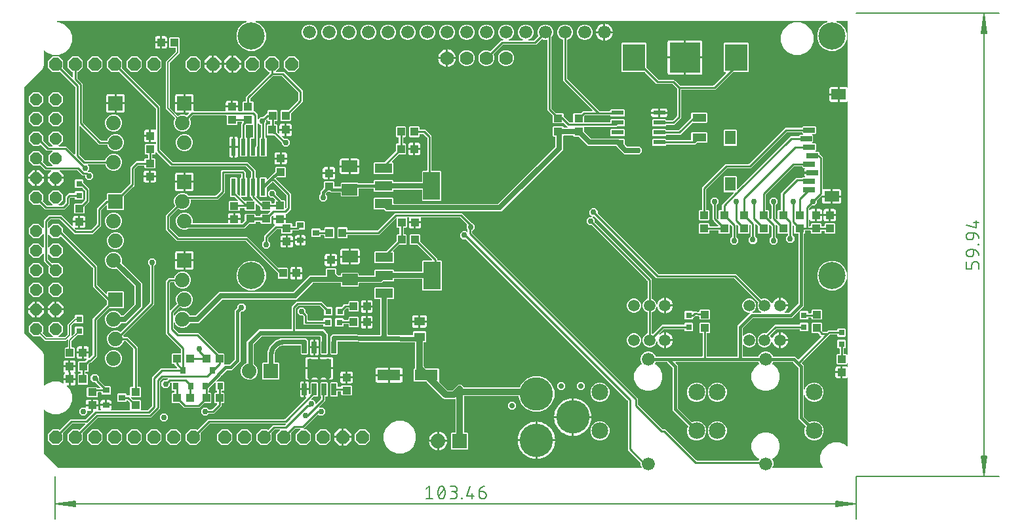
<source format=gtl>
G04 EAGLE Gerber RS-274X export*
G75*
%MOMM*%
%FSLAX34Y34*%
%LPD*%
%INTop Copper*%
%IPPOS*%
%AMOC8*
5,1,8,0,0,1.08239X$1,22.5*%
G01*
%ADD10C,0.130000*%
%ADD11C,0.152400*%
%ADD12P,1.814519X8X202.500000*%
%ADD13R,1.879600X1.879600*%
%ADD14C,1.879600*%
%ADD15P,1.649562X8X292.500000*%
%ADD16R,1.900000X1.400000*%
%ADD17R,1.400000X1.800000*%
%ADD18R,1.500000X0.700000*%
%ADD19R,1.100000X1.000000*%
%ADD20R,1.080000X1.050000*%
%ADD21R,0.600000X2.200000*%
%ADD22R,1.000000X1.100000*%
%ADD23R,1.050000X1.080000*%
%ADD24R,0.650000X1.525000*%
%ADD25R,3.100000X2.400000*%
%ADD26R,3.000000X1.400000*%
%ADD27R,1.400000X1.100000*%
%ADD28R,0.787400X0.889000*%
%ADD29R,0.889000X0.787400*%
%ADD30R,1.550000X0.600000*%
%ADD31R,2.000000X1.500000*%
%ADD32R,2.235200X1.219200*%
%ADD33R,2.200000X3.600000*%
%ADD34R,2.900000X3.500000*%
%ADD35R,3.960000X3.960000*%
%ADD36R,1.800000X1.000000*%
%ADD37R,0.800000X0.800000*%
%ADD38C,2.159000*%
%ADD39C,1.676400*%
%ADD40C,3.516000*%
%ADD41C,1.778000*%
%ADD42C,1.508000*%
%ADD43C,4.318000*%
%ADD44C,0.254000*%
%ADD45C,0.756400*%
%ADD46C,0.706400*%
%ADD47C,0.406400*%
%ADD48C,0.660400*%
%ADD49C,0.812800*%
%ADD50C,0.609600*%
%ADD51C,0.330200*%

G36*
X814689Y-4685D02*
X814689Y-4685D01*
X814767Y-4679D01*
X814799Y-4665D01*
X814834Y-4659D01*
X814901Y-4619D01*
X814971Y-4587D01*
X814997Y-4563D01*
X815027Y-4544D01*
X815076Y-4484D01*
X815131Y-4430D01*
X815146Y-4398D01*
X815169Y-4370D01*
X815194Y-4297D01*
X815226Y-4227D01*
X815229Y-4191D01*
X815241Y-4158D01*
X815238Y-4080D01*
X815245Y-4003D01*
X815235Y-3964D01*
X815234Y-3933D01*
X815217Y-3890D01*
X815199Y-3821D01*
X813982Y-883D01*
X813982Y1801D01*
X813975Y1842D01*
X813977Y1885D01*
X813955Y1952D01*
X813943Y2022D01*
X813921Y2058D01*
X813908Y2098D01*
X813854Y2171D01*
X813829Y2215D01*
X813812Y2228D01*
X813797Y2249D01*
X799128Y16918D01*
X797305Y18740D01*
X797305Y82400D01*
X797298Y82441D01*
X797300Y82484D01*
X797278Y82551D01*
X797266Y82621D01*
X797244Y82657D01*
X797231Y82697D01*
X797177Y82770D01*
X797151Y82814D01*
X797135Y82827D01*
X797119Y82848D01*
X588786Y291181D01*
X588752Y291205D01*
X588723Y291237D01*
X588660Y291269D01*
X588602Y291309D01*
X588561Y291320D01*
X588523Y291339D01*
X588434Y291353D01*
X588385Y291365D01*
X588364Y291363D01*
X588338Y291367D01*
X584036Y291367D01*
X580927Y294476D01*
X580927Y298872D01*
X584036Y301980D01*
X588432Y301980D01*
X589546Y300866D01*
X589619Y300815D01*
X589688Y300759D01*
X589711Y300752D01*
X589730Y300738D01*
X589817Y300716D01*
X589901Y300687D01*
X589925Y300688D01*
X589948Y300682D01*
X590036Y300691D01*
X590125Y300694D01*
X590147Y300703D01*
X590171Y300705D01*
X590251Y300745D01*
X590333Y300778D01*
X590351Y300794D01*
X590372Y300805D01*
X590433Y300870D01*
X590499Y300930D01*
X590510Y300951D01*
X590526Y300968D01*
X590561Y301050D01*
X590601Y301129D01*
X590605Y301155D01*
X590613Y301175D01*
X590616Y301225D01*
X590629Y301315D01*
X590629Y303303D01*
X590621Y303345D01*
X590623Y303388D01*
X590602Y303455D01*
X590589Y303524D01*
X590568Y303561D01*
X590555Y303601D01*
X590501Y303674D01*
X590475Y303717D01*
X590459Y303731D01*
X590443Y303752D01*
X589053Y305142D01*
X589053Y309538D01*
X589453Y309938D01*
X589491Y309992D01*
X589536Y310040D01*
X589554Y310083D01*
X589581Y310122D01*
X589597Y310186D01*
X589623Y310246D01*
X589625Y310294D01*
X589637Y310339D01*
X589630Y310405D01*
X589633Y310470D01*
X589619Y310515D01*
X589614Y310562D01*
X589585Y310621D01*
X589564Y310684D01*
X589532Y310728D01*
X589514Y310764D01*
X589486Y310791D01*
X589453Y310835D01*
X580688Y319599D01*
X580653Y319624D01*
X580625Y319655D01*
X580562Y319687D01*
X580504Y319728D01*
X580463Y319738D01*
X580425Y319758D01*
X580335Y319771D01*
X580287Y319784D01*
X580266Y319781D01*
X580240Y319785D01*
X530651Y319785D01*
X530586Y319774D01*
X530520Y319772D01*
X530476Y319754D01*
X530430Y319746D01*
X530373Y319712D01*
X530312Y319687D01*
X530277Y319656D01*
X530237Y319631D01*
X530195Y319580D01*
X530147Y319536D01*
X530125Y319494D01*
X530095Y319457D01*
X530074Y319395D01*
X530044Y319336D01*
X530036Y319282D01*
X530023Y319245D01*
X530024Y319205D01*
X530016Y319151D01*
X530016Y314567D01*
X523111Y314567D01*
X523046Y314556D01*
X522980Y314554D01*
X522936Y314536D01*
X522890Y314528D01*
X522833Y314494D01*
X522772Y314469D01*
X522737Y314438D01*
X522697Y314413D01*
X522655Y314362D01*
X522607Y314318D01*
X522585Y314276D01*
X522555Y314239D01*
X522534Y314177D01*
X522504Y314118D01*
X522496Y314064D01*
X522483Y314027D01*
X522485Y313987D01*
X522476Y313933D01*
X522476Y313297D01*
X522475Y313297D01*
X522475Y313933D01*
X522463Y313998D01*
X522461Y314064D01*
X522443Y314107D01*
X522435Y314154D01*
X522402Y314211D01*
X522377Y314271D01*
X522345Y314306D01*
X522321Y314347D01*
X522270Y314388D01*
X522225Y314437D01*
X522183Y314459D01*
X522147Y314488D01*
X522084Y314509D01*
X522026Y314540D01*
X521971Y314548D01*
X521934Y314560D01*
X521895Y314559D01*
X521840Y314567D01*
X514935Y314567D01*
X514935Y319151D01*
X514923Y319216D01*
X514921Y319282D01*
X514904Y319325D01*
X514895Y319372D01*
X514862Y319429D01*
X514837Y319489D01*
X514805Y319524D01*
X514781Y319565D01*
X514730Y319607D01*
X514686Y319655D01*
X514644Y319677D01*
X514607Y319706D01*
X514545Y319727D01*
X514486Y319758D01*
X514432Y319766D01*
X514394Y319778D01*
X514355Y319777D01*
X514301Y319785D01*
X512635Y319785D01*
X512570Y319774D01*
X512504Y319772D01*
X512460Y319754D01*
X512414Y319746D01*
X512357Y319712D01*
X512296Y319687D01*
X512261Y319656D01*
X512221Y319631D01*
X512179Y319580D01*
X512131Y319536D01*
X512109Y319494D01*
X512079Y319457D01*
X512058Y319395D01*
X512028Y319336D01*
X512020Y319282D01*
X512007Y319245D01*
X512008Y319205D01*
X512000Y319151D01*
X512000Y307166D01*
X511107Y306273D01*
X508808Y306273D01*
X508743Y306262D01*
X508678Y306260D01*
X508634Y306242D01*
X508587Y306234D01*
X508531Y306200D01*
X508470Y306175D01*
X508435Y306144D01*
X508394Y306120D01*
X508353Y306068D01*
X508304Y306024D01*
X508283Y305982D01*
X508253Y305945D01*
X508232Y305883D01*
X508202Y305824D01*
X508194Y305770D01*
X508181Y305733D01*
X508182Y305694D01*
X508174Y305639D01*
X508174Y298885D01*
X508186Y298820D01*
X508188Y298754D01*
X508205Y298710D01*
X508214Y298664D01*
X508247Y298607D01*
X508272Y298546D01*
X508304Y298511D01*
X508328Y298471D01*
X508379Y298429D01*
X508423Y298381D01*
X508465Y298359D01*
X508502Y298329D01*
X508564Y298308D01*
X508623Y298278D01*
X508677Y298270D01*
X508715Y298257D01*
X508754Y298259D01*
X508808Y298250D01*
X511011Y298250D01*
X511904Y297357D01*
X511904Y285094D01*
X511011Y284201D01*
X501695Y284201D01*
X501654Y284194D01*
X501611Y284195D01*
X501544Y284174D01*
X501475Y284161D01*
X501438Y284140D01*
X501398Y284127D01*
X501325Y284073D01*
X501281Y284047D01*
X501268Y284031D01*
X501247Y284015D01*
X493791Y276560D01*
X493741Y276487D01*
X493684Y276417D01*
X493677Y276395D01*
X493663Y276375D01*
X493641Y276289D01*
X493613Y276205D01*
X493613Y276181D01*
X493607Y276158D01*
X493617Y276070D01*
X493619Y275981D01*
X493628Y275959D01*
X493631Y275935D01*
X493670Y275855D01*
X493703Y275773D01*
X493719Y275755D01*
X493730Y275734D01*
X493795Y275673D01*
X493855Y275607D01*
X493876Y275596D01*
X493893Y275580D01*
X493975Y275545D01*
X494054Y275505D01*
X494081Y275501D01*
X494100Y275493D01*
X494150Y275490D01*
X494240Y275477D01*
X494295Y275477D01*
X495188Y274584D01*
X495188Y261129D01*
X494295Y260235D01*
X470680Y260235D01*
X469786Y261129D01*
X469786Y274584D01*
X470680Y275477D01*
X484541Y275477D01*
X484583Y275484D01*
X484625Y275483D01*
X484693Y275504D01*
X484762Y275517D01*
X484799Y275538D01*
X484839Y275551D01*
X484912Y275605D01*
X484955Y275631D01*
X484968Y275647D01*
X484990Y275663D01*
X498669Y289342D01*
X498693Y289377D01*
X498724Y289405D01*
X498757Y289468D01*
X498797Y289526D01*
X498807Y289567D01*
X498827Y289605D01*
X498840Y289695D01*
X498853Y289743D01*
X498851Y289764D01*
X498855Y289790D01*
X498855Y297357D01*
X499748Y298250D01*
X501950Y298250D01*
X502015Y298262D01*
X502081Y298264D01*
X502125Y298282D01*
X502171Y298290D01*
X502228Y298324D01*
X502289Y298348D01*
X502324Y298380D01*
X502364Y298404D01*
X502406Y298455D01*
X502454Y298500D01*
X502476Y298542D01*
X502506Y298578D01*
X502527Y298641D01*
X502557Y298699D01*
X502565Y298754D01*
X502578Y298791D01*
X502576Y298830D01*
X502585Y298885D01*
X502585Y305639D01*
X502573Y305704D01*
X502571Y305770D01*
X502553Y305813D01*
X502545Y305860D01*
X502511Y305917D01*
X502487Y305978D01*
X502455Y306012D01*
X502431Y306053D01*
X502380Y306095D01*
X502335Y306143D01*
X502293Y306165D01*
X502257Y306194D01*
X502194Y306216D01*
X502136Y306246D01*
X502081Y306254D01*
X502044Y306266D01*
X502005Y306265D01*
X501950Y306273D01*
X499844Y306273D01*
X498951Y307166D01*
X498951Y318207D01*
X498935Y318295D01*
X498926Y318383D01*
X498915Y318405D01*
X498911Y318428D01*
X498866Y318505D01*
X498826Y318585D01*
X498809Y318601D01*
X498797Y318621D01*
X498728Y318677D01*
X498663Y318739D01*
X498641Y318748D01*
X498623Y318763D01*
X498539Y318791D01*
X498457Y318826D01*
X498433Y318827D01*
X498410Y318835D01*
X498321Y318832D01*
X498232Y318836D01*
X498210Y318829D01*
X498186Y318828D01*
X498104Y318795D01*
X498019Y318767D01*
X497997Y318752D01*
X497978Y318744D01*
X497941Y318710D01*
X497868Y318656D01*
X476207Y296995D01*
X435975Y296995D01*
X435910Y296983D01*
X435844Y296981D01*
X435800Y296963D01*
X435754Y296955D01*
X435697Y296921D01*
X435636Y296897D01*
X435601Y296865D01*
X435561Y296841D01*
X435519Y296790D01*
X435471Y296745D01*
X435449Y296703D01*
X435419Y296667D01*
X435398Y296604D01*
X435368Y296546D01*
X435360Y296491D01*
X435347Y296454D01*
X435349Y296415D01*
X435340Y296360D01*
X435340Y293658D01*
X434447Y292765D01*
X423184Y292765D01*
X422291Y293658D01*
X422291Y305921D01*
X423184Y306814D01*
X434447Y306814D01*
X435340Y305921D01*
X435340Y303218D01*
X435352Y303153D01*
X435354Y303088D01*
X435372Y303044D01*
X435380Y302997D01*
X435414Y302941D01*
X435438Y302880D01*
X435470Y302845D01*
X435494Y302804D01*
X435545Y302763D01*
X435590Y302714D01*
X435632Y302693D01*
X435668Y302663D01*
X435731Y302642D01*
X435789Y302612D01*
X435844Y302604D01*
X435881Y302591D01*
X435920Y302592D01*
X435975Y302584D01*
X473629Y302584D01*
X473671Y302592D01*
X473713Y302590D01*
X473780Y302611D01*
X473850Y302624D01*
X473886Y302645D01*
X473927Y302658D01*
X474000Y302712D01*
X474043Y302738D01*
X474056Y302754D01*
X474077Y302770D01*
X496682Y325375D01*
X582818Y325375D01*
X595360Y312833D01*
X595395Y312808D01*
X595423Y312777D01*
X595486Y312745D01*
X595544Y312704D01*
X595585Y312694D01*
X595623Y312674D01*
X595713Y312661D01*
X595761Y312648D01*
X595782Y312651D01*
X595808Y312647D01*
X596558Y312647D01*
X599667Y309538D01*
X599667Y305142D01*
X596404Y301879D01*
X596380Y301845D01*
X596349Y301816D01*
X596316Y301753D01*
X596276Y301695D01*
X596266Y301654D01*
X596246Y301616D01*
X596233Y301527D01*
X596220Y301478D01*
X596222Y301457D01*
X596218Y301431D01*
X596218Y300204D01*
X596226Y300162D01*
X596224Y300120D01*
X596246Y300053D01*
X596258Y299983D01*
X596280Y299947D01*
X596293Y299906D01*
X596347Y299833D01*
X596372Y299790D01*
X596388Y299777D01*
X596404Y299756D01*
X810769Y85391D01*
X810769Y77366D01*
X810776Y77325D01*
X810774Y77282D01*
X810796Y77215D01*
X810808Y77145D01*
X810830Y77109D01*
X810843Y77069D01*
X810897Y76996D01*
X810923Y76952D01*
X810939Y76939D01*
X810955Y76918D01*
X841875Y45998D01*
X841910Y45973D01*
X841938Y45942D01*
X842001Y45910D01*
X842059Y45870D01*
X842100Y45859D01*
X842138Y45840D01*
X842227Y45826D01*
X842276Y45814D01*
X842297Y45816D01*
X842323Y45812D01*
X845795Y45812D01*
X886086Y5521D01*
X886121Y5496D01*
X886150Y5465D01*
X886213Y5433D01*
X886270Y5392D01*
X886312Y5382D01*
X886349Y5362D01*
X886439Y5349D01*
X886488Y5336D01*
X886509Y5339D01*
X886535Y5335D01*
X966072Y5335D01*
X966125Y5344D01*
X966180Y5344D01*
X966235Y5364D01*
X966293Y5374D01*
X966340Y5402D01*
X966391Y5420D01*
X966436Y5459D01*
X966486Y5489D01*
X966520Y5531D01*
X966562Y5566D01*
X966598Y5627D01*
X966628Y5663D01*
X966637Y5692D01*
X966658Y5726D01*
X967069Y6719D01*
X967083Y6783D01*
X967107Y6845D01*
X967107Y6892D01*
X967117Y6938D01*
X967108Y7003D01*
X967109Y7069D01*
X967092Y7114D01*
X967086Y7160D01*
X967054Y7218D01*
X967032Y7280D01*
X967001Y7316D01*
X966979Y7358D01*
X966929Y7401D01*
X966887Y7451D01*
X966840Y7479D01*
X966810Y7505D01*
X966773Y7519D01*
X966726Y7548D01*
X965172Y8191D01*
X960064Y13300D01*
X957299Y19975D01*
X957299Y27200D01*
X960064Y33874D01*
X965172Y38983D01*
X971847Y41748D01*
X979072Y41748D01*
X985747Y38983D01*
X990855Y33874D01*
X993620Y27200D01*
X993620Y19975D01*
X990855Y13300D01*
X985747Y8191D01*
X984193Y7548D01*
X984138Y7512D01*
X984078Y7485D01*
X984044Y7452D01*
X984004Y7426D01*
X983965Y7374D01*
X983918Y7328D01*
X983898Y7285D01*
X983869Y7247D01*
X983851Y7184D01*
X983823Y7124D01*
X983819Y7077D01*
X983805Y7032D01*
X983810Y6966D01*
X983804Y6901D01*
X983818Y6847D01*
X983820Y6808D01*
X983836Y6772D01*
X983850Y6719D01*
X985366Y3058D01*
X985366Y-883D01*
X984149Y-3821D01*
X984133Y-3897D01*
X984108Y-3970D01*
X984109Y-4006D01*
X984102Y-4040D01*
X984112Y-4117D01*
X984115Y-4195D01*
X984128Y-4227D01*
X984133Y-4263D01*
X984170Y-4331D01*
X984199Y-4402D01*
X984223Y-4429D01*
X984240Y-4460D01*
X984298Y-4511D01*
X984350Y-4568D01*
X984382Y-4584D01*
X984409Y-4608D01*
X984481Y-4635D01*
X984550Y-4671D01*
X984590Y-4677D01*
X984618Y-4687D01*
X984665Y-4688D01*
X984735Y-4698D01*
X1048248Y-4698D01*
X1048325Y-4685D01*
X1048402Y-4679D01*
X1048434Y-4665D01*
X1048469Y-4659D01*
X1048536Y-4619D01*
X1048606Y-4587D01*
X1048632Y-4563D01*
X1048662Y-4544D01*
X1048711Y-4484D01*
X1048766Y-4430D01*
X1048781Y-4398D01*
X1048804Y-4370D01*
X1048829Y-4297D01*
X1048861Y-4227D01*
X1048864Y-4191D01*
X1048876Y-4158D01*
X1048873Y-4080D01*
X1048880Y-4003D01*
X1048870Y-3964D01*
X1048869Y-3933D01*
X1048852Y-3890D01*
X1048834Y-3821D01*
X1045844Y3397D01*
X1045844Y11734D01*
X1049035Y19436D01*
X1054929Y25331D01*
X1062632Y28521D01*
X1070968Y28521D01*
X1078670Y25331D01*
X1080576Y23426D01*
X1080649Y23375D01*
X1080718Y23319D01*
X1080740Y23311D01*
X1080760Y23298D01*
X1080846Y23276D01*
X1080930Y23247D01*
X1080954Y23248D01*
X1080977Y23242D01*
X1081066Y23251D01*
X1081155Y23254D01*
X1081177Y23263D01*
X1081200Y23265D01*
X1081280Y23305D01*
X1081362Y23338D01*
X1081380Y23354D01*
X1081401Y23365D01*
X1081462Y23429D01*
X1081528Y23490D01*
X1081539Y23511D01*
X1081555Y23528D01*
X1081590Y23610D01*
X1081631Y23689D01*
X1081634Y23715D01*
X1081643Y23735D01*
X1081645Y23785D01*
X1081658Y23874D01*
X1081658Y111738D01*
X1081657Y111745D01*
X1081658Y111751D01*
X1081637Y111855D01*
X1081619Y111959D01*
X1081615Y111965D01*
X1081614Y111971D01*
X1081559Y112061D01*
X1081504Y112152D01*
X1081500Y112156D01*
X1081496Y112162D01*
X1081413Y112227D01*
X1081330Y112294D01*
X1081324Y112296D01*
X1081319Y112300D01*
X1081218Y112332D01*
X1081118Y112366D01*
X1081111Y112365D01*
X1081105Y112367D01*
X1080999Y112362D01*
X1080893Y112359D01*
X1080888Y112357D01*
X1080881Y112356D01*
X1080707Y112288D01*
X1080096Y111935D01*
X1079450Y111762D01*
X1074884Y111762D01*
X1074884Y118667D01*
X1074873Y118732D01*
X1074871Y118798D01*
X1074853Y118842D01*
X1074845Y118888D01*
X1074811Y118945D01*
X1074787Y119006D01*
X1074755Y119041D01*
X1074731Y119081D01*
X1074680Y119123D01*
X1074635Y119171D01*
X1074593Y119193D01*
X1074556Y119223D01*
X1074494Y119244D01*
X1074436Y119274D01*
X1074381Y119282D01*
X1074344Y119295D01*
X1074305Y119293D01*
X1074250Y119302D01*
X1073614Y119302D01*
X1073614Y119303D01*
X1074250Y119303D01*
X1074315Y119315D01*
X1074381Y119317D01*
X1074424Y119335D01*
X1074471Y119343D01*
X1074528Y119376D01*
X1074589Y119401D01*
X1074624Y119433D01*
X1074664Y119457D01*
X1074706Y119508D01*
X1074754Y119553D01*
X1074776Y119595D01*
X1074806Y119631D01*
X1074827Y119693D01*
X1074857Y119752D01*
X1074865Y119807D01*
X1074877Y119844D01*
X1074876Y119883D01*
X1074884Y119937D01*
X1074884Y126843D01*
X1079450Y126843D01*
X1080096Y126670D01*
X1080707Y126317D01*
X1080713Y126315D01*
X1080718Y126311D01*
X1080818Y126277D01*
X1080918Y126241D01*
X1080924Y126241D01*
X1080930Y126239D01*
X1081036Y126242D01*
X1081142Y126243D01*
X1081148Y126246D01*
X1081155Y126246D01*
X1081252Y126285D01*
X1081352Y126324D01*
X1081357Y126328D01*
X1081362Y126330D01*
X1081440Y126401D01*
X1081520Y126472D01*
X1081523Y126477D01*
X1081528Y126482D01*
X1081576Y126576D01*
X1081627Y126669D01*
X1081628Y126675D01*
X1081631Y126681D01*
X1081658Y126866D01*
X1081658Y130158D01*
X1081643Y130246D01*
X1081633Y130334D01*
X1081623Y130355D01*
X1081619Y130379D01*
X1081573Y130456D01*
X1081534Y130535D01*
X1081517Y130551D01*
X1081504Y130572D01*
X1081435Y130628D01*
X1081371Y130689D01*
X1081349Y130698D01*
X1081330Y130713D01*
X1081246Y130742D01*
X1081164Y130776D01*
X1081140Y130778D01*
X1081118Y130785D01*
X1081029Y130783D01*
X1080940Y130786D01*
X1080917Y130779D01*
X1080893Y130779D01*
X1080811Y130745D01*
X1080726Y130718D01*
X1080705Y130702D01*
X1080686Y130694D01*
X1080648Y130660D01*
X1080576Y130606D01*
X1079747Y129778D01*
X1067484Y129778D01*
X1066591Y130671D01*
X1066591Y141934D01*
X1067484Y142827D01*
X1070186Y142827D01*
X1070251Y142839D01*
X1070317Y142841D01*
X1070361Y142858D01*
X1070407Y142867D01*
X1070464Y142900D01*
X1070525Y142925D01*
X1070560Y142957D01*
X1070600Y142981D01*
X1070642Y143032D01*
X1070690Y143076D01*
X1070712Y143118D01*
X1070742Y143155D01*
X1070763Y143217D01*
X1070793Y143276D01*
X1070801Y143330D01*
X1070814Y143368D01*
X1070812Y143407D01*
X1070821Y143461D01*
X1070821Y149700D01*
X1070809Y149765D01*
X1070807Y149831D01*
X1070789Y149875D01*
X1070781Y149921D01*
X1070747Y149978D01*
X1070723Y150039D01*
X1070691Y150074D01*
X1070667Y150114D01*
X1070616Y150156D01*
X1070571Y150204D01*
X1070529Y150226D01*
X1070493Y150256D01*
X1070430Y150277D01*
X1070372Y150307D01*
X1070317Y150315D01*
X1070280Y150328D01*
X1070241Y150327D01*
X1070186Y150335D01*
X1068984Y150335D01*
X1068091Y151228D01*
X1068091Y160491D01*
X1068984Y161384D01*
X1078247Y161384D01*
X1079140Y160491D01*
X1079140Y151228D01*
X1078247Y150335D01*
X1077044Y150335D01*
X1076979Y150323D01*
X1076914Y150321D01*
X1076870Y150303D01*
X1076823Y150295D01*
X1076767Y150261D01*
X1076706Y150237D01*
X1076671Y150205D01*
X1076630Y150181D01*
X1076589Y150130D01*
X1076540Y150085D01*
X1076519Y150043D01*
X1076489Y150007D01*
X1076468Y149944D01*
X1076438Y149886D01*
X1076430Y149831D01*
X1076417Y149794D01*
X1076418Y149755D01*
X1076410Y149700D01*
X1076410Y143461D01*
X1076422Y143397D01*
X1076424Y143331D01*
X1076441Y143287D01*
X1076450Y143241D01*
X1076483Y143184D01*
X1076508Y143123D01*
X1076540Y143088D01*
X1076564Y143047D01*
X1076615Y143006D01*
X1076659Y142957D01*
X1076701Y142936D01*
X1076738Y142906D01*
X1076800Y142885D01*
X1076859Y142855D01*
X1076913Y142847D01*
X1076951Y142834D01*
X1076990Y142835D01*
X1077044Y142827D01*
X1079747Y142827D01*
X1080576Y141998D01*
X1080610Y141974D01*
X1080638Y141944D01*
X1080680Y141922D01*
X1080718Y141891D01*
X1080740Y141884D01*
X1080760Y141870D01*
X1080803Y141859D01*
X1080838Y141841D01*
X1080889Y141834D01*
X1080930Y141820D01*
X1080954Y141820D01*
X1080977Y141814D01*
X1081001Y141817D01*
X1081023Y141814D01*
X1081024Y141814D01*
X1081083Y141824D01*
X1081155Y141826D01*
X1081177Y141835D01*
X1081200Y141838D01*
X1081224Y141849D01*
X1081245Y141853D01*
X1081297Y141884D01*
X1081362Y141911D01*
X1081380Y141927D01*
X1081401Y141937D01*
X1081419Y141956D01*
X1081438Y141967D01*
X1081477Y142015D01*
X1081528Y142062D01*
X1081539Y142083D01*
X1081555Y142100D01*
X1081565Y142124D01*
X1081579Y142142D01*
X1081600Y142201D01*
X1081631Y142262D01*
X1081634Y142288D01*
X1081643Y142307D01*
X1081644Y142332D01*
X1081651Y142354D01*
X1081650Y142393D01*
X1081658Y142447D01*
X1081658Y469231D01*
X1081657Y469237D01*
X1081658Y469244D01*
X1081637Y469347D01*
X1081619Y469452D01*
X1081615Y469457D01*
X1081614Y469464D01*
X1081559Y469553D01*
X1081504Y469645D01*
X1081500Y469649D01*
X1081496Y469655D01*
X1081413Y469720D01*
X1081330Y469787D01*
X1081324Y469789D01*
X1081319Y469792D01*
X1081218Y469824D01*
X1081118Y469858D01*
X1081111Y469858D01*
X1081105Y469860D01*
X1080999Y469855D01*
X1080893Y469852D01*
X1080888Y469849D01*
X1080881Y469849D01*
X1080707Y469780D01*
X1080178Y469475D01*
X1079532Y469302D01*
X1070967Y469302D01*
X1070967Y478208D01*
X1070955Y478272D01*
X1070953Y478338D01*
X1070935Y478382D01*
X1070927Y478428D01*
X1070893Y478485D01*
X1070869Y478546D01*
X1070837Y478581D01*
X1070813Y478622D01*
X1070762Y478663D01*
X1070717Y478712D01*
X1070675Y478733D01*
X1070639Y478763D01*
X1070576Y478784D01*
X1070518Y478814D01*
X1070463Y478822D01*
X1070426Y478835D01*
X1070387Y478834D01*
X1070332Y478842D01*
X1069697Y478842D01*
X1069697Y478843D01*
X1070332Y478843D01*
X1070397Y478855D01*
X1070463Y478857D01*
X1070507Y478875D01*
X1070553Y478883D01*
X1070610Y478917D01*
X1070671Y478941D01*
X1070706Y478973D01*
X1070746Y478997D01*
X1070788Y479048D01*
X1070836Y479093D01*
X1070858Y479135D01*
X1070888Y479171D01*
X1070909Y479234D01*
X1070939Y479292D01*
X1070947Y479347D01*
X1070960Y479384D01*
X1070958Y479423D01*
X1070967Y479478D01*
X1070967Y488383D01*
X1079532Y488383D01*
X1080178Y488210D01*
X1080707Y487905D01*
X1080713Y487903D01*
X1080718Y487899D01*
X1080818Y487865D01*
X1080918Y487829D01*
X1080924Y487829D01*
X1080930Y487827D01*
X1081036Y487830D01*
X1081142Y487831D01*
X1081148Y487833D01*
X1081155Y487833D01*
X1081252Y487873D01*
X1081352Y487911D01*
X1081357Y487915D01*
X1081362Y487918D01*
X1081440Y487989D01*
X1081520Y488059D01*
X1081523Y488065D01*
X1081528Y488069D01*
X1081576Y488163D01*
X1081627Y488257D01*
X1081628Y488263D01*
X1081631Y488269D01*
X1081658Y488454D01*
X1081658Y573024D01*
X1081647Y573089D01*
X1081645Y573155D01*
X1081627Y573198D01*
X1081619Y573245D01*
X1081585Y573302D01*
X1081560Y573362D01*
X1081529Y573397D01*
X1081504Y573438D01*
X1081453Y573480D01*
X1081409Y573528D01*
X1081367Y573550D01*
X1081330Y573579D01*
X1081268Y573600D01*
X1081209Y573631D01*
X1081155Y573639D01*
X1081118Y573651D01*
X1081078Y573650D01*
X1081024Y573658D01*
X1067436Y573658D01*
X1067337Y573640D01*
X1067238Y573626D01*
X1067227Y573621D01*
X1067215Y573619D01*
X1067129Y573567D01*
X1067040Y573520D01*
X1067032Y573511D01*
X1067022Y573504D01*
X1066959Y573427D01*
X1066893Y573351D01*
X1066888Y573339D01*
X1066881Y573330D01*
X1066849Y573235D01*
X1066813Y573141D01*
X1066813Y573129D01*
X1066809Y573118D01*
X1066812Y573018D01*
X1066811Y572917D01*
X1066815Y572905D01*
X1066816Y572893D01*
X1066853Y572801D01*
X1066888Y572706D01*
X1066895Y572697D01*
X1066900Y572686D01*
X1066967Y572612D01*
X1067033Y572535D01*
X1067044Y572528D01*
X1067051Y572520D01*
X1067092Y572499D01*
X1067193Y572438D01*
X1071967Y570461D01*
X1077341Y565087D01*
X1080249Y558065D01*
X1080249Y550465D01*
X1077341Y543443D01*
X1071967Y538069D01*
X1064945Y535160D01*
X1057345Y535160D01*
X1050323Y538069D01*
X1044949Y543443D01*
X1042040Y550465D01*
X1042040Y558065D01*
X1044949Y565087D01*
X1050323Y570461D01*
X1055096Y572438D01*
X1055181Y572492D01*
X1055267Y572544D01*
X1055275Y572553D01*
X1055285Y572559D01*
X1055345Y572640D01*
X1055409Y572718D01*
X1055412Y572729D01*
X1055420Y572739D01*
X1055448Y572835D01*
X1055481Y572930D01*
X1055480Y572942D01*
X1055484Y572954D01*
X1055477Y573055D01*
X1055474Y573155D01*
X1055469Y573166D01*
X1055469Y573177D01*
X1055427Y573270D01*
X1055390Y573362D01*
X1055382Y573371D01*
X1055377Y573382D01*
X1055306Y573454D01*
X1055238Y573528D01*
X1055228Y573534D01*
X1055219Y573542D01*
X1055128Y573584D01*
X1055039Y573631D01*
X1055026Y573633D01*
X1055016Y573637D01*
X1054971Y573641D01*
X1054853Y573658D01*
X317436Y573658D01*
X317337Y573640D01*
X317238Y573626D01*
X317227Y573621D01*
X317215Y573619D01*
X317129Y573567D01*
X317040Y573520D01*
X317032Y573511D01*
X317022Y573504D01*
X316959Y573427D01*
X316893Y573351D01*
X316888Y573339D01*
X316881Y573330D01*
X316849Y573235D01*
X316813Y573141D01*
X316813Y573129D01*
X316809Y573118D01*
X316812Y573018D01*
X316811Y572917D01*
X316815Y572905D01*
X316816Y572893D01*
X316853Y572801D01*
X316888Y572706D01*
X316895Y572697D01*
X316900Y572686D01*
X316967Y572612D01*
X317033Y572535D01*
X317044Y572528D01*
X317051Y572520D01*
X317092Y572499D01*
X317193Y572438D01*
X321967Y570461D01*
X327341Y565087D01*
X330249Y558065D01*
X330249Y550465D01*
X327341Y543443D01*
X321967Y538069D01*
X314945Y535160D01*
X307345Y535160D01*
X300323Y538069D01*
X294949Y543443D01*
X292040Y550465D01*
X292040Y558065D01*
X294949Y565087D01*
X300323Y570461D01*
X305096Y572438D01*
X305181Y572492D01*
X305267Y572544D01*
X305275Y572553D01*
X305285Y572559D01*
X305345Y572640D01*
X305409Y572718D01*
X305412Y572729D01*
X305420Y572739D01*
X305448Y572835D01*
X305481Y572930D01*
X305480Y572942D01*
X305484Y572954D01*
X305477Y573055D01*
X305474Y573155D01*
X305469Y573166D01*
X305469Y573177D01*
X305427Y573270D01*
X305390Y573362D01*
X305382Y573371D01*
X305377Y573382D01*
X305306Y573454D01*
X305238Y573528D01*
X305228Y573534D01*
X305219Y573542D01*
X305128Y573584D01*
X305039Y573631D01*
X305026Y573633D01*
X305016Y573637D01*
X304971Y573641D01*
X304853Y573658D01*
X60821Y573658D01*
X60764Y573648D01*
X60707Y573648D01*
X60655Y573628D01*
X60600Y573619D01*
X60550Y573589D01*
X60497Y573569D01*
X60445Y573527D01*
X60407Y573504D01*
X60386Y573479D01*
X60352Y573451D01*
X60120Y573197D01*
X60081Y573134D01*
X60034Y573076D01*
X60022Y573040D01*
X60001Y573007D01*
X59986Y572934D01*
X59962Y572864D01*
X59963Y572825D01*
X59955Y572787D01*
X59967Y572714D01*
X59969Y572639D01*
X59983Y572604D01*
X59989Y572565D01*
X60025Y572500D01*
X60053Y572432D01*
X60079Y572403D01*
X60098Y572369D01*
X60154Y572321D01*
X60204Y572266D01*
X60239Y572248D01*
X60268Y572223D01*
X60338Y572197D01*
X60404Y572163D01*
X60448Y572157D01*
X60479Y572145D01*
X60523Y572146D01*
X60589Y572136D01*
X62588Y572136D01*
X70291Y568945D01*
X76185Y563051D01*
X79376Y555348D01*
X79376Y547012D01*
X76185Y539309D01*
X70291Y533415D01*
X62588Y530224D01*
X54252Y530224D01*
X46550Y533415D01*
X44390Y535574D01*
X44317Y535625D01*
X44248Y535681D01*
X44226Y535688D01*
X44206Y535702D01*
X44120Y535724D01*
X44036Y535752D01*
X44012Y535752D01*
X43989Y535758D01*
X43900Y535748D01*
X43811Y535746D01*
X43789Y535737D01*
X43766Y535734D01*
X43686Y535695D01*
X43604Y535662D01*
X43586Y535646D01*
X43565Y535635D01*
X43504Y535570D01*
X43438Y535510D01*
X43427Y535489D01*
X43411Y535472D01*
X43376Y535390D01*
X43335Y535311D01*
X43332Y535284D01*
X43323Y535265D01*
X43321Y535215D01*
X43308Y535125D01*
X43308Y518186D01*
X43308Y518184D01*
X43308Y518183D01*
X43318Y516087D01*
X42516Y514151D01*
X42515Y514149D01*
X42514Y514148D01*
X41721Y512207D01*
X40236Y510721D01*
X40235Y510720D01*
X40234Y510719D01*
X18276Y488554D01*
X18253Y488520D01*
X18223Y488492D01*
X18199Y488446D01*
X18178Y488420D01*
X18172Y488402D01*
X18149Y488369D01*
X18139Y488329D01*
X18120Y488293D01*
X18109Y488215D01*
X18106Y488208D01*
X18106Y488200D01*
X18094Y488151D01*
X18096Y488132D01*
X18092Y488107D01*
X18092Y169675D01*
X18100Y169633D01*
X18098Y169591D01*
X18120Y169524D01*
X18132Y169454D01*
X18154Y169418D01*
X18167Y169377D01*
X18221Y169304D01*
X18246Y169261D01*
X18262Y169248D01*
X18278Y169226D01*
X38833Y148672D01*
X41887Y145617D01*
X43492Y141743D01*
X43492Y102545D01*
X43508Y102457D01*
X43517Y102369D01*
X43528Y102348D01*
X43532Y102324D01*
X43577Y102248D01*
X43617Y102168D01*
X43634Y102152D01*
X43646Y102131D01*
X43715Y102075D01*
X43780Y102014D01*
X43802Y102005D01*
X43820Y101990D01*
X43905Y101961D01*
X43987Y101927D01*
X44010Y101925D01*
X44033Y101918D01*
X44122Y101920D01*
X44211Y101917D01*
X44233Y101924D01*
X44257Y101924D01*
X44340Y101958D01*
X44424Y101985D01*
X44446Y102001D01*
X44465Y102009D01*
X44502Y102043D01*
X44575Y102097D01*
X46550Y104071D01*
X54252Y107261D01*
X62588Y107261D01*
X68172Y104948D01*
X68248Y104932D01*
X68321Y104907D01*
X68357Y104908D01*
X68392Y104901D01*
X68468Y104911D01*
X68546Y104914D01*
X68578Y104927D01*
X68614Y104932D01*
X68682Y104969D01*
X68753Y104998D01*
X68780Y105022D01*
X68811Y105039D01*
X68862Y105097D01*
X68919Y105149D01*
X68935Y105181D01*
X68959Y105208D01*
X68986Y105280D01*
X69022Y105349D01*
X69028Y105389D01*
X69038Y105417D01*
X69039Y105464D01*
X69049Y105534D01*
X69049Y109166D01*
X75321Y109166D01*
X75321Y102395D01*
X73498Y102395D01*
X73410Y102379D01*
X73322Y102370D01*
X73300Y102359D01*
X73277Y102355D01*
X73200Y102310D01*
X73121Y102271D01*
X73104Y102253D01*
X73084Y102241D01*
X73028Y102172D01*
X72967Y102107D01*
X72957Y102085D01*
X72942Y102067D01*
X72914Y101983D01*
X72879Y101901D01*
X72878Y101877D01*
X72871Y101854D01*
X72873Y101765D01*
X72869Y101676D01*
X72876Y101654D01*
X72877Y101630D01*
X72911Y101548D01*
X72938Y101463D01*
X72954Y101442D01*
X72961Y101422D01*
X72995Y101385D01*
X73049Y101312D01*
X76185Y98176D01*
X79376Y90474D01*
X79376Y82137D01*
X76185Y74435D01*
X70291Y68540D01*
X62588Y65350D01*
X54252Y65350D01*
X46550Y68540D01*
X44575Y70515D01*
X44502Y70566D01*
X44433Y70622D01*
X44410Y70629D01*
X44391Y70643D01*
X44305Y70665D01*
X44220Y70693D01*
X44197Y70693D01*
X44174Y70699D01*
X44085Y70689D01*
X43996Y70687D01*
X43974Y70678D01*
X43950Y70675D01*
X43871Y70636D01*
X43788Y70603D01*
X43771Y70587D01*
X43749Y70576D01*
X43688Y70511D01*
X43623Y70451D01*
X43612Y70430D01*
X43595Y70413D01*
X43561Y70331D01*
X43520Y70252D01*
X43516Y70225D01*
X43508Y70206D01*
X43506Y70156D01*
X43492Y70066D01*
X43492Y13999D01*
X43500Y13956D01*
X43498Y13914D01*
X43520Y13847D01*
X43532Y13778D01*
X43554Y13741D01*
X43567Y13700D01*
X43621Y13628D01*
X43646Y13585D01*
X43663Y13571D01*
X43679Y13550D01*
X61781Y-4513D01*
X61816Y-4537D01*
X61844Y-4568D01*
X61908Y-4600D01*
X61966Y-4641D01*
X62007Y-4651D01*
X62044Y-4671D01*
X62134Y-4684D01*
X62183Y-4697D01*
X62204Y-4694D01*
X62229Y-4698D01*
X814613Y-4698D01*
X814689Y-4685D01*
G37*
%LPC*%
G36*
X1035509Y31267D02*
X1035509Y31267D01*
X1030981Y33143D01*
X1027515Y36608D01*
X1025640Y41137D01*
X1025640Y46038D01*
X1026895Y49068D01*
X1026907Y49121D01*
X1026928Y49171D01*
X1026930Y49230D01*
X1026943Y49287D01*
X1026935Y49341D01*
X1026938Y49395D01*
X1026920Y49451D01*
X1026911Y49509D01*
X1026886Y49557D01*
X1026869Y49608D01*
X1026827Y49666D01*
X1026805Y49707D01*
X1026781Y49727D01*
X1026758Y49759D01*
X1019792Y56724D01*
X1017523Y58993D01*
X1017523Y125264D01*
X1017516Y125306D01*
X1017518Y125348D01*
X1017496Y125415D01*
X1017484Y125485D01*
X1017462Y125521D01*
X1017449Y125562D01*
X1017395Y125635D01*
X1017369Y125678D01*
X1017353Y125691D01*
X1017337Y125712D01*
X1010705Y132345D01*
X1010671Y132369D01*
X1010642Y132400D01*
X1010579Y132432D01*
X1010521Y132473D01*
X1010480Y132483D01*
X1010442Y132503D01*
X1010353Y132516D01*
X1010304Y132529D01*
X1010283Y132526D01*
X1010257Y132530D01*
X999024Y132530D01*
X985133Y132530D01*
X985080Y132521D01*
X985026Y132521D01*
X984970Y132501D01*
X984912Y132491D01*
X984866Y132463D01*
X984815Y132445D01*
X984770Y132407D01*
X984719Y132377D01*
X984685Y132335D01*
X984644Y132300D01*
X984607Y132238D01*
X984578Y132202D01*
X984568Y132173D01*
X984547Y132139D01*
X983850Y130455D01*
X983836Y130391D01*
X983812Y130329D01*
X983812Y130282D01*
X983802Y130236D01*
X983811Y130171D01*
X983811Y130105D01*
X983827Y130061D01*
X983833Y130014D01*
X983865Y129956D01*
X983887Y129894D01*
X983918Y129858D01*
X983940Y129817D01*
X983990Y129773D01*
X984032Y129723D01*
X984079Y129695D01*
X984109Y129669D01*
X984146Y129655D01*
X984193Y129627D01*
X985747Y128983D01*
X990855Y123874D01*
X993620Y117200D01*
X993620Y109975D01*
X990855Y103300D01*
X985747Y98191D01*
X979072Y95426D01*
X971847Y95426D01*
X965172Y98191D01*
X960064Y103300D01*
X957299Y109975D01*
X957299Y117200D01*
X960064Y123874D01*
X965172Y128983D01*
X966726Y129627D01*
X966782Y129662D01*
X966842Y129689D01*
X966875Y129722D01*
X966915Y129748D01*
X966954Y129800D01*
X967001Y129847D01*
X967021Y129889D01*
X967050Y129927D01*
X967069Y129990D01*
X967096Y130050D01*
X967100Y130097D01*
X967114Y130142D01*
X967109Y130208D01*
X967115Y130273D01*
X967101Y130327D01*
X967099Y130366D01*
X967083Y130402D01*
X967069Y130455D01*
X966372Y132139D01*
X966343Y132184D01*
X966322Y132235D01*
X966283Y132278D01*
X966251Y132328D01*
X966208Y132360D01*
X966171Y132400D01*
X966119Y132427D01*
X966072Y132463D01*
X966020Y132478D01*
X965971Y132503D01*
X965901Y132513D01*
X965856Y132526D01*
X965826Y132524D01*
X965786Y132530D01*
X859551Y132530D01*
X859463Y132515D01*
X859375Y132505D01*
X859353Y132495D01*
X859330Y132491D01*
X859253Y132445D01*
X859174Y132406D01*
X859157Y132389D01*
X859137Y132377D01*
X859081Y132307D01*
X859020Y132243D01*
X859010Y132221D01*
X858995Y132202D01*
X858967Y132118D01*
X858932Y132036D01*
X858931Y132012D01*
X858924Y131990D01*
X858926Y131901D01*
X858922Y131812D01*
X858929Y131789D01*
X858930Y131766D01*
X858963Y131683D01*
X858991Y131598D01*
X859007Y131577D01*
X859014Y131558D01*
X859048Y131520D01*
X859102Y131448D01*
X859807Y130743D01*
X859808Y130742D01*
X862077Y128473D01*
X862077Y73192D01*
X862084Y73150D01*
X862082Y73108D01*
X862104Y73041D01*
X862116Y72971D01*
X862138Y72935D01*
X862151Y72894D01*
X862205Y72822D01*
X862231Y72778D01*
X862247Y72765D01*
X862263Y72744D01*
X880217Y54789D01*
X880261Y54758D01*
X880300Y54720D01*
X880353Y54695D01*
X880401Y54661D01*
X880454Y54648D01*
X880503Y54625D01*
X880561Y54620D01*
X880619Y54605D01*
X880672Y54611D01*
X880726Y54606D01*
X880795Y54624D01*
X880842Y54628D01*
X880869Y54642D01*
X880908Y54652D01*
X883939Y55907D01*
X888840Y55907D01*
X893368Y54031D01*
X896833Y50566D01*
X898709Y46038D01*
X898709Y41137D01*
X896833Y36608D01*
X893368Y33143D01*
X888840Y31267D01*
X883939Y31267D01*
X879410Y33143D01*
X875945Y36608D01*
X874069Y41137D01*
X874069Y46038D01*
X875325Y49068D01*
X875336Y49121D01*
X875357Y49171D01*
X875360Y49230D01*
X875372Y49287D01*
X875365Y49341D01*
X875367Y49395D01*
X875349Y49451D01*
X875341Y49509D01*
X875315Y49557D01*
X875299Y49608D01*
X875256Y49666D01*
X875234Y49707D01*
X875211Y49727D01*
X875187Y49759D01*
X854963Y69983D01*
X854963Y125264D01*
X854956Y125306D01*
X854958Y125348D01*
X854936Y125415D01*
X854924Y125485D01*
X854902Y125521D01*
X854889Y125562D01*
X854835Y125635D01*
X854809Y125678D01*
X854793Y125691D01*
X854777Y125713D01*
X848145Y132345D01*
X848111Y132369D01*
X848082Y132400D01*
X848019Y132432D01*
X847961Y132473D01*
X847920Y132483D01*
X847882Y132503D01*
X847793Y132516D01*
X847744Y132529D01*
X847723Y132526D01*
X847697Y132530D01*
X833563Y132530D01*
X833509Y132521D01*
X833455Y132521D01*
X833400Y132501D01*
X833342Y132491D01*
X833295Y132463D01*
X833244Y132445D01*
X833199Y132407D01*
X833149Y132377D01*
X833114Y132335D01*
X833073Y132300D01*
X833036Y132238D01*
X833007Y132202D01*
X832997Y132173D01*
X832977Y132139D01*
X832279Y130455D01*
X832265Y130391D01*
X832242Y130330D01*
X832241Y130282D01*
X832231Y130236D01*
X832241Y130171D01*
X832240Y130105D01*
X832256Y130061D01*
X832263Y130014D01*
X832294Y129956D01*
X832317Y129894D01*
X832347Y129858D01*
X832370Y129817D01*
X832419Y129773D01*
X832462Y129723D01*
X832509Y129695D01*
X832539Y129669D01*
X832575Y129655D01*
X832623Y129627D01*
X834176Y128983D01*
X839285Y123874D01*
X842050Y117200D01*
X842050Y109975D01*
X839285Y103300D01*
X834176Y98191D01*
X827502Y95426D01*
X820277Y95426D01*
X813602Y98191D01*
X808493Y103300D01*
X805728Y109975D01*
X805728Y117200D01*
X808493Y123874D01*
X813602Y128983D01*
X815156Y129627D01*
X815211Y129662D01*
X815271Y129689D01*
X815305Y129722D01*
X815344Y129748D01*
X815384Y129800D01*
X815431Y129847D01*
X815451Y129889D01*
X815479Y129927D01*
X815498Y129990D01*
X815526Y130050D01*
X815530Y130097D01*
X815543Y130142D01*
X815539Y130208D01*
X815544Y130273D01*
X815531Y130327D01*
X815528Y130366D01*
X815512Y130402D01*
X815499Y130455D01*
X813982Y134117D01*
X813982Y138058D01*
X815491Y141699D01*
X818277Y144486D01*
X821919Y145994D01*
X825860Y145994D01*
X829501Y144486D01*
X832288Y141699D01*
X832977Y140035D01*
X833006Y139990D01*
X833026Y139940D01*
X833066Y139896D01*
X833098Y139847D01*
X833141Y139814D01*
X833178Y139774D01*
X833230Y139747D01*
X833277Y139712D01*
X833329Y139696D01*
X833377Y139672D01*
X833448Y139661D01*
X833492Y139648D01*
X833523Y139650D01*
X833563Y139644D01*
X893191Y139644D01*
X893256Y139656D01*
X893322Y139657D01*
X893365Y139675D01*
X893412Y139684D01*
X893469Y139717D01*
X893529Y139742D01*
X893564Y139774D01*
X893605Y139798D01*
X893647Y139849D01*
X893695Y139893D01*
X893717Y139935D01*
X893746Y139972D01*
X893767Y140034D01*
X893798Y140093D01*
X893806Y140147D01*
X893818Y140184D01*
X893817Y140224D01*
X893825Y140278D01*
X893825Y169761D01*
X893814Y169826D01*
X893812Y169892D01*
X893794Y169935D01*
X893786Y169982D01*
X893752Y170039D01*
X893727Y170099D01*
X893696Y170134D01*
X893671Y170175D01*
X893620Y170217D01*
X893576Y170265D01*
X893534Y170287D01*
X893497Y170316D01*
X893435Y170337D01*
X893376Y170368D01*
X893322Y170376D01*
X893285Y170388D01*
X893245Y170387D01*
X893191Y170395D01*
X890488Y170395D01*
X889595Y171288D01*
X889595Y182552D01*
X890488Y183445D01*
X902752Y183445D01*
X903645Y182552D01*
X903645Y171288D01*
X902752Y170395D01*
X900049Y170395D01*
X899984Y170384D01*
X899918Y170382D01*
X899875Y170364D01*
X899828Y170356D01*
X899771Y170322D01*
X899711Y170297D01*
X899676Y170266D01*
X899635Y170241D01*
X899593Y170190D01*
X899545Y170146D01*
X899523Y170104D01*
X899494Y170067D01*
X899473Y170005D01*
X899442Y169946D01*
X899434Y169892D01*
X899422Y169855D01*
X899423Y169817D01*
X899422Y169814D01*
X899422Y169809D01*
X899415Y169761D01*
X899415Y140278D01*
X899426Y140213D01*
X899428Y140148D01*
X899446Y140104D01*
X899454Y140057D01*
X899488Y140001D01*
X899513Y139940D01*
X899544Y139905D01*
X899569Y139864D01*
X899620Y139823D01*
X899664Y139774D01*
X899706Y139752D01*
X899743Y139723D01*
X899805Y139702D01*
X899864Y139672D01*
X899918Y139663D01*
X899955Y139651D01*
X899995Y139652D01*
X900049Y139644D01*
X938149Y139644D01*
X938214Y139656D01*
X938280Y139657D01*
X938323Y139675D01*
X938370Y139684D01*
X938427Y139717D01*
X938487Y139742D01*
X938522Y139774D01*
X938563Y139798D01*
X938605Y139849D01*
X938653Y139893D01*
X938675Y139935D01*
X938704Y139972D01*
X938725Y140034D01*
X938756Y140093D01*
X938764Y140147D01*
X938776Y140184D01*
X938775Y140224D01*
X938783Y140278D01*
X938783Y179273D01*
X941052Y181543D01*
X955103Y195593D01*
X955153Y195666D01*
X955209Y195735D01*
X955217Y195757D01*
X955231Y195777D01*
X955253Y195863D01*
X955281Y195947D01*
X955281Y195971D01*
X955287Y195994D01*
X955277Y196083D01*
X955275Y196172D01*
X955266Y196194D01*
X955263Y196217D01*
X955224Y196297D01*
X955190Y196379D01*
X955174Y196397D01*
X955164Y196418D01*
X955099Y196479D01*
X955039Y196545D01*
X955018Y196556D01*
X955001Y196572D01*
X954919Y196607D01*
X954839Y196648D01*
X954813Y196651D01*
X954794Y196660D01*
X954744Y196662D01*
X954654Y196675D01*
X952287Y196675D01*
X948955Y198055D01*
X946405Y200605D01*
X945025Y203937D01*
X945025Y207543D01*
X946405Y210875D01*
X948955Y213425D01*
X952287Y214805D01*
X955893Y214805D01*
X959225Y213425D01*
X961775Y210875D01*
X963155Y207543D01*
X963155Y203937D01*
X961775Y200605D01*
X959225Y198055D01*
X958649Y197817D01*
X958565Y197763D01*
X958478Y197711D01*
X958470Y197702D01*
X958460Y197696D01*
X958400Y197615D01*
X958337Y197537D01*
X958333Y197526D01*
X958326Y197516D01*
X958297Y197420D01*
X958265Y197325D01*
X958265Y197313D01*
X958262Y197301D01*
X958268Y197200D01*
X958271Y197100D01*
X958276Y197089D01*
X958277Y197078D01*
X958318Y196986D01*
X958356Y196893D01*
X958364Y196884D01*
X958369Y196873D01*
X958439Y196801D01*
X958507Y196727D01*
X958518Y196721D01*
X958526Y196713D01*
X958617Y196671D01*
X958707Y196624D01*
X958720Y196622D01*
X958729Y196618D01*
X958775Y196614D01*
X958892Y196597D01*
X969288Y196597D01*
X969387Y196615D01*
X969487Y196629D01*
X969497Y196634D01*
X969509Y196636D01*
X969596Y196688D01*
X969684Y196736D01*
X969692Y196744D01*
X969702Y196751D01*
X969765Y196829D01*
X969832Y196904D01*
X969836Y196916D01*
X969843Y196925D01*
X969876Y197020D01*
X969911Y197114D01*
X969911Y197126D01*
X969915Y197137D01*
X969912Y197237D01*
X969913Y197338D01*
X969909Y197350D01*
X969909Y197362D01*
X969871Y197454D01*
X969837Y197549D01*
X969829Y197558D01*
X969824Y197569D01*
X969757Y197644D01*
X969691Y197720D01*
X969680Y197727D01*
X969673Y197735D01*
X969632Y197756D01*
X969531Y197817D01*
X968955Y198055D01*
X966405Y200605D01*
X965025Y203937D01*
X965025Y207543D01*
X965832Y209492D01*
X965844Y209544D01*
X965865Y209594D01*
X965868Y209653D01*
X965880Y209711D01*
X965873Y209764D01*
X965875Y209818D01*
X965857Y209875D01*
X965849Y209933D01*
X965823Y209981D01*
X965806Y210032D01*
X965764Y210089D01*
X965742Y210130D01*
X965719Y210150D01*
X965695Y210183D01*
X935018Y240859D01*
X934983Y240884D01*
X934955Y240915D01*
X934892Y240947D01*
X934834Y240988D01*
X934793Y240998D01*
X934755Y241018D01*
X934665Y241031D01*
X934617Y241044D01*
X934596Y241041D01*
X934570Y241045D01*
X834502Y241045D01*
X832679Y242868D01*
X754650Y320897D01*
X754615Y320922D01*
X754587Y320953D01*
X754524Y320985D01*
X754466Y321026D01*
X754425Y321036D01*
X754387Y321056D01*
X754297Y321069D01*
X754249Y321082D01*
X754228Y321079D01*
X754202Y321083D01*
X752213Y321083D01*
X752125Y321067D01*
X752037Y321058D01*
X752015Y321048D01*
X751992Y321044D01*
X751915Y320998D01*
X751836Y320959D01*
X751819Y320942D01*
X751799Y320929D01*
X751743Y320860D01*
X751682Y320796D01*
X751672Y320774D01*
X751657Y320755D01*
X751629Y320671D01*
X751594Y320589D01*
X751593Y320565D01*
X751586Y320543D01*
X751588Y320454D01*
X751584Y320365D01*
X751591Y320342D01*
X751592Y320318D01*
X751625Y320236D01*
X751653Y320151D01*
X751669Y320130D01*
X751676Y320111D01*
X751710Y320073D01*
X751764Y320001D01*
X754607Y317158D01*
X754607Y313868D01*
X754614Y313827D01*
X754612Y313784D01*
X754634Y313717D01*
X754646Y313647D01*
X754668Y313611D01*
X754681Y313571D01*
X754735Y313498D01*
X754761Y313454D01*
X754777Y313441D01*
X754793Y313420D01*
X828295Y239918D01*
X828295Y214818D01*
X828304Y214765D01*
X828304Y214710D01*
X828324Y214655D01*
X828334Y214597D01*
X828362Y214550D01*
X828380Y214499D01*
X828419Y214454D01*
X828449Y214404D01*
X828491Y214370D01*
X828526Y214328D01*
X828587Y214292D01*
X828623Y214262D01*
X828652Y214253D01*
X828686Y214232D01*
X830635Y213425D01*
X833185Y210875D01*
X834438Y207849D01*
X834466Y207806D01*
X834485Y207758D01*
X834526Y207712D01*
X834559Y207660D01*
X834600Y207629D01*
X834635Y207591D01*
X834689Y207562D01*
X834738Y207525D01*
X834788Y207511D01*
X834833Y207487D01*
X834894Y207479D01*
X834954Y207461D01*
X835005Y207465D01*
X835056Y207458D01*
X835116Y207472D01*
X835177Y207476D01*
X835224Y207497D01*
X835274Y207509D01*
X835326Y207543D01*
X835382Y207568D01*
X835419Y207604D01*
X835462Y207633D01*
X835498Y207682D01*
X835542Y207726D01*
X835564Y207772D01*
X835594Y207814D01*
X835617Y207886D01*
X835637Y207929D01*
X835639Y207957D01*
X835650Y207993D01*
X835667Y208100D01*
X836158Y209610D01*
X836878Y211023D01*
X837811Y212307D01*
X838933Y213429D01*
X840217Y214362D01*
X841630Y215082D01*
X843140Y215573D01*
X844231Y215745D01*
X844231Y206375D01*
X844242Y206310D01*
X844244Y206245D01*
X844262Y206201D01*
X844270Y206154D01*
X844304Y206098D01*
X844329Y206037D01*
X844360Y206002D01*
X844385Y205961D01*
X844436Y205920D01*
X844480Y205871D01*
X844522Y205849D01*
X844559Y205820D01*
X844621Y205799D01*
X844680Y205769D01*
X844734Y205760D01*
X844771Y205748D01*
X844811Y205749D01*
X844865Y205741D01*
X845501Y205741D01*
X845501Y205739D01*
X844865Y205739D01*
X844800Y205727D01*
X844734Y205726D01*
X844691Y205708D01*
X844644Y205699D01*
X844587Y205666D01*
X844527Y205641D01*
X844492Y205609D01*
X844451Y205585D01*
X844410Y205534D01*
X844361Y205490D01*
X844339Y205448D01*
X844310Y205411D01*
X844289Y205349D01*
X844258Y205290D01*
X844250Y205236D01*
X844238Y205199D01*
X844239Y205159D01*
X844231Y205105D01*
X844231Y195735D01*
X843140Y195907D01*
X841630Y196398D01*
X840217Y197118D01*
X838933Y198051D01*
X837811Y199173D01*
X836878Y200457D01*
X836158Y201870D01*
X835667Y203380D01*
X835650Y203487D01*
X835634Y203536D01*
X835626Y203587D01*
X835597Y203641D01*
X835577Y203699D01*
X835544Y203739D01*
X835519Y203784D01*
X835473Y203825D01*
X835434Y203872D01*
X835389Y203898D01*
X835351Y203932D01*
X835293Y203954D01*
X835240Y203985D01*
X835189Y203993D01*
X835141Y204012D01*
X835079Y204012D01*
X835018Y204022D01*
X834968Y204013D01*
X834917Y204013D01*
X834858Y203992D01*
X834798Y203981D01*
X834754Y203954D01*
X834706Y203937D01*
X834659Y203897D01*
X834606Y203865D01*
X834574Y203825D01*
X834535Y203792D01*
X834496Y203727D01*
X834466Y203690D01*
X834457Y203663D01*
X834438Y203631D01*
X833185Y200605D01*
X830635Y198055D01*
X828686Y197248D01*
X828641Y197219D01*
X828591Y197199D01*
X828547Y197159D01*
X828497Y197127D01*
X828465Y197084D01*
X828425Y197047D01*
X828398Y196995D01*
X828363Y196948D01*
X828347Y196896D01*
X828322Y196848D01*
X828312Y196777D01*
X828299Y196733D01*
X828301Y196702D01*
X828295Y196662D01*
X828295Y169818D01*
X828304Y169765D01*
X828304Y169710D01*
X828324Y169655D01*
X828334Y169597D01*
X828362Y169550D01*
X828380Y169499D01*
X828419Y169454D01*
X828449Y169404D01*
X828491Y169370D01*
X828526Y169328D01*
X828587Y169292D01*
X828623Y169262D01*
X828652Y169253D01*
X828686Y169232D01*
X829252Y168998D01*
X829304Y168986D01*
X829354Y168965D01*
X829413Y168962D01*
X829471Y168950D01*
X829524Y168957D01*
X829578Y168955D01*
X829635Y168973D01*
X829693Y168981D01*
X829741Y169007D01*
X829792Y169024D01*
X829849Y169066D01*
X829890Y169088D01*
X829910Y169111D01*
X829943Y169135D01*
X841522Y180715D01*
X870141Y180715D01*
X870206Y180726D01*
X870272Y180728D01*
X870315Y180746D01*
X870362Y180754D01*
X870419Y180788D01*
X870479Y180813D01*
X870514Y180844D01*
X870555Y180869D01*
X870597Y180920D01*
X870645Y180964D01*
X870667Y181006D01*
X870696Y181043D01*
X870717Y181105D01*
X870748Y181164D01*
X870756Y181218D01*
X870768Y181255D01*
X870767Y181295D01*
X870775Y181349D01*
X870775Y182552D01*
X871668Y183445D01*
X880932Y183445D01*
X881825Y182552D01*
X881825Y173288D01*
X880932Y172395D01*
X871668Y172395D01*
X870775Y173288D01*
X870775Y174491D01*
X870764Y174556D01*
X870762Y174622D01*
X870744Y174665D01*
X870736Y174712D01*
X870702Y174769D01*
X870677Y174829D01*
X870646Y174864D01*
X870621Y174905D01*
X870570Y174947D01*
X870526Y174995D01*
X870484Y175017D01*
X870447Y175046D01*
X870385Y175067D01*
X870326Y175098D01*
X870272Y175106D01*
X870235Y175118D01*
X870195Y175117D01*
X870141Y175125D01*
X844100Y175125D01*
X844059Y175118D01*
X844016Y175120D01*
X843949Y175098D01*
X843879Y175086D01*
X843843Y175064D01*
X843803Y175051D01*
X843730Y174997D01*
X843686Y174971D01*
X843673Y174955D01*
X843652Y174939D01*
X838081Y169368D01*
X838045Y169316D01*
X838001Y169271D01*
X837981Y169225D01*
X837952Y169184D01*
X837937Y169123D01*
X837912Y169065D01*
X837909Y169015D01*
X837896Y168967D01*
X837903Y168904D01*
X837900Y168841D01*
X837915Y168793D01*
X837920Y168744D01*
X837948Y168687D01*
X837966Y168627D01*
X837997Y168587D01*
X838019Y168542D01*
X838065Y168499D01*
X838104Y168449D01*
X838146Y168423D01*
X838182Y168389D01*
X838240Y168364D01*
X838294Y168331D01*
X838343Y168321D01*
X838389Y168301D01*
X838452Y168298D01*
X838514Y168286D01*
X838563Y168293D01*
X838613Y168291D01*
X838673Y168310D01*
X838736Y168320D01*
X838788Y168347D01*
X838827Y168360D01*
X838862Y168386D01*
X838902Y168407D01*
X840217Y169362D01*
X841630Y170082D01*
X843140Y170573D01*
X844231Y170745D01*
X844231Y161375D01*
X844242Y161310D01*
X844244Y161245D01*
X844262Y161201D01*
X844270Y161154D01*
X844304Y161098D01*
X844329Y161037D01*
X844360Y161002D01*
X844385Y160961D01*
X844436Y160920D01*
X844480Y160871D01*
X844522Y160849D01*
X844559Y160820D01*
X844621Y160799D01*
X844680Y160769D01*
X844734Y160760D01*
X844771Y160748D01*
X844811Y160749D01*
X844865Y160741D01*
X845501Y160741D01*
X845501Y160739D01*
X844865Y160739D01*
X844800Y160727D01*
X844734Y160726D01*
X844691Y160708D01*
X844644Y160699D01*
X844587Y160666D01*
X844527Y160641D01*
X844492Y160609D01*
X844451Y160585D01*
X844410Y160534D01*
X844361Y160490D01*
X844339Y160448D01*
X844310Y160411D01*
X844289Y160349D01*
X844258Y160290D01*
X844250Y160236D01*
X844238Y160199D01*
X844239Y160159D01*
X844231Y160105D01*
X844231Y150735D01*
X843140Y150907D01*
X841630Y151398D01*
X840217Y152118D01*
X838933Y153051D01*
X837811Y154173D01*
X836878Y155457D01*
X836158Y156870D01*
X835667Y158380D01*
X835650Y158487D01*
X835634Y158536D01*
X835626Y158587D01*
X835597Y158641D01*
X835577Y158699D01*
X835544Y158739D01*
X835519Y158784D01*
X835473Y158825D01*
X835434Y158872D01*
X835389Y158898D01*
X835351Y158932D01*
X835293Y158954D01*
X835240Y158985D01*
X835189Y158993D01*
X835141Y159012D01*
X835079Y159012D01*
X835018Y159022D01*
X834968Y159013D01*
X834917Y159013D01*
X834859Y158992D01*
X834798Y158981D01*
X834754Y158954D01*
X834706Y158937D01*
X834658Y158897D01*
X834606Y158865D01*
X834574Y158825D01*
X834535Y158792D01*
X834496Y158727D01*
X834466Y158690D01*
X834457Y158663D01*
X834438Y158631D01*
X833185Y155605D01*
X830635Y153055D01*
X827303Y151675D01*
X823697Y151675D01*
X820365Y153055D01*
X817815Y155605D01*
X816435Y158937D01*
X816435Y162543D01*
X817815Y165875D01*
X820365Y168425D01*
X822314Y169232D01*
X822359Y169261D01*
X822409Y169281D01*
X822453Y169321D01*
X822503Y169353D01*
X822535Y169396D01*
X822575Y169433D01*
X822602Y169485D01*
X822637Y169532D01*
X822653Y169584D01*
X822678Y169632D01*
X822688Y169703D01*
X822701Y169747D01*
X822699Y169778D01*
X822705Y169818D01*
X822705Y196662D01*
X822696Y196715D01*
X822696Y196770D01*
X822676Y196825D01*
X822666Y196883D01*
X822638Y196930D01*
X822620Y196981D01*
X822581Y197026D01*
X822551Y197076D01*
X822509Y197110D01*
X822474Y197152D01*
X822413Y197188D01*
X822377Y197218D01*
X822348Y197227D01*
X822314Y197248D01*
X820365Y198055D01*
X817815Y200605D01*
X816435Y203937D01*
X816435Y207543D01*
X817815Y210875D01*
X820365Y213425D01*
X822314Y214232D01*
X822359Y214261D01*
X822409Y214281D01*
X822453Y214321D01*
X822503Y214353D01*
X822535Y214396D01*
X822575Y214433D01*
X822602Y214485D01*
X822637Y214532D01*
X822653Y214584D01*
X822678Y214632D01*
X822688Y214703D01*
X822701Y214747D01*
X822699Y214778D01*
X822705Y214818D01*
X822705Y237340D01*
X822698Y237381D01*
X822700Y237424D01*
X822678Y237491D01*
X822666Y237561D01*
X822644Y237597D01*
X822631Y237637D01*
X822577Y237710D01*
X822551Y237754D01*
X822535Y237767D01*
X822519Y237788D01*
X750840Y309467D01*
X750805Y309492D01*
X750777Y309523D01*
X750714Y309555D01*
X750656Y309596D01*
X750615Y309606D01*
X750577Y309626D01*
X750487Y309639D01*
X750439Y309652D01*
X750418Y309649D01*
X750392Y309653D01*
X747102Y309653D01*
X743993Y312762D01*
X743993Y317158D01*
X747102Y320267D01*
X750197Y320267D01*
X750285Y320283D01*
X750373Y320292D01*
X750395Y320302D01*
X750418Y320306D01*
X750495Y320352D01*
X750574Y320391D01*
X750591Y320408D01*
X750611Y320421D01*
X750667Y320490D01*
X750728Y320554D01*
X750738Y320576D01*
X750753Y320595D01*
X750781Y320679D01*
X750816Y320761D01*
X750817Y320785D01*
X750824Y320807D01*
X750822Y320896D01*
X750826Y320985D01*
X750819Y321008D01*
X750818Y321032D01*
X750785Y321114D01*
X750757Y321199D01*
X750741Y321220D01*
X750734Y321239D01*
X750700Y321277D01*
X750646Y321349D01*
X747803Y324192D01*
X747803Y328588D01*
X750912Y331697D01*
X755308Y331697D01*
X758417Y328588D01*
X758417Y325298D01*
X758424Y325256D01*
X758422Y325214D01*
X758444Y325147D01*
X758456Y325077D01*
X758478Y325041D01*
X758491Y325000D01*
X758545Y324928D01*
X758571Y324884D01*
X758587Y324871D01*
X758603Y324850D01*
X836632Y246821D01*
X836667Y246796D01*
X836695Y246765D01*
X836758Y246733D01*
X836816Y246692D01*
X836857Y246682D01*
X836895Y246662D01*
X836985Y246649D01*
X837033Y246636D01*
X837054Y246639D01*
X837080Y246635D01*
X937148Y246635D01*
X969647Y214135D01*
X969692Y214104D01*
X969730Y214066D01*
X969783Y214041D01*
X969831Y214007D01*
X969884Y213994D01*
X969933Y213971D01*
X969992Y213966D01*
X970049Y213951D01*
X970103Y213957D01*
X970157Y213952D01*
X970226Y213970D01*
X970272Y213974D01*
X970299Y213988D01*
X970338Y213998D01*
X972287Y214805D01*
X975893Y214805D01*
X979225Y213425D01*
X981775Y210875D01*
X983028Y207849D01*
X983056Y207806D01*
X983075Y207758D01*
X983116Y207712D01*
X983149Y207660D01*
X983190Y207629D01*
X983225Y207591D01*
X983279Y207562D01*
X983328Y207525D01*
X983378Y207511D01*
X983423Y207487D01*
X983484Y207479D01*
X983544Y207461D01*
X983595Y207465D01*
X983646Y207458D01*
X983706Y207472D01*
X983767Y207476D01*
X983814Y207497D01*
X983864Y207509D01*
X983916Y207543D01*
X983972Y207568D01*
X984009Y207604D01*
X984052Y207633D01*
X984088Y207683D01*
X984132Y207726D01*
X984154Y207772D01*
X984184Y207814D01*
X984207Y207886D01*
X984227Y207929D01*
X984229Y207957D01*
X984240Y207993D01*
X984257Y208100D01*
X984748Y209610D01*
X985468Y211023D01*
X986401Y212307D01*
X987523Y213429D01*
X988807Y214362D01*
X990220Y215082D01*
X991730Y215573D01*
X992821Y215745D01*
X992821Y206375D01*
X992832Y206310D01*
X992834Y206245D01*
X992852Y206201D01*
X992860Y206154D01*
X992894Y206098D01*
X992919Y206037D01*
X992950Y206002D01*
X992975Y205961D01*
X993026Y205920D01*
X993070Y205871D01*
X993112Y205849D01*
X993149Y205820D01*
X993211Y205799D01*
X993270Y205769D01*
X993324Y205760D01*
X993361Y205748D01*
X993401Y205749D01*
X993455Y205741D01*
X994091Y205741D01*
X994091Y205105D01*
X994103Y205040D01*
X994104Y204974D01*
X994122Y204931D01*
X994131Y204884D01*
X994164Y204827D01*
X994189Y204767D01*
X994221Y204732D01*
X994245Y204691D01*
X994296Y204650D01*
X994340Y204601D01*
X994382Y204579D01*
X994419Y204550D01*
X994481Y204529D01*
X994540Y204498D01*
X994594Y204490D01*
X994631Y204478D01*
X994671Y204479D01*
X994725Y204471D01*
X1004095Y204471D01*
X1003923Y203380D01*
X1003432Y201870D01*
X1002712Y200457D01*
X1001779Y199173D01*
X1000657Y198051D01*
X1000235Y197744D01*
X1000217Y197725D01*
X1000194Y197711D01*
X1000139Y197644D01*
X1000080Y197582D01*
X1000069Y197558D01*
X1000052Y197537D01*
X1000025Y197456D01*
X999990Y197376D01*
X999989Y197350D01*
X999980Y197325D01*
X999983Y197239D01*
X999978Y197152D01*
X999986Y197127D01*
X999987Y197100D01*
X1000019Y197021D01*
X1000045Y196938D01*
X1000061Y196917D01*
X1000071Y196893D01*
X1000130Y196829D01*
X1000182Y196761D01*
X1000205Y196747D01*
X1000223Y196727D01*
X1000300Y196687D01*
X1000373Y196642D01*
X1000399Y196637D01*
X1000422Y196624D01*
X1000555Y196605D01*
X1000593Y196597D01*
X1000599Y196598D01*
X1000608Y196597D01*
X1005764Y196597D01*
X1005806Y196604D01*
X1005848Y196602D01*
X1005915Y196624D01*
X1005985Y196636D01*
X1006021Y196658D01*
X1006062Y196671D01*
X1006135Y196725D01*
X1006178Y196751D01*
X1006191Y196767D01*
X1006212Y196783D01*
X1017337Y207908D01*
X1017362Y207942D01*
X1017393Y207971D01*
X1017425Y208034D01*
X1017466Y208092D01*
X1017476Y208133D01*
X1017496Y208171D01*
X1017509Y208260D01*
X1017522Y208309D01*
X1017519Y208330D01*
X1017523Y208356D01*
X1017523Y298423D01*
X1017512Y298488D01*
X1017510Y298553D01*
X1017492Y298597D01*
X1017484Y298644D01*
X1017450Y298701D01*
X1017425Y298761D01*
X1017394Y298796D01*
X1017369Y298837D01*
X1017318Y298878D01*
X1017274Y298927D01*
X1017232Y298949D01*
X1017195Y298978D01*
X1017133Y298999D01*
X1017074Y299030D01*
X1017020Y299038D01*
X1016983Y299050D01*
X1016943Y299049D01*
X1016889Y299057D01*
X1013153Y299057D01*
X1012260Y299950D01*
X1012260Y308392D01*
X1012253Y308433D01*
X1012254Y308476D01*
X1012233Y308543D01*
X1012220Y308612D01*
X1012199Y308649D01*
X1012186Y308689D01*
X1012132Y308762D01*
X1012106Y308806D01*
X1012090Y308819D01*
X1012074Y308840D01*
X1010987Y309927D01*
X1010914Y309978D01*
X1010845Y310034D01*
X1010823Y310041D01*
X1010803Y310055D01*
X1010717Y310077D01*
X1010633Y310106D01*
X1010609Y310105D01*
X1010586Y310111D01*
X1010497Y310102D01*
X1010408Y310099D01*
X1010386Y310090D01*
X1010363Y310088D01*
X1010283Y310048D01*
X1010201Y310015D01*
X1010183Y309999D01*
X1010162Y309988D01*
X1010101Y309923D01*
X1010035Y309863D01*
X1010024Y309842D01*
X1010008Y309825D01*
X1009973Y309743D01*
X1009932Y309664D01*
X1009929Y309638D01*
X1009920Y309618D01*
X1009918Y309568D01*
X1009905Y309478D01*
X1009905Y297073D01*
X1009912Y297031D01*
X1009910Y296989D01*
X1009932Y296921D01*
X1009944Y296852D01*
X1009966Y296815D01*
X1009979Y296775D01*
X1010033Y296702D01*
X1010059Y296659D01*
X1010075Y296646D01*
X1010091Y296624D01*
X1012417Y294298D01*
X1012417Y289902D01*
X1009308Y286793D01*
X1004912Y286793D01*
X1001803Y289902D01*
X1001803Y294298D01*
X1004129Y296624D01*
X1004154Y296659D01*
X1004185Y296688D01*
X1004217Y296751D01*
X1004258Y296809D01*
X1004268Y296850D01*
X1004288Y296887D01*
X1004301Y296977D01*
X1004314Y297026D01*
X1004311Y297047D01*
X1004315Y297073D01*
X1004315Y298398D01*
X1004304Y298462D01*
X1004302Y298528D01*
X1004284Y298572D01*
X1004276Y298618D01*
X1004242Y298675D01*
X1004217Y298736D01*
X1004186Y298771D01*
X1004161Y298812D01*
X1004110Y298853D01*
X1004066Y298902D01*
X1004024Y298923D01*
X1003987Y298953D01*
X1003925Y298974D01*
X1003866Y299004D01*
X1003812Y299012D01*
X1003775Y299025D01*
X1003735Y299024D01*
X1003681Y299032D01*
X991980Y299032D01*
X991087Y299925D01*
X991087Y308366D01*
X991079Y308408D01*
X991081Y308450D01*
X991059Y308518D01*
X991047Y308587D01*
X991025Y308624D01*
X991012Y308664D01*
X990958Y308737D01*
X990933Y308780D01*
X990917Y308793D01*
X990901Y308815D01*
X989397Y310318D01*
X989324Y310369D01*
X989255Y310425D01*
X989233Y310433D01*
X989213Y310446D01*
X989127Y310468D01*
X989043Y310497D01*
X989019Y310496D01*
X988996Y310502D01*
X988907Y310493D01*
X988818Y310490D01*
X988796Y310481D01*
X988773Y310479D01*
X988693Y310439D01*
X988611Y310406D01*
X988593Y310390D01*
X988572Y310379D01*
X988511Y310315D01*
X988445Y310255D01*
X988434Y310233D01*
X988418Y310216D01*
X988383Y310134D01*
X988342Y310055D01*
X988339Y310029D01*
X988330Y310010D01*
X988328Y309959D01*
X988315Y309870D01*
X988315Y294533D01*
X988322Y294491D01*
X988320Y294449D01*
X988342Y294382D01*
X988354Y294312D01*
X988376Y294275D01*
X988389Y294235D01*
X988443Y294162D01*
X988469Y294119D01*
X988485Y294106D01*
X988501Y294084D01*
X990827Y291758D01*
X990827Y287362D01*
X987718Y284253D01*
X983322Y284253D01*
X980213Y287362D01*
X980213Y291758D01*
X982539Y294084D01*
X982564Y294119D01*
X982595Y294148D01*
X982627Y294211D01*
X982668Y294269D01*
X982678Y294310D01*
X982698Y294347D01*
X982711Y294437D01*
X982724Y294486D01*
X982721Y294507D01*
X982725Y294533D01*
X982725Y308328D01*
X982718Y308369D01*
X982720Y308412D01*
X982698Y308479D01*
X982686Y308548D01*
X982664Y308585D01*
X982651Y308625D01*
X982597Y308698D01*
X982571Y308742D01*
X982555Y308755D01*
X982540Y308776D01*
X980819Y310497D01*
X980746Y310548D01*
X980677Y310604D01*
X980654Y310611D01*
X980635Y310625D01*
X980548Y310647D01*
X980464Y310676D01*
X980440Y310675D01*
X980417Y310681D01*
X980329Y310672D01*
X980240Y310669D01*
X980218Y310660D01*
X980194Y310658D01*
X980114Y310618D01*
X980032Y310585D01*
X980014Y310569D01*
X979993Y310558D01*
X979932Y310493D01*
X979866Y310433D01*
X979855Y310412D01*
X979839Y310395D01*
X979804Y310313D01*
X979764Y310234D01*
X979760Y310208D01*
X979752Y310188D01*
X979749Y310138D01*
X979736Y310048D01*
X979736Y299925D01*
X978843Y299032D01*
X966580Y299032D01*
X965687Y299925D01*
X965687Y308366D01*
X965679Y308408D01*
X965681Y308450D01*
X965659Y308518D01*
X965647Y308587D01*
X965625Y308624D01*
X965612Y308664D01*
X965558Y308737D01*
X965533Y308780D01*
X965517Y308793D01*
X965501Y308815D01*
X962727Y311588D01*
X962654Y311639D01*
X962585Y311695D01*
X962563Y311703D01*
X962543Y311716D01*
X962457Y311738D01*
X962373Y311767D01*
X962349Y311766D01*
X962326Y311772D01*
X962237Y311763D01*
X962148Y311760D01*
X962126Y311751D01*
X962103Y311749D01*
X962023Y311709D01*
X961941Y311676D01*
X961923Y311660D01*
X961902Y311649D01*
X961841Y311585D01*
X961775Y311525D01*
X961764Y311503D01*
X961748Y311486D01*
X961713Y311404D01*
X961672Y311325D01*
X961669Y311299D01*
X961660Y311280D01*
X961658Y311229D01*
X961645Y311140D01*
X961645Y295803D01*
X961652Y295761D01*
X961650Y295719D01*
X961672Y295652D01*
X961684Y295582D01*
X961706Y295545D01*
X961719Y295505D01*
X961773Y295432D01*
X961799Y295389D01*
X961815Y295376D01*
X961831Y295354D01*
X964157Y293028D01*
X964157Y288632D01*
X961048Y285523D01*
X956652Y285523D01*
X953543Y288632D01*
X953543Y293028D01*
X955869Y295354D01*
X955894Y295389D01*
X955925Y295418D01*
X955957Y295481D01*
X955998Y295539D01*
X956008Y295580D01*
X956028Y295617D01*
X956041Y295707D01*
X956054Y295756D01*
X956051Y295777D01*
X956055Y295803D01*
X956055Y309598D01*
X956048Y309639D01*
X956050Y309682D01*
X956028Y309749D01*
X956016Y309818D01*
X955994Y309855D01*
X955981Y309895D01*
X955927Y309968D01*
X955901Y310012D01*
X955885Y310025D01*
X955870Y310046D01*
X955419Y310497D01*
X955346Y310548D01*
X955277Y310604D01*
X955254Y310611D01*
X955235Y310625D01*
X955148Y310647D01*
X955064Y310676D01*
X955040Y310675D01*
X955017Y310681D01*
X954929Y310672D01*
X954840Y310669D01*
X954818Y310660D01*
X954794Y310658D01*
X954714Y310618D01*
X954632Y310585D01*
X954614Y310569D01*
X954593Y310558D01*
X954532Y310493D01*
X954466Y310433D01*
X954455Y310412D01*
X954439Y310395D01*
X954404Y310313D01*
X954364Y310234D01*
X954360Y310208D01*
X954352Y310188D01*
X954349Y310138D01*
X954336Y310048D01*
X954336Y299925D01*
X953443Y299032D01*
X941180Y299032D01*
X940287Y299925D01*
X940287Y308366D01*
X940279Y308408D01*
X940281Y308450D01*
X940259Y308518D01*
X940247Y308587D01*
X940225Y308624D01*
X940212Y308664D01*
X940158Y308737D01*
X940133Y308780D01*
X940117Y308793D01*
X940101Y308815D01*
X938597Y310318D01*
X938524Y310369D01*
X938455Y310425D01*
X938433Y310433D01*
X938413Y310446D01*
X938327Y310468D01*
X938243Y310497D01*
X938219Y310496D01*
X938196Y310502D01*
X938107Y310493D01*
X938018Y310490D01*
X937996Y310481D01*
X937973Y310479D01*
X937893Y310439D01*
X937811Y310406D01*
X937793Y310390D01*
X937772Y310379D01*
X937711Y310315D01*
X937645Y310255D01*
X937634Y310233D01*
X937618Y310216D01*
X937583Y310134D01*
X937542Y310055D01*
X937539Y310029D01*
X937530Y310010D01*
X937528Y309959D01*
X937515Y309870D01*
X937515Y294533D01*
X937522Y294491D01*
X937520Y294449D01*
X937542Y294382D01*
X937554Y294312D01*
X937576Y294275D01*
X937589Y294235D01*
X937643Y294162D01*
X937669Y294119D01*
X937685Y294106D01*
X937701Y294084D01*
X940027Y291758D01*
X940027Y287362D01*
X936918Y284253D01*
X932522Y284253D01*
X929413Y287362D01*
X929413Y291758D01*
X931739Y294084D01*
X931764Y294119D01*
X931795Y294148D01*
X931827Y294211D01*
X931868Y294269D01*
X931878Y294310D01*
X931898Y294347D01*
X931911Y294437D01*
X931924Y294486D01*
X931921Y294507D01*
X931925Y294533D01*
X931925Y308328D01*
X931918Y308369D01*
X931920Y308412D01*
X931898Y308479D01*
X931886Y308548D01*
X931864Y308585D01*
X931851Y308625D01*
X931797Y308698D01*
X931771Y308742D01*
X931755Y308755D01*
X931740Y308776D01*
X930019Y310497D01*
X929946Y310548D01*
X929877Y310604D01*
X929854Y310611D01*
X929835Y310625D01*
X929748Y310647D01*
X929664Y310676D01*
X929640Y310675D01*
X929617Y310681D01*
X929529Y310672D01*
X929440Y310669D01*
X929418Y310660D01*
X929394Y310658D01*
X929314Y310618D01*
X929232Y310585D01*
X929214Y310569D01*
X929193Y310558D01*
X929132Y310493D01*
X929066Y310433D01*
X929055Y310412D01*
X929039Y310395D01*
X929004Y310313D01*
X928964Y310234D01*
X928960Y310208D01*
X928952Y310188D01*
X928949Y310138D01*
X928936Y310048D01*
X928936Y299925D01*
X928043Y299032D01*
X915780Y299032D01*
X914887Y299925D01*
X914887Y302135D01*
X914875Y302199D01*
X914873Y302265D01*
X914855Y302309D01*
X914847Y302355D01*
X914813Y302412D01*
X914789Y302473D01*
X914757Y302508D01*
X914733Y302549D01*
X914682Y302590D01*
X914637Y302639D01*
X914595Y302660D01*
X914559Y302690D01*
X914496Y302711D01*
X914438Y302741D01*
X914383Y302749D01*
X914346Y302762D01*
X914307Y302761D01*
X914252Y302769D01*
X903471Y302769D01*
X903406Y302757D01*
X903340Y302755D01*
X903297Y302738D01*
X903250Y302729D01*
X903193Y302696D01*
X903133Y302671D01*
X903098Y302639D01*
X903057Y302615D01*
X903015Y302564D01*
X902967Y302520D01*
X902945Y302478D01*
X902916Y302441D01*
X902895Y302379D01*
X902864Y302320D01*
X902856Y302266D01*
X902844Y302228D01*
X902845Y302189D01*
X902837Y302135D01*
X902837Y299932D01*
X901944Y299039D01*
X889680Y299039D01*
X888787Y299932D01*
X888787Y311195D01*
X889680Y312088D01*
X901944Y312088D01*
X902837Y311195D01*
X902837Y308993D01*
X902848Y308928D01*
X902850Y308862D01*
X902868Y308818D01*
X902876Y308772D01*
X902910Y308715D01*
X902935Y308654D01*
X902966Y308619D01*
X902991Y308579D01*
X903042Y308537D01*
X903086Y308489D01*
X903128Y308467D01*
X903165Y308437D01*
X903227Y308416D01*
X903286Y308386D01*
X903340Y308378D01*
X903377Y308365D01*
X903417Y308366D01*
X903471Y308358D01*
X913626Y308358D01*
X913714Y308374D01*
X913802Y308383D01*
X913823Y308394D01*
X913847Y308398D01*
X913923Y308443D01*
X914003Y308483D01*
X914020Y308500D01*
X914040Y308512D01*
X914096Y308581D01*
X914157Y308646D01*
X914166Y308668D01*
X914181Y308686D01*
X914210Y308771D01*
X914245Y308853D01*
X914246Y308876D01*
X914253Y308899D01*
X914251Y308988D01*
X914255Y309077D01*
X914247Y309099D01*
X914247Y309123D01*
X914213Y309205D01*
X914186Y309290D01*
X914170Y309312D01*
X914162Y309331D01*
X914128Y309368D01*
X914074Y309441D01*
X908348Y315167D01*
X906525Y316990D01*
X906525Y335387D01*
X906518Y335429D01*
X906520Y335471D01*
X906498Y335538D01*
X906486Y335608D01*
X906464Y335645D01*
X906451Y335685D01*
X906397Y335758D01*
X906371Y335801D01*
X906355Y335814D01*
X906339Y335836D01*
X904013Y338162D01*
X904013Y342558D01*
X907122Y345667D01*
X911518Y345667D01*
X914627Y342558D01*
X914627Y338162D01*
X912301Y335836D01*
X912276Y335801D01*
X912245Y335772D01*
X912213Y335709D01*
X912172Y335651D01*
X912162Y335610D01*
X912142Y335573D01*
X912129Y335483D01*
X912116Y335434D01*
X912119Y335413D01*
X912115Y335387D01*
X912115Y319568D01*
X912122Y319526D01*
X912120Y319484D01*
X912142Y319417D01*
X912154Y319347D01*
X912176Y319311D01*
X912189Y319270D01*
X912243Y319198D01*
X912269Y319154D01*
X912285Y319141D01*
X912300Y319120D01*
X913804Y317616D01*
X913877Y317565D01*
X913946Y317509D01*
X913969Y317502D01*
X913988Y317488D01*
X914074Y317466D01*
X914159Y317438D01*
X914182Y317438D01*
X914205Y317432D01*
X914294Y317442D01*
X914383Y317444D01*
X914405Y317453D01*
X914428Y317456D01*
X914508Y317495D01*
X914591Y317528D01*
X914608Y317544D01*
X914630Y317555D01*
X914691Y317620D01*
X914756Y317680D01*
X914767Y317701D01*
X914784Y317718D01*
X914818Y317800D01*
X914859Y317879D01*
X914863Y317906D01*
X914871Y317925D01*
X914873Y317975D01*
X914887Y318065D01*
X914887Y328188D01*
X915780Y329081D01*
X918482Y329081D01*
X918547Y329093D01*
X918613Y329095D01*
X918657Y329113D01*
X918703Y329121D01*
X918760Y329154D01*
X918821Y329179D01*
X918856Y329211D01*
X918896Y329235D01*
X918938Y329286D01*
X918986Y329331D01*
X919008Y329373D01*
X919038Y329409D01*
X919059Y329471D01*
X919089Y329530D01*
X919097Y329585D01*
X919110Y329622D01*
X919108Y329661D01*
X919117Y329716D01*
X919117Y336329D01*
X934023Y351235D01*
X934074Y351308D01*
X934130Y351377D01*
X934137Y351400D01*
X934151Y351419D01*
X934173Y351506D01*
X934202Y351590D01*
X934201Y351614D01*
X934207Y351637D01*
X934198Y351725D01*
X934195Y351814D01*
X934186Y351836D01*
X934184Y351860D01*
X934144Y351940D01*
X934111Y352022D01*
X934095Y352040D01*
X934084Y352061D01*
X934019Y352122D01*
X933959Y352188D01*
X933938Y352199D01*
X933921Y352215D01*
X933839Y352249D01*
X933760Y352290D01*
X933734Y352294D01*
X933714Y352302D01*
X933664Y352305D01*
X933574Y352318D01*
X922066Y352318D01*
X921173Y353211D01*
X921173Y372474D01*
X922066Y373367D01*
X937329Y373367D01*
X938222Y372474D01*
X938222Y356966D01*
X938238Y356878D01*
X938247Y356789D01*
X938258Y356768D01*
X938262Y356745D01*
X938307Y356668D01*
X938347Y356588D01*
X938364Y356572D01*
X938376Y356552D01*
X938445Y356496D01*
X938510Y356434D01*
X938532Y356425D01*
X938550Y356410D01*
X938634Y356382D01*
X938716Y356347D01*
X938740Y356346D01*
X938763Y356338D01*
X938852Y356341D01*
X938941Y356337D01*
X938963Y356344D01*
X938987Y356345D01*
X939069Y356378D01*
X939154Y356406D01*
X939176Y356421D01*
X939195Y356429D01*
X939232Y356463D01*
X939305Y356517D01*
X1007425Y424637D01*
X1018038Y424637D01*
X1018103Y424649D01*
X1018169Y424651D01*
X1018213Y424669D01*
X1018259Y424677D01*
X1018316Y424711D01*
X1018377Y424735D01*
X1018412Y424767D01*
X1018452Y424791D01*
X1018494Y424842D01*
X1018542Y424887D01*
X1018564Y424929D01*
X1018594Y424965D01*
X1018615Y425027D01*
X1018645Y425086D01*
X1018653Y425141D01*
X1018666Y425178D01*
X1018665Y425217D01*
X1018673Y425272D01*
X1018673Y425974D01*
X1019566Y426867D01*
X1022985Y426867D01*
X1023073Y426883D01*
X1023161Y426892D01*
X1023183Y426903D01*
X1023206Y426907D01*
X1023283Y426952D01*
X1023362Y426992D01*
X1023379Y427009D01*
X1023399Y427021D01*
X1023455Y427090D01*
X1023516Y427155D01*
X1023526Y427177D01*
X1023541Y427195D01*
X1023569Y427280D01*
X1023604Y427362D01*
X1023605Y427385D01*
X1023612Y427408D01*
X1023610Y427497D01*
X1023614Y427586D01*
X1023606Y427608D01*
X1023606Y427632D01*
X1023572Y427715D01*
X1023545Y427799D01*
X1023529Y427821D01*
X1023522Y427840D01*
X1023487Y427877D01*
X1023434Y427950D01*
X1022673Y428711D01*
X1022673Y429414D01*
X1022661Y429478D01*
X1022659Y429544D01*
X1022641Y429588D01*
X1022633Y429634D01*
X1022599Y429691D01*
X1022575Y429752D01*
X1022543Y429787D01*
X1022519Y429828D01*
X1022468Y429869D01*
X1022423Y429918D01*
X1022381Y429939D01*
X1022345Y429969D01*
X1022282Y429990D01*
X1022224Y430020D01*
X1022169Y430028D01*
X1022132Y430041D01*
X1022093Y430040D01*
X1022038Y430048D01*
X1003223Y430048D01*
X1003181Y430040D01*
X1003139Y430042D01*
X1003072Y430021D01*
X1003002Y430008D01*
X1002966Y429987D01*
X1002925Y429974D01*
X1002852Y429920D01*
X1002809Y429894D01*
X1002796Y429878D01*
X1002774Y429862D01*
X956198Y383285D01*
X925980Y383285D01*
X925939Y383278D01*
X925896Y383280D01*
X925829Y383258D01*
X925759Y383246D01*
X925723Y383224D01*
X925683Y383211D01*
X925610Y383157D01*
X925566Y383131D01*
X925553Y383115D01*
X925532Y383099D01*
X898793Y356360D01*
X898768Y356325D01*
X898737Y356297D01*
X898705Y356234D01*
X898664Y356176D01*
X898654Y356135D01*
X898634Y356097D01*
X898621Y356007D01*
X898608Y355959D01*
X898611Y355938D01*
X898607Y355912D01*
X898607Y329723D01*
X898618Y329658D01*
X898620Y329592D01*
X898638Y329548D01*
X898646Y329502D01*
X898680Y329445D01*
X898705Y329384D01*
X898736Y329349D01*
X898761Y329309D01*
X898812Y329267D01*
X898856Y329219D01*
X898898Y329197D01*
X898935Y329167D01*
X898997Y329146D01*
X899056Y329116D01*
X899110Y329108D01*
X899147Y329095D01*
X899187Y329096D01*
X899241Y329088D01*
X901944Y329088D01*
X902837Y328195D01*
X902837Y316932D01*
X901944Y316039D01*
X889680Y316039D01*
X888787Y316932D01*
X888787Y328195D01*
X889680Y329088D01*
X892383Y329088D01*
X892448Y329100D01*
X892514Y329102D01*
X892557Y329120D01*
X892604Y329128D01*
X892661Y329162D01*
X892721Y329186D01*
X892756Y329218D01*
X892797Y329242D01*
X892839Y329293D01*
X892887Y329338D01*
X892909Y329380D01*
X892938Y329416D01*
X892959Y329479D01*
X892990Y329537D01*
X892998Y329592D01*
X893010Y329629D01*
X893009Y329668D01*
X893017Y329723D01*
X893017Y358490D01*
X923402Y388875D01*
X953620Y388875D01*
X953661Y388882D01*
X953704Y388880D01*
X953771Y388902D01*
X953841Y388914D01*
X953877Y388936D01*
X953917Y388949D01*
X953990Y389003D01*
X954034Y389029D01*
X954047Y389045D01*
X954068Y389061D01*
X1000645Y435637D01*
X1022038Y435637D01*
X1022103Y435649D01*
X1022169Y435651D01*
X1022213Y435669D01*
X1022259Y435677D01*
X1022316Y435711D01*
X1022377Y435735D01*
X1022412Y435767D01*
X1022452Y435791D01*
X1022494Y435842D01*
X1022542Y435887D01*
X1022564Y435929D01*
X1022594Y435965D01*
X1022615Y436028D01*
X1022645Y436086D01*
X1022653Y436141D01*
X1022666Y436178D01*
X1022665Y436217D01*
X1022673Y436272D01*
X1022673Y436974D01*
X1023566Y437867D01*
X1039829Y437867D01*
X1040722Y436974D01*
X1040722Y428711D01*
X1039829Y427818D01*
X1036410Y427818D01*
X1036322Y427802D01*
X1036233Y427793D01*
X1036212Y427782D01*
X1036189Y427778D01*
X1036112Y427733D01*
X1036032Y427693D01*
X1036016Y427676D01*
X1035996Y427664D01*
X1035939Y427595D01*
X1035878Y427530D01*
X1035869Y427508D01*
X1035854Y427490D01*
X1035826Y427406D01*
X1035791Y427324D01*
X1035790Y427300D01*
X1035782Y427277D01*
X1035785Y427188D01*
X1035781Y427099D01*
X1035788Y427077D01*
X1035789Y427053D01*
X1035822Y426971D01*
X1035850Y426886D01*
X1035865Y426865D01*
X1035873Y426845D01*
X1035907Y426808D01*
X1035961Y426735D01*
X1036722Y425974D01*
X1036722Y417711D01*
X1035961Y416950D01*
X1035910Y416877D01*
X1035854Y416808D01*
X1035847Y416785D01*
X1035833Y416766D01*
X1035811Y416680D01*
X1035782Y416595D01*
X1035783Y416572D01*
X1035777Y416549D01*
X1035786Y416460D01*
X1035789Y416371D01*
X1035798Y416349D01*
X1035800Y416325D01*
X1035840Y416246D01*
X1035873Y416163D01*
X1035889Y416146D01*
X1035900Y416124D01*
X1035965Y416063D01*
X1036025Y415998D01*
X1036046Y415987D01*
X1036063Y415970D01*
X1036145Y415936D01*
X1036224Y415895D01*
X1036250Y415891D01*
X1036270Y415883D01*
X1036320Y415881D01*
X1036410Y415867D01*
X1039829Y415867D01*
X1040722Y414974D01*
X1040722Y406711D01*
X1039961Y405950D01*
X1039910Y405877D01*
X1039854Y405808D01*
X1039847Y405785D01*
X1039833Y405766D01*
X1039811Y405680D01*
X1039782Y405595D01*
X1039783Y405572D01*
X1039777Y405549D01*
X1039786Y405460D01*
X1039789Y405371D01*
X1039798Y405349D01*
X1039800Y405325D01*
X1039840Y405246D01*
X1039873Y405163D01*
X1039889Y405146D01*
X1039900Y405124D01*
X1039965Y405063D01*
X1040025Y404998D01*
X1040046Y404987D01*
X1040063Y404970D01*
X1040145Y404936D01*
X1040224Y404895D01*
X1040250Y404891D01*
X1040270Y404883D01*
X1040320Y404881D01*
X1040410Y404867D01*
X1043829Y404867D01*
X1044722Y403974D01*
X1044722Y402653D01*
X1044730Y402611D01*
X1044728Y402569D01*
X1044749Y402502D01*
X1044762Y402432D01*
X1044783Y402396D01*
X1044796Y402355D01*
X1044850Y402282D01*
X1044876Y402239D01*
X1044892Y402226D01*
X1044908Y402204D01*
X1047452Y399661D01*
X1047452Y399660D01*
X1049275Y397838D01*
X1049275Y356765D01*
X1049276Y356759D01*
X1049275Y356752D01*
X1049296Y356649D01*
X1049314Y356544D01*
X1049318Y356539D01*
X1049319Y356532D01*
X1049375Y356442D01*
X1049429Y356351D01*
X1049433Y356347D01*
X1049437Y356341D01*
X1049521Y356276D01*
X1049603Y356210D01*
X1049609Y356208D01*
X1049614Y356204D01*
X1049716Y356171D01*
X1049815Y356138D01*
X1049822Y356138D01*
X1049828Y356136D01*
X1049935Y356141D01*
X1050040Y356144D01*
X1050045Y356147D01*
X1050052Y356147D01*
X1050203Y356207D01*
X1050863Y356383D01*
X1059428Y356383D01*
X1059428Y348112D01*
X1048287Y348112D01*
X1048245Y348104D01*
X1048203Y348106D01*
X1048135Y348085D01*
X1048066Y348072D01*
X1048029Y348051D01*
X1047989Y348038D01*
X1047916Y347984D01*
X1047873Y347958D01*
X1047860Y347942D01*
X1047838Y347926D01*
X1041813Y341900D01*
X1041788Y341865D01*
X1041757Y341837D01*
X1041725Y341774D01*
X1041684Y341716D01*
X1041674Y341675D01*
X1041654Y341637D01*
X1041641Y341547D01*
X1041628Y341499D01*
X1041631Y341478D01*
X1041627Y341452D01*
X1041627Y338162D01*
X1038518Y335053D01*
X1035228Y335053D01*
X1035186Y335046D01*
X1035144Y335048D01*
X1035077Y335026D01*
X1035007Y335014D01*
X1034971Y334992D01*
X1034930Y334979D01*
X1034858Y334925D01*
X1034814Y334899D01*
X1034801Y334883D01*
X1034780Y334867D01*
X1031680Y331768D01*
X1031656Y331733D01*
X1031625Y331705D01*
X1031593Y331642D01*
X1031552Y331584D01*
X1031542Y331543D01*
X1031522Y331505D01*
X1031509Y331415D01*
X1031496Y331367D01*
X1031499Y331346D01*
X1031495Y331320D01*
X1031495Y329359D01*
X1031505Y329301D01*
X1031506Y329241D01*
X1031525Y329191D01*
X1031534Y329138D01*
X1031565Y329087D01*
X1031586Y329031D01*
X1031621Y328991D01*
X1031649Y328945D01*
X1031695Y328908D01*
X1031734Y328863D01*
X1031781Y328838D01*
X1031823Y328804D01*
X1031879Y328785D01*
X1031932Y328757D01*
X1031985Y328749D01*
X1032035Y328732D01*
X1032095Y328734D01*
X1032154Y328726D01*
X1032206Y328737D01*
X1032260Y328739D01*
X1032315Y328761D01*
X1032373Y328774D01*
X1032418Y328803D01*
X1032467Y328823D01*
X1032511Y328863D01*
X1032562Y328896D01*
X1032601Y328945D01*
X1032633Y328974D01*
X1032649Y329005D01*
X1032678Y329042D01*
X1033010Y329617D01*
X1033483Y330090D01*
X1034062Y330424D01*
X1034708Y330597D01*
X1039174Y330597D01*
X1039174Y323442D01*
X1039185Y323377D01*
X1039187Y323311D01*
X1039205Y323267D01*
X1039213Y323221D01*
X1039247Y323164D01*
X1039272Y323103D01*
X1039303Y323068D01*
X1039328Y323028D01*
X1039379Y322986D01*
X1039423Y322938D01*
X1039465Y322916D01*
X1039502Y322886D01*
X1039564Y322865D01*
X1039623Y322835D01*
X1039677Y322827D01*
X1039714Y322814D01*
X1039754Y322816D01*
X1039808Y322807D01*
X1040444Y322807D01*
X1040444Y322806D01*
X1039808Y322806D01*
X1039743Y322794D01*
X1039677Y322792D01*
X1039634Y322774D01*
X1039587Y322766D01*
X1039530Y322733D01*
X1039470Y322708D01*
X1039435Y322676D01*
X1039394Y322652D01*
X1039353Y322601D01*
X1039304Y322556D01*
X1039282Y322514D01*
X1039253Y322478D01*
X1039232Y322415D01*
X1039201Y322357D01*
X1039193Y322302D01*
X1039181Y322265D01*
X1039182Y322226D01*
X1039174Y322171D01*
X1039174Y315016D01*
X1034708Y315016D01*
X1034062Y315189D01*
X1033483Y315524D01*
X1033010Y315996D01*
X1032678Y316571D01*
X1032640Y316617D01*
X1032609Y316668D01*
X1032568Y316701D01*
X1032533Y316742D01*
X1032482Y316772D01*
X1032435Y316809D01*
X1032385Y316826D01*
X1032338Y316853D01*
X1032279Y316862D01*
X1032223Y316881D01*
X1032169Y316880D01*
X1032117Y316888D01*
X1032058Y316876D01*
X1031998Y316874D01*
X1031949Y316854D01*
X1031897Y316844D01*
X1031846Y316813D01*
X1031791Y316790D01*
X1031751Y316754D01*
X1031706Y316726D01*
X1031669Y316679D01*
X1031625Y316639D01*
X1031600Y316591D01*
X1031568Y316549D01*
X1031550Y316492D01*
X1031522Y316439D01*
X1031513Y316376D01*
X1031500Y316335D01*
X1031502Y316300D01*
X1031495Y316254D01*
X1031495Y309011D01*
X1031506Y308946D01*
X1031508Y308880D01*
X1031526Y308837D01*
X1031534Y308790D01*
X1031568Y308733D01*
X1031593Y308672D01*
X1031624Y308638D01*
X1031649Y308597D01*
X1031700Y308555D01*
X1031744Y308507D01*
X1031786Y308485D01*
X1031823Y308456D01*
X1031885Y308434D01*
X1031944Y308404D01*
X1031998Y308396D01*
X1032035Y308384D01*
X1032075Y308385D01*
X1032129Y308377D01*
X1032884Y308377D01*
X1032949Y308388D01*
X1033015Y308390D01*
X1033058Y308408D01*
X1033105Y308416D01*
X1033162Y308450D01*
X1033222Y308475D01*
X1033257Y308506D01*
X1033298Y308530D01*
X1033339Y308582D01*
X1033388Y308626D01*
X1033410Y308668D01*
X1033439Y308705D01*
X1033460Y308767D01*
X1033491Y308826D01*
X1033499Y308880D01*
X1033511Y308917D01*
X1033510Y308956D01*
X1033518Y309011D01*
X1033518Y311188D01*
X1034411Y312081D01*
X1046475Y312081D01*
X1047368Y311188D01*
X1047368Y308736D01*
X1047379Y308671D01*
X1047381Y308605D01*
X1047399Y308561D01*
X1047407Y308515D01*
X1047441Y308458D01*
X1047466Y308397D01*
X1047497Y308362D01*
X1047521Y308322D01*
X1047573Y308280D01*
X1047617Y308231D01*
X1047659Y308210D01*
X1047696Y308180D01*
X1047758Y308159D01*
X1047817Y308129D01*
X1047871Y308121D01*
X1047908Y308108D01*
X1047948Y308109D01*
X1048002Y308101D01*
X1050669Y308101D01*
X1050733Y308113D01*
X1050799Y308115D01*
X1050843Y308133D01*
X1050889Y308141D01*
X1050946Y308174D01*
X1051007Y308199D01*
X1051042Y308231D01*
X1051083Y308255D01*
X1051124Y308306D01*
X1051173Y308351D01*
X1051194Y308393D01*
X1051224Y308429D01*
X1051245Y308492D01*
X1051275Y308550D01*
X1051283Y308605D01*
X1051296Y308642D01*
X1051295Y308681D01*
X1051303Y308736D01*
X1051303Y311214D01*
X1052196Y312107D01*
X1064259Y312107D01*
X1065152Y311214D01*
X1065152Y299450D01*
X1064259Y298557D01*
X1052196Y298557D01*
X1051303Y299450D01*
X1051303Y301878D01*
X1051291Y301942D01*
X1051289Y302008D01*
X1051271Y302052D01*
X1051263Y302098D01*
X1051230Y302155D01*
X1051205Y302216D01*
X1051173Y302251D01*
X1051149Y302292D01*
X1051098Y302333D01*
X1051054Y302382D01*
X1051011Y302403D01*
X1050975Y302433D01*
X1050913Y302454D01*
X1050854Y302484D01*
X1050799Y302492D01*
X1050762Y302505D01*
X1050723Y302504D01*
X1050669Y302512D01*
X1048002Y302512D01*
X1047937Y302500D01*
X1047871Y302498D01*
X1047828Y302481D01*
X1047781Y302472D01*
X1047724Y302439D01*
X1047663Y302414D01*
X1047629Y302382D01*
X1047588Y302358D01*
X1047546Y302307D01*
X1047498Y302263D01*
X1047476Y302220D01*
X1047447Y302184D01*
X1047425Y302122D01*
X1047395Y302063D01*
X1047387Y302009D01*
X1047375Y301971D01*
X1047376Y301932D01*
X1047368Y301878D01*
X1047368Y299425D01*
X1046475Y298532D01*
X1034411Y298532D01*
X1033518Y299425D01*
X1033518Y302153D01*
X1033507Y302218D01*
X1033505Y302283D01*
X1033487Y302327D01*
X1033479Y302374D01*
X1033445Y302431D01*
X1033420Y302491D01*
X1033389Y302526D01*
X1033364Y302567D01*
X1033313Y302608D01*
X1033269Y302657D01*
X1033227Y302679D01*
X1033190Y302708D01*
X1033128Y302729D01*
X1033069Y302760D01*
X1033015Y302768D01*
X1032978Y302780D01*
X1032938Y302779D01*
X1032884Y302787D01*
X1026944Y302787D01*
X1026879Y302776D01*
X1026813Y302774D01*
X1026769Y302756D01*
X1026723Y302748D01*
X1026666Y302714D01*
X1026605Y302689D01*
X1026570Y302657D01*
X1026530Y302633D01*
X1026488Y302582D01*
X1026440Y302538D01*
X1026418Y302496D01*
X1026388Y302459D01*
X1026367Y302397D01*
X1026337Y302338D01*
X1026329Y302284D01*
X1026316Y302247D01*
X1026318Y302207D01*
X1026309Y302153D01*
X1026309Y299950D01*
X1025416Y299057D01*
X1025271Y299057D01*
X1025206Y299046D01*
X1025140Y299044D01*
X1025097Y299026D01*
X1025050Y299018D01*
X1024993Y298984D01*
X1024933Y298959D01*
X1024898Y298927D01*
X1024857Y298903D01*
X1024815Y298852D01*
X1024767Y298808D01*
X1024745Y298766D01*
X1024716Y298729D01*
X1024695Y298667D01*
X1024664Y298608D01*
X1024656Y298554D01*
X1024644Y298517D01*
X1024645Y298477D01*
X1024637Y298423D01*
X1024637Y205147D01*
X1008973Y189483D01*
X959316Y189483D01*
X959274Y189476D01*
X959232Y189478D01*
X959165Y189456D01*
X959095Y189444D01*
X959059Y189422D01*
X959018Y189409D01*
X958945Y189355D01*
X958902Y189329D01*
X958889Y189313D01*
X958868Y189297D01*
X946083Y176512D01*
X946058Y176478D01*
X946027Y176449D01*
X946004Y176404D01*
X945976Y176369D01*
X945969Y176349D01*
X945954Y176328D01*
X945944Y176287D01*
X945924Y176249D01*
X945916Y176193D01*
X945904Y176157D01*
X945904Y176134D01*
X945898Y176111D01*
X945901Y176090D01*
X945897Y176064D01*
X945897Y166897D01*
X945913Y166810D01*
X945922Y166721D01*
X945932Y166700D01*
X945936Y166677D01*
X945982Y166600D01*
X946021Y166520D01*
X946038Y166504D01*
X946051Y166483D01*
X946120Y166427D01*
X946184Y166366D01*
X946206Y166357D01*
X946225Y166342D01*
X946309Y166313D01*
X946391Y166279D01*
X946415Y166278D01*
X946437Y166270D01*
X946526Y166273D01*
X946615Y166269D01*
X946638Y166276D01*
X946662Y166277D01*
X946744Y166310D01*
X946829Y166337D01*
X946850Y166353D01*
X946869Y166361D01*
X946907Y166395D01*
X946979Y166449D01*
X948955Y168425D01*
X952287Y169805D01*
X955893Y169805D01*
X959225Y168425D01*
X961775Y165875D01*
X963155Y162543D01*
X963155Y158937D01*
X961775Y155605D01*
X959225Y153055D01*
X955893Y151675D01*
X952287Y151675D01*
X948955Y153055D01*
X946979Y155031D01*
X946906Y155082D01*
X946837Y155138D01*
X946815Y155146D01*
X946795Y155159D01*
X946709Y155181D01*
X946625Y155210D01*
X946601Y155209D01*
X946578Y155215D01*
X946489Y155206D01*
X946400Y155203D01*
X946378Y155194D01*
X946355Y155192D01*
X946275Y155152D01*
X946193Y155119D01*
X946175Y155103D01*
X946154Y155092D01*
X946093Y155028D01*
X946027Y154968D01*
X946016Y154946D01*
X946000Y154929D01*
X945965Y154847D01*
X945924Y154768D01*
X945921Y154742D01*
X945912Y154723D01*
X945910Y154672D01*
X945897Y154583D01*
X945897Y140278D01*
X945908Y140213D01*
X945910Y140148D01*
X945928Y140104D01*
X945936Y140057D01*
X945970Y140001D01*
X945995Y139940D01*
X946026Y139905D01*
X946051Y139864D01*
X946102Y139823D01*
X946146Y139774D01*
X946188Y139752D01*
X946225Y139723D01*
X946287Y139702D01*
X946346Y139672D01*
X946400Y139663D01*
X946437Y139651D01*
X946477Y139652D01*
X946531Y139644D01*
X965786Y139644D01*
X965839Y139653D01*
X965894Y139653D01*
X965949Y139673D01*
X966007Y139684D01*
X966054Y139711D01*
X966104Y139730D01*
X966149Y139768D01*
X966200Y139798D01*
X966234Y139840D01*
X966276Y139875D01*
X966312Y139936D01*
X966341Y139972D01*
X966351Y140001D01*
X966372Y140035D01*
X967061Y141699D01*
X969848Y144486D01*
X973489Y145994D01*
X977430Y145994D01*
X981071Y144486D01*
X983858Y141699D01*
X984547Y140035D01*
X984576Y139990D01*
X984597Y139940D01*
X984636Y139896D01*
X984668Y139847D01*
X984712Y139814D01*
X984748Y139774D01*
X984800Y139747D01*
X984848Y139712D01*
X984899Y139696D01*
X984948Y139672D01*
X985018Y139661D01*
X985063Y139648D01*
X985093Y139650D01*
X985133Y139644D01*
X1002496Y139644D01*
X1013466Y139644D01*
X1015735Y137375D01*
X1017360Y135750D01*
X1017414Y135712D01*
X1017462Y135667D01*
X1017506Y135649D01*
X1017545Y135622D01*
X1017608Y135605D01*
X1017669Y135579D01*
X1017716Y135577D01*
X1017762Y135566D01*
X1017827Y135572D01*
X1017893Y135569D01*
X1017938Y135584D01*
X1017985Y135589D01*
X1018044Y135618D01*
X1018107Y135638D01*
X1018151Y135671D01*
X1018186Y135688D01*
X1018213Y135717D01*
X1018257Y135750D01*
X1047540Y165033D01*
X1047591Y165106D01*
X1047647Y165175D01*
X1047655Y165197D01*
X1047668Y165217D01*
X1047690Y165303D01*
X1047719Y165387D01*
X1047718Y165411D01*
X1047724Y165434D01*
X1047715Y165523D01*
X1047712Y165612D01*
X1047703Y165634D01*
X1047701Y165657D01*
X1047662Y165737D01*
X1047628Y165819D01*
X1047612Y165837D01*
X1047602Y165858D01*
X1047537Y165919D01*
X1047477Y165985D01*
X1047456Y165996D01*
X1047438Y166012D01*
X1047356Y166047D01*
X1047277Y166088D01*
X1047251Y166091D01*
X1047232Y166100D01*
X1047181Y166102D01*
X1047092Y166115D01*
X1046955Y166115D01*
X1046944Y166122D01*
X1046864Y166177D01*
X1046849Y166181D01*
X1046836Y166189D01*
X1046762Y166207D01*
X1046096Y166998D01*
X1046078Y167013D01*
X1046059Y167038D01*
X1045326Y167772D01*
X1045323Y167784D01*
X1045306Y167880D01*
X1045298Y167893D01*
X1045294Y167908D01*
X1045196Y168068D01*
X1043428Y170169D01*
X1043374Y170214D01*
X1043327Y170265D01*
X1043289Y170285D01*
X1043255Y170313D01*
X1043190Y170336D01*
X1043128Y170368D01*
X1043078Y170375D01*
X1043044Y170387D01*
X1043002Y170386D01*
X1042943Y170395D01*
X1035268Y170395D01*
X1034375Y171288D01*
X1034375Y182552D01*
X1035268Y183445D01*
X1047532Y183445D01*
X1048425Y182552D01*
X1048425Y173144D01*
X1048427Y173129D01*
X1048425Y173114D01*
X1048447Y173019D01*
X1048464Y172923D01*
X1048472Y172910D01*
X1048476Y172895D01*
X1048574Y172735D01*
X1049251Y171931D01*
X1049304Y171886D01*
X1049351Y171835D01*
X1049390Y171815D01*
X1049423Y171787D01*
X1049489Y171764D01*
X1049551Y171732D01*
X1049600Y171725D01*
X1049635Y171713D01*
X1049677Y171714D01*
X1049736Y171705D01*
X1053950Y171705D01*
X1053991Y171712D01*
X1054034Y171710D01*
X1054101Y171732D01*
X1054171Y171744D01*
X1054207Y171766D01*
X1054247Y171779D01*
X1054320Y171833D01*
X1054364Y171859D01*
X1054377Y171875D01*
X1054398Y171891D01*
X1056162Y173654D01*
X1067456Y173654D01*
X1067521Y173666D01*
X1067587Y173668D01*
X1067631Y173685D01*
X1067677Y173694D01*
X1067734Y173727D01*
X1067795Y173752D01*
X1067830Y173784D01*
X1067870Y173808D01*
X1067912Y173859D01*
X1067960Y173903D01*
X1067982Y173945D01*
X1068012Y173982D01*
X1068033Y174044D01*
X1068063Y174103D01*
X1068071Y174157D01*
X1068084Y174195D01*
X1068082Y174234D01*
X1068091Y174288D01*
X1068091Y175491D01*
X1068984Y176384D01*
X1078247Y176384D01*
X1079140Y175491D01*
X1079140Y166228D01*
X1078247Y165335D01*
X1068984Y165335D01*
X1068091Y166228D01*
X1068091Y167430D01*
X1068079Y167495D01*
X1068077Y167561D01*
X1068059Y167605D01*
X1068051Y167651D01*
X1068017Y167708D01*
X1067993Y167769D01*
X1067961Y167804D01*
X1067937Y167844D01*
X1067886Y167886D01*
X1067841Y167934D01*
X1067799Y167956D01*
X1067763Y167986D01*
X1067700Y168007D01*
X1067642Y168037D01*
X1067587Y168045D01*
X1067550Y168058D01*
X1067511Y168057D01*
X1067456Y168065D01*
X1058740Y168065D01*
X1058698Y168057D01*
X1058656Y168059D01*
X1058588Y168037D01*
X1058519Y168025D01*
X1058482Y168003D01*
X1058442Y167990D01*
X1058369Y167937D01*
X1058326Y167911D01*
X1058312Y167895D01*
X1058291Y167879D01*
X1056342Y165929D01*
X1022210Y131797D01*
X1022172Y131743D01*
X1022127Y131695D01*
X1022109Y131652D01*
X1022082Y131613D01*
X1022065Y131549D01*
X1022039Y131489D01*
X1022037Y131442D01*
X1022026Y131396D01*
X1022032Y131330D01*
X1022029Y131265D01*
X1022044Y131220D01*
X1022049Y131173D01*
X1022078Y131114D01*
X1022098Y131051D01*
X1022131Y131007D01*
X1022148Y130972D01*
X1022177Y130945D01*
X1022210Y130900D01*
X1024637Y128473D01*
X1024637Y96805D01*
X1024655Y96706D01*
X1024669Y96606D01*
X1024674Y96595D01*
X1024676Y96584D01*
X1024728Y96497D01*
X1024775Y96409D01*
X1024784Y96401D01*
X1024791Y96391D01*
X1024868Y96327D01*
X1024944Y96261D01*
X1024956Y96257D01*
X1024965Y96249D01*
X1025060Y96217D01*
X1025154Y96181D01*
X1025166Y96181D01*
X1025177Y96177D01*
X1025277Y96180D01*
X1025378Y96179D01*
X1025390Y96184D01*
X1025402Y96184D01*
X1025494Y96221D01*
X1025589Y96256D01*
X1025598Y96264D01*
X1025609Y96268D01*
X1025683Y96336D01*
X1025760Y96401D01*
X1025767Y96412D01*
X1025775Y96420D01*
X1025796Y96460D01*
X1025857Y96562D01*
X1027515Y100566D01*
X1030981Y104031D01*
X1035509Y105907D01*
X1040410Y105907D01*
X1044938Y104031D01*
X1048404Y100566D01*
X1050279Y96038D01*
X1050279Y91137D01*
X1048404Y86608D01*
X1044938Y83143D01*
X1040410Y81267D01*
X1035509Y81267D01*
X1030981Y83143D01*
X1027515Y86608D01*
X1025857Y90612D01*
X1025803Y90697D01*
X1025751Y90784D01*
X1025742Y90791D01*
X1025736Y90801D01*
X1025655Y90862D01*
X1025577Y90925D01*
X1025566Y90929D01*
X1025556Y90936D01*
X1025460Y90965D01*
X1025365Y90997D01*
X1025353Y90997D01*
X1025341Y91000D01*
X1025240Y90993D01*
X1025140Y90990D01*
X1025129Y90986D01*
X1025118Y90985D01*
X1025025Y90944D01*
X1024933Y90906D01*
X1024924Y90898D01*
X1024913Y90893D01*
X1024841Y90822D01*
X1024767Y90755D01*
X1024761Y90744D01*
X1024753Y90736D01*
X1024711Y90645D01*
X1024664Y90555D01*
X1024662Y90542D01*
X1024658Y90532D01*
X1024654Y90487D01*
X1024637Y90370D01*
X1024637Y62203D01*
X1024644Y62161D01*
X1024642Y62118D01*
X1024664Y62051D01*
X1024676Y61982D01*
X1024698Y61945D01*
X1024711Y61905D01*
X1024765Y61832D01*
X1024791Y61789D01*
X1024807Y61775D01*
X1024823Y61754D01*
X1031788Y54789D01*
X1031832Y54758D01*
X1031870Y54720D01*
X1031923Y54695D01*
X1031972Y54661D01*
X1032024Y54648D01*
X1032073Y54625D01*
X1032132Y54620D01*
X1032189Y54605D01*
X1032243Y54611D01*
X1032297Y54606D01*
X1032366Y54624D01*
X1032412Y54628D01*
X1032440Y54642D01*
X1032479Y54652D01*
X1035509Y55907D01*
X1040410Y55907D01*
X1044938Y54031D01*
X1048404Y50566D01*
X1050279Y46038D01*
X1050279Y41137D01*
X1048404Y36608D01*
X1044938Y33143D01*
X1040410Y31267D01*
X1035509Y31267D01*
G37*
%LPD*%
%LPC*%
G36*
X54247Y25599D02*
X54247Y25599D01*
X48444Y31402D01*
X48444Y39609D01*
X54247Y45412D01*
X62454Y45412D01*
X62931Y44935D01*
X62960Y44915D01*
X62971Y44903D01*
X62989Y44894D01*
X63033Y44853D01*
X63077Y44834D01*
X63115Y44807D01*
X63179Y44791D01*
X63240Y44765D01*
X63287Y44763D01*
X63333Y44751D01*
X63398Y44758D01*
X63464Y44755D01*
X63509Y44770D01*
X63556Y44775D01*
X63615Y44804D01*
X63677Y44824D01*
X63722Y44857D01*
X63757Y44874D01*
X63784Y44903D01*
X63815Y44926D01*
X63817Y44927D01*
X63818Y44928D01*
X63828Y44935D01*
X75744Y56852D01*
X77567Y58675D01*
X96957Y58675D01*
X96999Y58682D01*
X97041Y58680D01*
X97109Y58702D01*
X97178Y58714D01*
X97215Y58736D01*
X97255Y58749D01*
X97328Y58803D01*
X97371Y58829D01*
X97385Y58845D01*
X97406Y58861D01*
X106848Y68303D01*
X106872Y68337D01*
X106904Y68366D01*
X106936Y68429D01*
X106976Y68487D01*
X106987Y68528D01*
X107006Y68566D01*
X107019Y68655D01*
X107032Y68704D01*
X107030Y68725D01*
X107034Y68751D01*
X107034Y75267D01*
X113805Y75267D01*
X113805Y71202D01*
X113793Y71157D01*
X113790Y71121D01*
X113779Y71087D01*
X113781Y71010D01*
X113774Y70934D01*
X113784Y70899D01*
X113785Y70862D01*
X113814Y70791D01*
X113835Y70717D01*
X113856Y70688D01*
X113870Y70655D01*
X113921Y70598D01*
X113966Y70536D01*
X113996Y70516D01*
X114021Y70489D01*
X114089Y70454D01*
X114153Y70411D01*
X114188Y70403D01*
X114221Y70386D01*
X114323Y70371D01*
X114371Y70360D01*
X114387Y70362D01*
X114406Y70359D01*
X116587Y70359D01*
X116675Y70375D01*
X116764Y70384D01*
X116785Y70394D01*
X116808Y70398D01*
X116885Y70444D01*
X116965Y70483D01*
X116981Y70501D01*
X117001Y70513D01*
X117058Y70582D01*
X117119Y70647D01*
X117128Y70668D01*
X117143Y70687D01*
X117171Y70771D01*
X117206Y70853D01*
X117207Y70877D01*
X117215Y70899D01*
X117212Y70988D01*
X117216Y71078D01*
X117209Y71100D01*
X117208Y71124D01*
X117175Y71206D01*
X117147Y71291D01*
X117132Y71312D01*
X117124Y71331D01*
X117092Y71366D01*
X116731Y71991D01*
X116558Y72637D01*
X116558Y75639D01*
X122909Y75639D01*
X122974Y75651D01*
X123040Y75653D01*
X123083Y75671D01*
X123130Y75679D01*
X123187Y75712D01*
X123247Y75737D01*
X123282Y75769D01*
X123323Y75793D01*
X123364Y75844D01*
X123413Y75888D01*
X123435Y75931D01*
X123464Y75967D01*
X123485Y76029D01*
X123516Y76088D01*
X123524Y76143D01*
X123536Y76180D01*
X123535Y76219D01*
X123543Y76273D01*
X123543Y76909D01*
X123545Y76909D01*
X123545Y76273D01*
X123557Y76209D01*
X123559Y76143D01*
X123576Y76099D01*
X123585Y76053D01*
X123618Y75996D01*
X123643Y75935D01*
X123675Y75900D01*
X123699Y75859D01*
X123750Y75818D01*
X123794Y75769D01*
X123836Y75748D01*
X123873Y75718D01*
X123935Y75697D01*
X123994Y75667D01*
X124048Y75659D01*
X124085Y75646D01*
X124125Y75647D01*
X124179Y75639D01*
X130530Y75639D01*
X130530Y72637D01*
X130357Y71991D01*
X129987Y71351D01*
X129945Y71299D01*
X129938Y71277D01*
X129924Y71258D01*
X129902Y71171D01*
X129873Y71087D01*
X129874Y71063D01*
X129868Y71040D01*
X129877Y70952D01*
X129880Y70862D01*
X129889Y70841D01*
X129891Y70817D01*
X129931Y70737D01*
X129964Y70655D01*
X129980Y70637D01*
X129991Y70616D01*
X130055Y70555D01*
X130116Y70489D01*
X130137Y70478D01*
X130154Y70462D01*
X130236Y70427D01*
X130315Y70386D01*
X130341Y70383D01*
X130360Y70374D01*
X130411Y70372D01*
X130501Y70359D01*
X154057Y70359D01*
X154145Y70374D01*
X154234Y70384D01*
X154255Y70394D01*
X154278Y70398D01*
X154355Y70444D01*
X154435Y70483D01*
X154451Y70500D01*
X154471Y70513D01*
X154528Y70582D01*
X154589Y70647D01*
X154598Y70668D01*
X154613Y70687D01*
X154641Y70771D01*
X154676Y70853D01*
X154677Y70877D01*
X154685Y70899D01*
X154682Y70988D01*
X154686Y71077D01*
X154679Y71100D01*
X154678Y71124D01*
X154645Y71206D01*
X154619Y71286D01*
X154619Y79770D01*
X154612Y79811D01*
X154613Y79854D01*
X154592Y79921D01*
X154579Y79990D01*
X154558Y80027D01*
X154545Y80067D01*
X154491Y80140D01*
X154465Y80184D01*
X154449Y80197D01*
X154433Y80218D01*
X151071Y83580D01*
X151037Y83604D01*
X151008Y83635D01*
X150945Y83668D01*
X150887Y83708D01*
X150846Y83719D01*
X150808Y83738D01*
X150719Y83751D01*
X150670Y83764D01*
X150649Y83762D01*
X150623Y83766D01*
X150468Y83766D01*
X150403Y83754D01*
X150338Y83752D01*
X150294Y83734D01*
X150247Y83726D01*
X150190Y83692D01*
X150130Y83668D01*
X150095Y83636D01*
X150054Y83612D01*
X150013Y83561D01*
X149964Y83516D01*
X149942Y83474D01*
X149913Y83438D01*
X149892Y83375D01*
X149862Y83317D01*
X149853Y83262D01*
X149841Y83225D01*
X149842Y83186D01*
X149834Y83131D01*
X149834Y81992D01*
X148941Y81099D01*
X138787Y81099D01*
X137894Y81992D01*
X137894Y91129D01*
X138787Y92022D01*
X148941Y92022D01*
X149834Y91129D01*
X149834Y89989D01*
X149845Y89925D01*
X149847Y89859D01*
X149865Y89815D01*
X149874Y89769D01*
X149907Y89712D01*
X149932Y89651D01*
X149964Y89616D01*
X149988Y89575D01*
X150039Y89534D01*
X150083Y89485D01*
X150125Y89464D01*
X150162Y89434D01*
X150224Y89413D01*
X150283Y89383D01*
X150337Y89375D01*
X150374Y89362D01*
X150414Y89363D01*
X150468Y89355D01*
X153201Y89355D01*
X153536Y89020D01*
X153609Y88969D01*
X153679Y88913D01*
X153701Y88905D01*
X153721Y88892D01*
X153807Y88869D01*
X153891Y88841D01*
X153915Y88842D01*
X153938Y88836D01*
X154027Y88845D01*
X154115Y88847D01*
X154137Y88856D01*
X154161Y88859D01*
X154241Y88898D01*
X154323Y88932D01*
X154341Y88948D01*
X154362Y88958D01*
X154423Y89023D01*
X154489Y89083D01*
X154500Y89104D01*
X154516Y89122D01*
X154551Y89204D01*
X154591Y89283D01*
X154595Y89309D01*
X154603Y89328D01*
X154606Y89379D01*
X154619Y89468D01*
X154619Y99591D01*
X155512Y100485D01*
X158215Y100485D01*
X158280Y100496D01*
X158345Y100498D01*
X158389Y100516D01*
X158436Y100524D01*
X158492Y100558D01*
X158553Y100582D01*
X158588Y100614D01*
X158629Y100638D01*
X158670Y100689D01*
X158719Y100734D01*
X158740Y100776D01*
X158770Y100813D01*
X158791Y100875D01*
X158821Y100933D01*
X158830Y100988D01*
X158842Y101025D01*
X158841Y101064D01*
X158849Y101119D01*
X158849Y149356D01*
X158842Y149398D01*
X158843Y149440D01*
X158822Y149507D01*
X158809Y149577D01*
X158788Y149613D01*
X158775Y149654D01*
X158721Y149726D01*
X158695Y149770D01*
X158679Y149783D01*
X158663Y149804D01*
X148942Y159525D01*
X148908Y159549D01*
X148879Y159581D01*
X148816Y159613D01*
X148758Y159653D01*
X148717Y159664D01*
X148679Y159683D01*
X148590Y159697D01*
X148541Y159709D01*
X148520Y159707D01*
X148494Y159711D01*
X146910Y159711D01*
X146856Y159701D01*
X146802Y159702D01*
X146747Y159682D01*
X146689Y159671D01*
X146642Y159644D01*
X146591Y159625D01*
X146546Y159587D01*
X146495Y159557D01*
X146461Y159515D01*
X146420Y159480D01*
X146383Y159419D01*
X146354Y159383D01*
X146344Y159354D01*
X146324Y159319D01*
X145080Y156318D01*
X142008Y153246D01*
X137993Y151583D01*
X133648Y151583D01*
X129633Y153246D01*
X126561Y156318D01*
X124898Y160333D01*
X124898Y164678D01*
X126561Y168693D01*
X129633Y171765D01*
X133648Y173428D01*
X137993Y173428D01*
X141941Y171793D01*
X141994Y171782D01*
X142044Y171760D01*
X142103Y171758D01*
X142161Y171745D01*
X142214Y171753D01*
X142268Y171750D01*
X142324Y171768D01*
X142383Y171777D01*
X142430Y171802D01*
X142482Y171819D01*
X142539Y171861D01*
X142580Y171884D01*
X142600Y171907D01*
X142633Y171931D01*
X179899Y209198D01*
X179924Y209232D01*
X179955Y209261D01*
X179987Y209324D01*
X180028Y209382D01*
X180038Y209423D01*
X180058Y209461D01*
X180071Y209550D01*
X180084Y209599D01*
X180081Y209620D01*
X180085Y209646D01*
X180085Y256647D01*
X180078Y256689D01*
X180080Y256731D01*
X180058Y256798D01*
X180046Y256868D01*
X180024Y256905D01*
X180011Y256945D01*
X179957Y257018D01*
X179931Y257061D01*
X179915Y257074D01*
X179899Y257096D01*
X177573Y259422D01*
X177573Y263818D01*
X180682Y266927D01*
X185078Y266927D01*
X188187Y263818D01*
X188187Y259422D01*
X185861Y257096D01*
X185836Y257061D01*
X185805Y257032D01*
X185773Y256969D01*
X185732Y256911D01*
X185722Y256870D01*
X185702Y256833D01*
X185689Y256743D01*
X185676Y256694D01*
X185679Y256673D01*
X185675Y256647D01*
X185675Y207068D01*
X146030Y167423D01*
X145999Y167379D01*
X145961Y167341D01*
X145936Y167288D01*
X145902Y167239D01*
X145888Y167187D01*
X145866Y167138D01*
X145861Y167079D01*
X145846Y167022D01*
X145852Y166968D01*
X145847Y166914D01*
X145864Y166845D01*
X145869Y166799D01*
X145883Y166771D01*
X145893Y166732D01*
X146324Y165692D01*
X146353Y165646D01*
X146373Y165596D01*
X146413Y165553D01*
X146445Y165503D01*
X146488Y165471D01*
X146525Y165431D01*
X146577Y165404D01*
X146624Y165368D01*
X146676Y165353D01*
X146724Y165328D01*
X146794Y165318D01*
X146839Y165304D01*
X146870Y165306D01*
X146910Y165300D01*
X151072Y165300D01*
X164439Y151934D01*
X164439Y101119D01*
X164450Y101054D01*
X164452Y100988D01*
X164470Y100945D01*
X164478Y100898D01*
X164512Y100841D01*
X164536Y100780D01*
X164568Y100746D01*
X164592Y100705D01*
X164643Y100663D01*
X164688Y100615D01*
X164730Y100593D01*
X164767Y100563D01*
X164829Y100542D01*
X164887Y100512D01*
X164942Y100504D01*
X164979Y100492D01*
X165018Y100493D01*
X165073Y100485D01*
X167775Y100485D01*
X168669Y99591D01*
X168669Y88328D01*
X167775Y87435D01*
X156652Y87435D01*
X156564Y87419D01*
X156476Y87410D01*
X156455Y87400D01*
X156431Y87395D01*
X156355Y87350D01*
X156275Y87311D01*
X156258Y87293D01*
X156238Y87281D01*
X156182Y87212D01*
X156121Y87147D01*
X156112Y87126D01*
X156097Y87107D01*
X156068Y87023D01*
X156033Y86941D01*
X156032Y86917D01*
X156025Y86895D01*
X156027Y86806D01*
X156023Y86717D01*
X156031Y86694D01*
X156031Y86670D01*
X156065Y86588D01*
X156092Y86503D01*
X156108Y86482D01*
X156116Y86462D01*
X156150Y86425D01*
X156204Y86352D01*
X158886Y83670D01*
X158920Y83646D01*
X158949Y83615D01*
X159012Y83582D01*
X159070Y83542D01*
X159111Y83532D01*
X159149Y83512D01*
X159238Y83499D01*
X159287Y83486D01*
X159308Y83488D01*
X159334Y83485D01*
X167775Y83485D01*
X168669Y82591D01*
X168669Y71281D01*
X168667Y71277D01*
X168654Y71257D01*
X168631Y71171D01*
X168603Y71087D01*
X168604Y71063D01*
X168598Y71040D01*
X168607Y70951D01*
X168610Y70862D01*
X168618Y70841D01*
X168621Y70817D01*
X168660Y70737D01*
X168694Y70655D01*
X168710Y70637D01*
X168720Y70616D01*
X168785Y70555D01*
X168845Y70489D01*
X168866Y70478D01*
X168884Y70462D01*
X168966Y70427D01*
X169045Y70386D01*
X169071Y70383D01*
X169090Y70374D01*
X169141Y70372D01*
X169230Y70359D01*
X177236Y70359D01*
X177278Y70366D01*
X177320Y70364D01*
X177388Y70386D01*
X177457Y70398D01*
X177494Y70420D01*
X177534Y70433D01*
X177607Y70487D01*
X177650Y70513D01*
X177664Y70529D01*
X177685Y70545D01*
X182439Y75299D01*
X182464Y75334D01*
X182495Y75363D01*
X182527Y75426D01*
X182568Y75483D01*
X182578Y75525D01*
X182598Y75562D01*
X182611Y75652D01*
X182624Y75701D01*
X182621Y75721D01*
X182625Y75748D01*
X182625Y112918D01*
X184448Y114740D01*
X184448Y114741D01*
X192545Y122838D01*
X194368Y124660D01*
X214918Y124660D01*
X215006Y124676D01*
X215095Y124685D01*
X215116Y124696D01*
X215139Y124700D01*
X215216Y124745D01*
X215296Y124785D01*
X215312Y124802D01*
X215332Y124814D01*
X215389Y124883D01*
X215450Y124948D01*
X215459Y124970D01*
X215474Y124988D01*
X215502Y125073D01*
X215537Y125155D01*
X215538Y125178D01*
X215546Y125201D01*
X215543Y125290D01*
X215547Y125379D01*
X215540Y125401D01*
X215539Y125425D01*
X215506Y125508D01*
X215478Y125592D01*
X215463Y125614D01*
X215455Y125633D01*
X215421Y125670D01*
X215367Y125743D01*
X213979Y127131D01*
X212156Y128954D01*
X212156Y129447D01*
X212144Y129512D01*
X212142Y129577D01*
X212125Y129621D01*
X212116Y129668D01*
X212083Y129724D01*
X212058Y129785D01*
X212026Y129820D01*
X212002Y129861D01*
X211951Y129902D01*
X211907Y129951D01*
X211865Y129972D01*
X211828Y130002D01*
X211766Y130023D01*
X211707Y130053D01*
X211653Y130061D01*
X211615Y130074D01*
X211576Y130073D01*
X211522Y130081D01*
X209319Y130081D01*
X208426Y130974D01*
X208426Y143237D01*
X209319Y144130D01*
X219768Y144130D01*
X219833Y144142D01*
X219898Y144144D01*
X219942Y144162D01*
X219989Y144170D01*
X220045Y144204D01*
X220106Y144228D01*
X220141Y144260D01*
X220182Y144284D01*
X220223Y144335D01*
X220272Y144380D01*
X220293Y144422D01*
X220323Y144458D01*
X220344Y144521D01*
X220374Y144579D01*
X220382Y144634D01*
X220395Y144671D01*
X220394Y144710D01*
X220402Y144765D01*
X220402Y148763D01*
X220394Y148805D01*
X220396Y148847D01*
X220375Y148914D01*
X220362Y148984D01*
X220341Y149020D01*
X220328Y149061D01*
X220274Y149134D01*
X220248Y149177D01*
X220232Y149190D01*
X220216Y149211D01*
X200405Y169022D01*
X200405Y237378D01*
X204528Y241500D01*
X211092Y241500D01*
X211145Y241510D01*
X211199Y241510D01*
X211255Y241530D01*
X211313Y241540D01*
X211359Y241568D01*
X211410Y241586D01*
X211455Y241624D01*
X211506Y241654D01*
X211540Y241696D01*
X211581Y241731D01*
X211618Y241792D01*
X211647Y241828D01*
X211657Y241857D01*
X211678Y241892D01*
X212921Y244893D01*
X215993Y247965D01*
X220008Y249628D01*
X224353Y249628D01*
X228368Y247965D01*
X231440Y244893D01*
X233103Y240878D01*
X233103Y236533D01*
X231440Y232518D01*
X228368Y229446D01*
X224353Y227783D01*
X220008Y227783D01*
X215993Y229446D01*
X212921Y232518D01*
X211678Y235519D01*
X211648Y235565D01*
X211628Y235615D01*
X211588Y235659D01*
X211557Y235708D01*
X211513Y235741D01*
X211477Y235781D01*
X211424Y235808D01*
X211377Y235843D01*
X211325Y235858D01*
X211277Y235883D01*
X211207Y235894D01*
X211162Y235907D01*
X211132Y235905D01*
X211092Y235911D01*
X207106Y235911D01*
X207064Y235903D01*
X207022Y235905D01*
X206955Y235884D01*
X206885Y235871D01*
X206849Y235850D01*
X206808Y235837D01*
X206735Y235783D01*
X206692Y235757D01*
X206679Y235741D01*
X206658Y235725D01*
X206181Y235248D01*
X206156Y235213D01*
X206125Y235185D01*
X206093Y235122D01*
X206052Y235064D01*
X206042Y235023D01*
X206022Y234985D01*
X206009Y234895D01*
X205996Y234847D01*
X205999Y234826D01*
X205995Y234800D01*
X205995Y200063D01*
X206011Y199976D01*
X206020Y199887D01*
X206030Y199866D01*
X206034Y199842D01*
X206080Y199766D01*
X206119Y199686D01*
X206136Y199670D01*
X206149Y199649D01*
X206218Y199593D01*
X206282Y199532D01*
X206304Y199523D01*
X206323Y199508D01*
X206407Y199479D01*
X206489Y199445D01*
X206513Y199444D01*
X206535Y199436D01*
X206624Y199439D01*
X206713Y199435D01*
X206736Y199442D01*
X206760Y199443D01*
X206842Y199476D01*
X206927Y199503D01*
X206948Y199519D01*
X206967Y199527D01*
X207005Y199561D01*
X207077Y199615D01*
X214903Y207441D01*
X214934Y207485D01*
X214973Y207523D01*
X214998Y207577D01*
X215032Y207625D01*
X215045Y207677D01*
X215068Y207727D01*
X215073Y207785D01*
X215087Y207842D01*
X215082Y207896D01*
X215086Y207950D01*
X215069Y208019D01*
X215064Y208065D01*
X215051Y208093D01*
X215041Y208132D01*
X213798Y211133D01*
X213798Y215478D01*
X215461Y219493D01*
X218533Y222565D01*
X222548Y224228D01*
X226893Y224228D01*
X230908Y222565D01*
X233980Y219493D01*
X235643Y215478D01*
X235643Y211133D01*
X233980Y207118D01*
X230908Y204046D01*
X226893Y202383D01*
X222548Y202383D01*
X219547Y203626D01*
X219494Y203637D01*
X219444Y203659D01*
X219385Y203661D01*
X219328Y203674D01*
X219274Y203666D01*
X219220Y203669D01*
X219164Y203651D01*
X219106Y203642D01*
X219058Y203617D01*
X219006Y203600D01*
X218949Y203558D01*
X218908Y203535D01*
X218888Y203512D01*
X218856Y203488D01*
X211261Y195893D01*
X211236Y195858D01*
X211205Y195830D01*
X211173Y195767D01*
X211132Y195709D01*
X211122Y195668D01*
X211102Y195630D01*
X211089Y195540D01*
X211076Y195492D01*
X211079Y195471D01*
X211075Y195445D01*
X211075Y192825D01*
X211093Y192726D01*
X211107Y192626D01*
X211112Y192615D01*
X211114Y192604D01*
X211165Y192517D01*
X211213Y192429D01*
X211222Y192421D01*
X211229Y192411D01*
X211306Y192347D01*
X211382Y192281D01*
X211394Y192277D01*
X211403Y192269D01*
X211498Y192237D01*
X211592Y192201D01*
X211604Y192201D01*
X211615Y192197D01*
X211715Y192200D01*
X211816Y192200D01*
X211828Y192204D01*
X211840Y192204D01*
X211932Y192241D01*
X212027Y192276D01*
X212036Y192284D01*
X212047Y192288D01*
X212122Y192356D01*
X212198Y192421D01*
X212205Y192432D01*
X212213Y192440D01*
X212234Y192480D01*
X212295Y192582D01*
X212921Y194093D01*
X215993Y197165D01*
X220008Y198828D01*
X224353Y198828D01*
X228368Y197165D01*
X231440Y194093D01*
X231842Y193124D01*
X231871Y193078D01*
X231891Y193028D01*
X231931Y192985D01*
X231963Y192935D01*
X232006Y192903D01*
X232043Y192863D01*
X232095Y192836D01*
X232142Y192800D01*
X232194Y192785D01*
X232242Y192760D01*
X232313Y192750D01*
X232357Y192736D01*
X232388Y192738D01*
X232428Y192732D01*
X238969Y192732D01*
X239010Y192740D01*
X239053Y192738D01*
X239120Y192760D01*
X239189Y192772D01*
X239226Y192794D01*
X239266Y192807D01*
X239339Y192861D01*
X239383Y192886D01*
X239396Y192902D01*
X239417Y192918D01*
X269766Y223267D01*
X365023Y223267D01*
X365065Y223274D01*
X365107Y223272D01*
X365174Y223294D01*
X365244Y223306D01*
X365280Y223328D01*
X365321Y223341D01*
X365394Y223395D01*
X365437Y223421D01*
X365450Y223437D01*
X365471Y223453D01*
X386508Y244489D01*
X406426Y244489D01*
X406491Y244501D01*
X406556Y244503D01*
X406600Y244520D01*
X406647Y244529D01*
X406704Y244562D01*
X406764Y244587D01*
X406799Y244619D01*
X406840Y244643D01*
X406881Y244694D01*
X406930Y244738D01*
X406952Y244780D01*
X406981Y244817D01*
X407002Y244879D01*
X407033Y244938D01*
X407041Y244992D01*
X407053Y245029D01*
X407052Y245069D01*
X407060Y245123D01*
X407060Y252873D01*
X407953Y253766D01*
X420017Y253766D01*
X420910Y252873D01*
X420910Y247155D01*
X420917Y247114D01*
X420915Y247071D01*
X420937Y247004D01*
X420949Y246935D01*
X420971Y246898D01*
X420984Y246858D01*
X421038Y246785D01*
X421063Y246741D01*
X421080Y246728D01*
X421095Y246707D01*
X423128Y244675D01*
X423162Y244651D01*
X423191Y244619D01*
X423254Y244587D01*
X423312Y244547D01*
X423353Y244536D01*
X423391Y244517D01*
X423480Y244503D01*
X423529Y244491D01*
X423550Y244493D01*
X423576Y244489D01*
X426386Y244489D01*
X426451Y244501D01*
X426517Y244503D01*
X426560Y244520D01*
X426607Y244529D01*
X426664Y244562D01*
X426724Y244587D01*
X426759Y244619D01*
X426800Y244643D01*
X426842Y244694D01*
X426890Y244738D01*
X426912Y244780D01*
X426941Y244817D01*
X426962Y244879D01*
X426993Y244938D01*
X427001Y244992D01*
X427013Y245029D01*
X427012Y245069D01*
X427020Y245123D01*
X427020Y247195D01*
X427913Y248088D01*
X449177Y248088D01*
X450070Y247195D01*
X450070Y245123D01*
X450081Y245058D01*
X450083Y244993D01*
X450101Y244949D01*
X450109Y244902D01*
X450143Y244846D01*
X450168Y244785D01*
X450199Y244750D01*
X450224Y244709D01*
X450275Y244668D01*
X450319Y244619D01*
X450361Y244598D01*
X450398Y244568D01*
X450460Y244547D01*
X450519Y244517D01*
X450573Y244508D01*
X450610Y244496D01*
X450650Y244497D01*
X450704Y244489D01*
X469152Y244489D01*
X469217Y244501D01*
X469283Y244503D01*
X469326Y244520D01*
X469373Y244529D01*
X469430Y244562D01*
X469491Y244587D01*
X469526Y244619D01*
X469566Y244643D01*
X469608Y244694D01*
X469656Y244738D01*
X469678Y244780D01*
X469708Y244817D01*
X469729Y244879D01*
X469759Y244938D01*
X469767Y244992D01*
X469780Y245029D01*
X469778Y245069D01*
X469786Y245123D01*
X469786Y251470D01*
X470680Y252363D01*
X494295Y252363D01*
X495188Y251470D01*
X495188Y250203D01*
X495200Y250138D01*
X495202Y250073D01*
X495219Y250029D01*
X495228Y249982D01*
X495261Y249926D01*
X495286Y249865D01*
X495318Y249830D01*
X495342Y249789D01*
X495393Y249748D01*
X495437Y249699D01*
X495479Y249678D01*
X495516Y249648D01*
X495578Y249627D01*
X495637Y249597D01*
X495691Y249588D01*
X495728Y249576D01*
X495768Y249577D01*
X495822Y249569D01*
X531306Y249569D01*
X531371Y249581D01*
X531437Y249583D01*
X531480Y249600D01*
X531527Y249609D01*
X531584Y249642D01*
X531645Y249667D01*
X531680Y249699D01*
X531720Y249723D01*
X531762Y249774D01*
X531810Y249818D01*
X531832Y249860D01*
X531862Y249897D01*
X531883Y249959D01*
X531913Y250018D01*
X531921Y250072D01*
X531934Y250109D01*
X531932Y250149D01*
X531940Y250203D01*
X531940Y263374D01*
X532834Y264267D01*
X543855Y264267D01*
X543942Y264283D01*
X544031Y264292D01*
X544052Y264302D01*
X544075Y264307D01*
X544152Y264352D01*
X544232Y264391D01*
X544248Y264409D01*
X544269Y264421D01*
X544325Y264490D01*
X544386Y264555D01*
X544395Y264576D01*
X544410Y264595D01*
X544439Y264679D01*
X544473Y264761D01*
X544474Y264785D01*
X544482Y264807D01*
X544479Y264896D01*
X544483Y264985D01*
X544476Y265008D01*
X544475Y265032D01*
X544442Y265114D01*
X544415Y265199D01*
X544399Y265220D01*
X544391Y265240D01*
X544357Y265277D01*
X544303Y265350D01*
X525637Y284015D01*
X525603Y284039D01*
X525574Y284071D01*
X525511Y284103D01*
X525453Y284143D01*
X525412Y284154D01*
X525374Y284173D01*
X525285Y284187D01*
X525236Y284199D01*
X525215Y284197D01*
X525189Y284201D01*
X516748Y284201D01*
X515855Y285094D01*
X515855Y297357D01*
X516748Y298250D01*
X528011Y298250D01*
X528904Y297357D01*
X528904Y288916D01*
X528912Y288874D01*
X528910Y288832D01*
X528931Y288765D01*
X528944Y288695D01*
X528965Y288659D01*
X528978Y288618D01*
X529032Y288546D01*
X529058Y288502D01*
X529074Y288489D01*
X529090Y288468D01*
X551435Y266123D01*
X551435Y264901D01*
X551446Y264836D01*
X551448Y264771D01*
X551466Y264727D01*
X551474Y264680D01*
X551508Y264624D01*
X551533Y264563D01*
X551564Y264528D01*
X551589Y264487D01*
X551640Y264446D01*
X551684Y264397D01*
X551726Y264376D01*
X551763Y264346D01*
X551825Y264325D01*
X551884Y264295D01*
X551938Y264286D01*
X551975Y264274D01*
X552015Y264275D01*
X552069Y264267D01*
X556097Y264267D01*
X556990Y263374D01*
X556990Y226111D01*
X556097Y225217D01*
X532834Y225217D01*
X531940Y226111D01*
X531940Y239281D01*
X531929Y239346D01*
X531927Y239412D01*
X531909Y239455D01*
X531901Y239502D01*
X531867Y239559D01*
X531843Y239620D01*
X531811Y239655D01*
X531787Y239695D01*
X531736Y239737D01*
X531691Y239785D01*
X531649Y239807D01*
X531612Y239837D01*
X531550Y239858D01*
X531492Y239888D01*
X531437Y239896D01*
X531400Y239908D01*
X531361Y239907D01*
X531306Y239915D01*
X495822Y239915D01*
X495757Y239904D01*
X495692Y239902D01*
X495648Y239884D01*
X495601Y239876D01*
X495545Y239842D01*
X495484Y239818D01*
X495449Y239786D01*
X495408Y239762D01*
X495367Y239711D01*
X495318Y239666D01*
X495297Y239624D01*
X495267Y239587D01*
X495246Y239525D01*
X495216Y239467D01*
X495208Y239412D01*
X495195Y239375D01*
X495196Y239336D01*
X495188Y239281D01*
X495188Y238015D01*
X494295Y237121D01*
X481955Y237121D01*
X481913Y237114D01*
X481871Y237116D01*
X481804Y237094D01*
X481734Y237082D01*
X481698Y237060D01*
X481657Y237047D01*
X481585Y236993D01*
X481541Y236968D01*
X481528Y236951D01*
X481507Y236936D01*
X479407Y234835D01*
X450704Y234835D01*
X450639Y234824D01*
X450573Y234822D01*
X450530Y234804D01*
X450483Y234796D01*
X450426Y234762D01*
X450366Y234738D01*
X450331Y234706D01*
X450290Y234682D01*
X450248Y234631D01*
X450200Y234586D01*
X450178Y234544D01*
X450149Y234507D01*
X450128Y234445D01*
X450097Y234387D01*
X450089Y234332D01*
X450077Y234295D01*
X450078Y234256D01*
X450070Y234201D01*
X450070Y230932D01*
X449177Y230039D01*
X427913Y230039D01*
X427020Y230932D01*
X427020Y234201D01*
X427009Y234266D01*
X427007Y234332D01*
X426989Y234375D01*
X426981Y234422D01*
X426947Y234479D01*
X426922Y234540D01*
X426891Y234575D01*
X426866Y234615D01*
X426815Y234657D01*
X426771Y234705D01*
X426729Y234727D01*
X426692Y234757D01*
X426630Y234778D01*
X426571Y234808D01*
X426517Y234816D01*
X426480Y234828D01*
X426440Y234827D01*
X426386Y234835D01*
X390769Y234835D01*
X390727Y234828D01*
X390685Y234830D01*
X390618Y234808D01*
X390548Y234796D01*
X390512Y234774D01*
X390471Y234761D01*
X390399Y234707D01*
X390355Y234682D01*
X390342Y234665D01*
X390321Y234650D01*
X369284Y213613D01*
X274027Y213613D01*
X273985Y213606D01*
X273943Y213608D01*
X273876Y213586D01*
X273806Y213574D01*
X273770Y213552D01*
X273729Y213539D01*
X273656Y213485D01*
X273613Y213459D01*
X273600Y213443D01*
X273579Y213427D01*
X243230Y183079D01*
X232428Y183079D01*
X232375Y183069D01*
X232320Y183070D01*
X232265Y183050D01*
X232207Y183039D01*
X232160Y183012D01*
X232109Y182993D01*
X232065Y182955D01*
X232014Y182925D01*
X231980Y182883D01*
X231938Y182848D01*
X231902Y182787D01*
X231872Y182751D01*
X231863Y182722D01*
X231857Y182713D01*
X231856Y182712D01*
X231856Y182711D01*
X231842Y182687D01*
X231440Y181718D01*
X228368Y178646D01*
X224353Y176983D01*
X220008Y176983D01*
X215993Y178646D01*
X212921Y181718D01*
X212295Y183229D01*
X212241Y183314D01*
X212189Y183401D01*
X212180Y183408D01*
X212174Y183418D01*
X212093Y183479D01*
X212015Y183542D01*
X212004Y183546D01*
X211994Y183553D01*
X211898Y183582D01*
X211803Y183614D01*
X211791Y183614D01*
X211779Y183617D01*
X211679Y183610D01*
X211578Y183607D01*
X211567Y183603D01*
X211556Y183602D01*
X211464Y183561D01*
X211371Y183523D01*
X211362Y183515D01*
X211351Y183510D01*
X211279Y183440D01*
X211205Y183372D01*
X211199Y183361D01*
X211191Y183353D01*
X211149Y183262D01*
X211102Y183172D01*
X211100Y183159D01*
X211096Y183149D01*
X211092Y183104D01*
X211075Y182987D01*
X211075Y176680D01*
X211082Y176639D01*
X211080Y176596D01*
X211088Y176572D01*
X211088Y176567D01*
X211095Y176549D01*
X211102Y176529D01*
X211114Y176459D01*
X211136Y176423D01*
X211149Y176383D01*
X211203Y176310D01*
X211229Y176266D01*
X211245Y176253D01*
X211261Y176232D01*
X216872Y170621D01*
X216907Y170596D01*
X216935Y170565D01*
X216998Y170533D01*
X217056Y170492D01*
X217097Y170482D01*
X217135Y170462D01*
X217225Y170449D01*
X217273Y170436D01*
X217294Y170439D01*
X217320Y170435D01*
X242458Y170435D01*
X268576Y144316D01*
X268611Y144292D01*
X268640Y144261D01*
X268703Y144228D01*
X268760Y144188D01*
X268801Y144178D01*
X268839Y144158D01*
X268929Y144145D01*
X268978Y144132D01*
X268998Y144134D01*
X269025Y144130D01*
X275682Y144130D01*
X276575Y143237D01*
X276575Y130974D01*
X275971Y130369D01*
X275920Y130296D01*
X275864Y130227D01*
X275856Y130205D01*
X275843Y130185D01*
X275820Y130099D01*
X275792Y130015D01*
X275793Y129991D01*
X275787Y129968D01*
X275796Y129879D01*
X275799Y129790D01*
X275807Y129768D01*
X275810Y129745D01*
X275849Y129665D01*
X275883Y129583D01*
X275899Y129565D01*
X275909Y129544D01*
X275974Y129483D01*
X276034Y129417D01*
X276055Y129406D01*
X276073Y129390D01*
X276155Y129355D01*
X276234Y129314D01*
X276260Y129311D01*
X276279Y129302D01*
X276330Y129300D01*
X276419Y129287D01*
X282744Y129287D01*
X282786Y129294D01*
X282828Y129292D01*
X282895Y129314D01*
X282965Y129326D01*
X283001Y129348D01*
X283042Y129361D01*
X283115Y129415D01*
X283158Y129441D01*
X283171Y129457D01*
X283192Y129473D01*
X289627Y135907D01*
X289652Y135942D01*
X289683Y135971D01*
X289715Y136034D01*
X289756Y136092D01*
X289766Y136133D01*
X289786Y136171D01*
X289799Y136260D01*
X289812Y136309D01*
X289809Y136330D01*
X289813Y136356D01*
X289813Y199593D01*
X292082Y201862D01*
X292083Y201863D01*
X292958Y202738D01*
X292982Y202772D01*
X293013Y202801D01*
X293045Y202864D01*
X293086Y202922D01*
X293096Y202963D01*
X293116Y203001D01*
X293129Y203090D01*
X293142Y203139D01*
X293139Y203160D01*
X293143Y203186D01*
X293143Y205398D01*
X296252Y208507D01*
X300648Y208507D01*
X303757Y205398D01*
X303757Y201002D01*
X300648Y197893D01*
X298436Y197893D01*
X298394Y197886D01*
X298352Y197888D01*
X298285Y197866D01*
X298215Y197854D01*
X298179Y197832D01*
X298138Y197819D01*
X298065Y197765D01*
X298022Y197739D01*
X298009Y197723D01*
X297988Y197708D01*
X297113Y196833D01*
X297088Y196798D01*
X297057Y196769D01*
X297025Y196706D01*
X296984Y196648D01*
X296974Y196607D01*
X296954Y196569D01*
X296941Y196480D01*
X296935Y196457D01*
X296934Y196453D01*
X296934Y196451D01*
X296928Y196431D01*
X296931Y196410D01*
X296927Y196384D01*
X296927Y133147D01*
X294658Y130878D01*
X294657Y130877D01*
X285953Y122173D01*
X279866Y122173D01*
X279824Y122166D01*
X279782Y122168D01*
X279715Y122146D01*
X279645Y122134D01*
X279609Y122112D01*
X279568Y122099D01*
X279495Y122045D01*
X279452Y122019D01*
X279439Y122003D01*
X279437Y122002D01*
X279430Y121998D01*
X279429Y121996D01*
X279418Y121987D01*
X272532Y115102D01*
X272508Y115067D01*
X272477Y115039D01*
X272444Y114976D01*
X272404Y114918D01*
X272393Y114877D01*
X272374Y114839D01*
X272361Y114749D01*
X272348Y114701D01*
X272350Y114680D01*
X272346Y114654D01*
X272346Y114474D01*
X266470Y108598D01*
X266419Y108525D01*
X266363Y108456D01*
X266355Y108433D01*
X266342Y108414D01*
X266320Y108328D01*
X266291Y108243D01*
X266292Y108220D01*
X266286Y108197D01*
X266295Y108108D01*
X266298Y108019D01*
X266307Y107997D01*
X266309Y107973D01*
X266349Y107894D01*
X266382Y107811D01*
X266398Y107794D01*
X266409Y107772D01*
X266473Y107711D01*
X266533Y107646D01*
X266555Y107635D01*
X266572Y107618D01*
X266654Y107584D01*
X266733Y107543D01*
X266759Y107539D01*
X266779Y107531D01*
X266829Y107529D01*
X266918Y107515D01*
X275517Y107515D01*
X276410Y106622D01*
X276410Y96469D01*
X275517Y95576D01*
X273480Y95576D01*
X273415Y95564D01*
X273349Y95562D01*
X273305Y95545D01*
X273259Y95536D01*
X273202Y95503D01*
X273141Y95478D01*
X273106Y95446D01*
X273066Y95422D01*
X273024Y95371D01*
X272976Y95327D01*
X272954Y95285D01*
X272924Y95248D01*
X272903Y95186D01*
X272873Y95127D01*
X272865Y95073D01*
X272852Y95035D01*
X272854Y94996D01*
X272845Y94942D01*
X272845Y93965D01*
X272857Y93900D01*
X272859Y93834D01*
X272877Y93790D01*
X272885Y93744D01*
X272919Y93687D01*
X272943Y93626D01*
X272975Y93591D01*
X272999Y93551D01*
X273050Y93509D01*
X273095Y93461D01*
X273137Y93439D01*
X273173Y93409D01*
X273236Y93388D01*
X273294Y93358D01*
X273349Y93350D01*
X273386Y93337D01*
X273425Y93339D01*
X273480Y93330D01*
X275682Y93330D01*
X276575Y92437D01*
X276575Y80174D01*
X275682Y79281D01*
X273480Y79281D01*
X273415Y79269D01*
X273349Y79267D01*
X273305Y79250D01*
X273259Y79241D01*
X273202Y79208D01*
X273141Y79183D01*
X273106Y79151D01*
X273066Y79127D01*
X273024Y79076D01*
X272976Y79032D01*
X272954Y78990D01*
X272924Y78953D01*
X272903Y78891D01*
X272873Y78832D01*
X272865Y78778D01*
X272852Y78740D01*
X272854Y78701D01*
X272845Y78647D01*
X272845Y75853D01*
X262778Y65785D01*
X256433Y65785D01*
X256391Y65778D01*
X256349Y65780D01*
X256282Y65758D01*
X256212Y65746D01*
X256175Y65724D01*
X256135Y65711D01*
X256062Y65657D01*
X256019Y65631D01*
X256006Y65615D01*
X255984Y65599D01*
X253658Y63273D01*
X249262Y63273D01*
X246153Y66382D01*
X246153Y70778D01*
X249262Y73887D01*
X253658Y73887D01*
X255984Y71561D01*
X256011Y71542D01*
X256019Y71536D01*
X256048Y71505D01*
X256111Y71473D01*
X256169Y71432D01*
X256210Y71422D01*
X256247Y71402D01*
X256337Y71389D01*
X256386Y71376D01*
X256407Y71379D01*
X256433Y71375D01*
X260200Y71375D01*
X260241Y71382D01*
X260284Y71380D01*
X260351Y71402D01*
X260421Y71414D01*
X260457Y71436D01*
X260497Y71449D01*
X260570Y71503D01*
X260614Y71529D01*
X260627Y71545D01*
X260648Y71561D01*
X267070Y77983D01*
X267094Y78017D01*
X267126Y78046D01*
X267158Y78109D01*
X267198Y78167D01*
X267209Y78208D01*
X267228Y78246D01*
X267242Y78335D01*
X267254Y78384D01*
X267252Y78405D01*
X267256Y78431D01*
X267256Y78647D01*
X267244Y78712D01*
X267242Y78777D01*
X267225Y78821D01*
X267216Y78868D01*
X267183Y78924D01*
X267158Y78985D01*
X267126Y79020D01*
X267102Y79061D01*
X267051Y79102D01*
X267007Y79151D01*
X266965Y79172D01*
X266928Y79202D01*
X266866Y79223D01*
X266807Y79253D01*
X266753Y79261D01*
X266715Y79274D01*
X266676Y79273D01*
X266622Y79281D01*
X264419Y79281D01*
X263526Y80174D01*
X263526Y92437D01*
X264419Y93330D01*
X266622Y93330D01*
X266687Y93342D01*
X266752Y93344D01*
X266796Y93362D01*
X266843Y93370D01*
X266899Y93404D01*
X266960Y93428D01*
X266995Y93460D01*
X267036Y93484D01*
X267077Y93535D01*
X267126Y93580D01*
X267147Y93622D01*
X267177Y93658D01*
X267198Y93721D01*
X267228Y93779D01*
X267236Y93834D01*
X267249Y93871D01*
X267248Y93910D01*
X267256Y93965D01*
X267256Y94942D01*
X267244Y95007D01*
X267242Y95072D01*
X267225Y95116D01*
X267216Y95163D01*
X267183Y95219D01*
X267158Y95280D01*
X267126Y95315D01*
X267102Y95356D01*
X267051Y95397D01*
X267007Y95446D01*
X266965Y95467D01*
X266928Y95497D01*
X266866Y95518D01*
X266807Y95548D01*
X266753Y95556D01*
X266715Y95569D01*
X266676Y95568D01*
X266622Y95576D01*
X266380Y95576D01*
X265487Y96469D01*
X265487Y106084D01*
X265471Y106172D01*
X265462Y106260D01*
X265451Y106281D01*
X265447Y106305D01*
X265402Y106381D01*
X265363Y106461D01*
X265345Y106477D01*
X265333Y106498D01*
X265264Y106554D01*
X265199Y106615D01*
X265177Y106624D01*
X265159Y106639D01*
X265075Y106668D01*
X264993Y106702D01*
X264969Y106704D01*
X264946Y106711D01*
X264857Y106709D01*
X264768Y106712D01*
X264746Y106705D01*
X264722Y106705D01*
X264640Y106671D01*
X264555Y106644D01*
X264534Y106628D01*
X264514Y106620D01*
X264477Y106586D01*
X264404Y106532D01*
X257292Y99420D01*
X257268Y99385D01*
X257237Y99357D01*
X257204Y99294D01*
X257164Y99236D01*
X257154Y99195D01*
X257134Y99157D01*
X257121Y99068D01*
X257108Y99019D01*
X257110Y98998D01*
X257106Y98972D01*
X257106Y96469D01*
X256031Y95394D01*
X256007Y95359D01*
X255976Y95330D01*
X255943Y95268D01*
X255903Y95210D01*
X255893Y95169D01*
X255873Y95131D01*
X255860Y95041D01*
X255847Y94992D01*
X255849Y94972D01*
X255845Y94945D01*
X255845Y93965D01*
X255857Y93900D01*
X255859Y93834D01*
X255877Y93790D01*
X255885Y93744D01*
X255919Y93687D01*
X255943Y93626D01*
X255975Y93591D01*
X255999Y93551D01*
X256050Y93509D01*
X256095Y93461D01*
X256137Y93439D01*
X256173Y93409D01*
X256236Y93388D01*
X256294Y93358D01*
X256349Y93350D01*
X256386Y93337D01*
X256425Y93339D01*
X256480Y93330D01*
X258682Y93330D01*
X259575Y92437D01*
X259575Y80174D01*
X258682Y79281D01*
X250241Y79281D01*
X250199Y79273D01*
X250157Y79275D01*
X250090Y79254D01*
X250020Y79241D01*
X249984Y79220D01*
X249943Y79207D01*
X249870Y79153D01*
X249827Y79127D01*
X249814Y79111D01*
X249793Y79095D01*
X244103Y73405D01*
X223899Y73405D01*
X218209Y79095D01*
X218174Y79119D01*
X218145Y79151D01*
X218082Y79183D01*
X218025Y79223D01*
X217984Y79234D01*
X217946Y79253D01*
X217856Y79267D01*
X217807Y79279D01*
X217787Y79277D01*
X217760Y79281D01*
X209319Y79281D01*
X208426Y80174D01*
X208426Y92437D01*
X209319Y93330D01*
X211522Y93330D01*
X211587Y93342D01*
X211652Y93344D01*
X211696Y93362D01*
X211743Y93370D01*
X211799Y93404D01*
X211860Y93428D01*
X211895Y93460D01*
X211936Y93484D01*
X211977Y93535D01*
X212026Y93580D01*
X212047Y93622D01*
X212077Y93658D01*
X212098Y93721D01*
X212128Y93779D01*
X212136Y93834D01*
X212149Y93871D01*
X212148Y93910D01*
X212156Y93965D01*
X212156Y94942D01*
X212144Y95007D01*
X212142Y95072D01*
X212125Y95116D01*
X212116Y95163D01*
X212083Y95219D01*
X212058Y95280D01*
X212026Y95315D01*
X212002Y95356D01*
X211951Y95397D01*
X211907Y95446D01*
X211865Y95467D01*
X211828Y95497D01*
X211766Y95518D01*
X211707Y95548D01*
X211653Y95556D01*
X211615Y95569D01*
X211576Y95568D01*
X211522Y95576D01*
X208976Y95576D01*
X208083Y96469D01*
X208083Y105791D01*
X208071Y105856D01*
X208069Y105922D01*
X208052Y105965D01*
X208043Y106012D01*
X208010Y106069D01*
X207985Y106129D01*
X207953Y106164D01*
X207929Y106205D01*
X207878Y106247D01*
X207834Y106295D01*
X207792Y106317D01*
X207755Y106346D01*
X207693Y106367D01*
X207634Y106398D01*
X207580Y106406D01*
X207542Y106418D01*
X207503Y106417D01*
X207449Y106425D01*
X207145Y106425D01*
X207104Y106418D01*
X207061Y106420D01*
X206994Y106398D01*
X206924Y106386D01*
X206888Y106364D01*
X206848Y106351D01*
X206775Y106297D01*
X206731Y106271D01*
X206718Y106255D01*
X206697Y106239D01*
X206083Y105626D01*
X206059Y105591D01*
X206028Y105562D01*
X205995Y105499D01*
X205955Y105442D01*
X205945Y105401D01*
X205925Y105363D01*
X205912Y105273D01*
X205899Y105224D01*
X205901Y105204D01*
X205897Y105177D01*
X205897Y101887D01*
X202789Y98779D01*
X198392Y98779D01*
X195284Y101887D01*
X195284Y106284D01*
X198392Y109392D01*
X201682Y109392D01*
X201724Y109400D01*
X201767Y109398D01*
X201834Y109420D01*
X201903Y109432D01*
X201940Y109454D01*
X201980Y109467D01*
X202053Y109521D01*
X202096Y109546D01*
X202110Y109562D01*
X202131Y109578D01*
X202744Y110192D01*
X202975Y110423D01*
X203026Y110496D01*
X203082Y110565D01*
X203090Y110587D01*
X203103Y110607D01*
X203126Y110693D01*
X203154Y110777D01*
X203153Y110801D01*
X203159Y110824D01*
X203150Y110913D01*
X203147Y111002D01*
X203139Y111023D01*
X203136Y111047D01*
X203096Y111127D01*
X203063Y111209D01*
X203047Y111227D01*
X203037Y111248D01*
X202972Y111309D01*
X202912Y111375D01*
X202891Y111386D01*
X202873Y111402D01*
X202791Y111437D01*
X202712Y111478D01*
X202686Y111481D01*
X202667Y111490D01*
X202616Y111492D01*
X202527Y111505D01*
X197000Y111505D01*
X196959Y111498D01*
X196916Y111500D01*
X196849Y111478D01*
X196779Y111466D01*
X196743Y111444D01*
X196703Y111431D01*
X196630Y111377D01*
X196586Y111351D01*
X196573Y111335D01*
X196552Y111319D01*
X193481Y108248D01*
X193456Y108213D01*
X193425Y108185D01*
X193393Y108122D01*
X193352Y108064D01*
X193342Y108023D01*
X193322Y107985D01*
X193309Y107895D01*
X193296Y107847D01*
X193299Y107826D01*
X193295Y107800D01*
X193295Y72502D01*
X181498Y60705D01*
X113165Y60705D01*
X113124Y60698D01*
X113081Y60700D01*
X113014Y60678D01*
X112944Y60666D01*
X112908Y60644D01*
X112868Y60631D01*
X112795Y60577D01*
X112751Y60551D01*
X112738Y60535D01*
X112717Y60519D01*
X93180Y40983D01*
X93143Y40929D01*
X93098Y40881D01*
X93079Y40838D01*
X93052Y40799D01*
X93036Y40735D01*
X93010Y40675D01*
X93008Y40627D01*
X92996Y40582D01*
X93003Y40516D01*
X93000Y40450D01*
X93015Y40405D01*
X93020Y40358D01*
X93049Y40300D01*
X93069Y40237D01*
X93102Y40193D01*
X93119Y40157D01*
X93148Y40130D01*
X93180Y40086D01*
X93657Y39609D01*
X93657Y31402D01*
X87854Y25599D01*
X79647Y25599D01*
X73844Y31402D01*
X73844Y39609D01*
X79647Y45412D01*
X87854Y45412D01*
X88331Y44935D01*
X88360Y44915D01*
X88371Y44903D01*
X88389Y44894D01*
X88433Y44853D01*
X88477Y44834D01*
X88515Y44807D01*
X88579Y44791D01*
X88640Y44765D01*
X88687Y44763D01*
X88733Y44751D01*
X88798Y44758D01*
X88864Y44755D01*
X88909Y44770D01*
X88956Y44775D01*
X89015Y44804D01*
X89077Y44824D01*
X89122Y44857D01*
X89157Y44874D01*
X89184Y44903D01*
X89215Y44926D01*
X89217Y44927D01*
X89218Y44928D01*
X89228Y44935D01*
X96295Y52003D01*
X96346Y52076D01*
X96402Y52145D01*
X96410Y52167D01*
X96423Y52187D01*
X96445Y52273D01*
X96474Y52357D01*
X96473Y52381D01*
X96479Y52404D01*
X96470Y52493D01*
X96467Y52582D01*
X96458Y52604D01*
X96456Y52627D01*
X96417Y52707D01*
X96383Y52789D01*
X96367Y52807D01*
X96357Y52828D01*
X96292Y52889D01*
X96232Y52955D01*
X96211Y52966D01*
X96193Y52982D01*
X96111Y53017D01*
X96032Y53058D01*
X96006Y53061D01*
X95987Y53070D01*
X95936Y53072D01*
X95847Y53085D01*
X80145Y53085D01*
X80104Y53078D01*
X80061Y53080D01*
X79994Y53058D01*
X79924Y53046D01*
X79888Y53024D01*
X79848Y53011D01*
X79775Y52957D01*
X79731Y52931D01*
X79718Y52915D01*
X79697Y52899D01*
X67780Y40983D01*
X67743Y40929D01*
X67698Y40881D01*
X67679Y40838D01*
X67652Y40799D01*
X67636Y40735D01*
X67610Y40675D01*
X67608Y40627D01*
X67596Y40582D01*
X67603Y40516D01*
X67600Y40450D01*
X67615Y40405D01*
X67620Y40358D01*
X67649Y40300D01*
X67669Y40237D01*
X67702Y40193D01*
X67719Y40157D01*
X67748Y40130D01*
X67780Y40086D01*
X68257Y39609D01*
X68257Y31402D01*
X62454Y25599D01*
X54247Y25599D01*
G37*
%LPD*%
%LPC*%
G36*
X87958Y103411D02*
X87958Y103411D01*
X87065Y104304D01*
X87065Y116567D01*
X87958Y117460D01*
X90411Y117460D01*
X90476Y117472D01*
X90542Y117474D01*
X90585Y117492D01*
X90632Y117500D01*
X90689Y117534D01*
X90749Y117558D01*
X90784Y117590D01*
X90825Y117614D01*
X90867Y117665D01*
X90915Y117710D01*
X90937Y117752D01*
X90966Y117788D01*
X90987Y117851D01*
X91018Y117909D01*
X91026Y117964D01*
X91038Y118001D01*
X91037Y118040D01*
X91045Y118095D01*
X91045Y119387D01*
X91034Y119452D01*
X91032Y119517D01*
X91014Y119561D01*
X91006Y119608D01*
X90972Y119664D01*
X90947Y119725D01*
X90916Y119760D01*
X90891Y119801D01*
X90840Y119842D01*
X90796Y119891D01*
X90754Y119912D01*
X90717Y119942D01*
X90655Y119963D01*
X90596Y119993D01*
X90542Y120001D01*
X90505Y120014D01*
X90465Y120013D01*
X90411Y120021D01*
X87958Y120021D01*
X87065Y120914D01*
X87065Y132977D01*
X87958Y133870D01*
X96550Y133870D01*
X96591Y133878D01*
X96634Y133876D01*
X96701Y133898D01*
X96771Y133910D01*
X96807Y133932D01*
X96847Y133945D01*
X96920Y133999D01*
X96964Y134024D01*
X96977Y134040D01*
X96998Y134056D01*
X98479Y135537D01*
X98599Y135656D01*
X98649Y135730D01*
X98705Y135799D01*
X98713Y135821D01*
X98727Y135841D01*
X98749Y135927D01*
X98777Y136011D01*
X98777Y136035D01*
X98783Y136058D01*
X98773Y136147D01*
X98771Y136236D01*
X98762Y136257D01*
X98759Y136281D01*
X98720Y136361D01*
X98686Y136443D01*
X98670Y136461D01*
X98660Y136482D01*
X98595Y136543D01*
X98535Y136609D01*
X98514Y136620D01*
X98497Y136636D01*
X98415Y136671D01*
X98335Y136712D01*
X98309Y136715D01*
X98290Y136724D01*
X98240Y136726D01*
X98150Y136739D01*
X94859Y136739D01*
X94859Y143511D01*
X101131Y143511D01*
X101131Y138945D01*
X100937Y138222D01*
X100932Y138162D01*
X100917Y138104D01*
X100922Y138051D01*
X100918Y137998D01*
X100934Y137940D01*
X100940Y137881D01*
X100964Y137833D01*
X100978Y137782D01*
X101013Y137734D01*
X101040Y137680D01*
X101078Y137643D01*
X101110Y137600D01*
X101159Y137567D01*
X101203Y137526D01*
X101252Y137505D01*
X101296Y137476D01*
X101355Y137462D01*
X101409Y137439D01*
X101463Y137436D01*
X101515Y137424D01*
X101574Y137431D01*
X101634Y137429D01*
X101684Y137445D01*
X101737Y137452D01*
X101790Y137479D01*
X101847Y137497D01*
X101898Y137535D01*
X101937Y137555D01*
X101960Y137581D01*
X101998Y137609D01*
X106023Y141635D01*
X106048Y141669D01*
X106079Y141698D01*
X106111Y141761D01*
X106152Y141819D01*
X106162Y141860D01*
X106182Y141898D01*
X106195Y141987D01*
X106208Y142036D01*
X106205Y142057D01*
X106209Y142083D01*
X106209Y188847D01*
X124712Y207350D01*
X124736Y207385D01*
X124768Y207414D01*
X124800Y207477D01*
X124840Y207534D01*
X124851Y207575D01*
X124870Y207613D01*
X124884Y207703D01*
X124896Y207752D01*
X124894Y207772D01*
X124898Y207799D01*
X124898Y211247D01*
X124890Y211289D01*
X124892Y211331D01*
X124871Y211398D01*
X124858Y211468D01*
X124837Y211504D01*
X124824Y211545D01*
X124770Y211618D01*
X124744Y211661D01*
X124728Y211674D01*
X124712Y211695D01*
X106425Y229982D01*
X106425Y254452D01*
X106418Y254494D01*
X106420Y254536D01*
X106398Y254604D01*
X106386Y254673D01*
X106364Y254710D01*
X106351Y254750D01*
X106297Y254823D01*
X106271Y254866D01*
X106255Y254880D01*
X106239Y254901D01*
X65592Y295548D01*
X65538Y295586D01*
X65490Y295631D01*
X65447Y295649D01*
X65408Y295676D01*
X65344Y295693D01*
X65284Y295718D01*
X65236Y295720D01*
X65191Y295732D01*
X65125Y295725D01*
X65059Y295728D01*
X65014Y295714D01*
X64967Y295709D01*
X64908Y295680D01*
X64846Y295660D01*
X64802Y295627D01*
X64766Y295610D01*
X64739Y295581D01*
X64695Y295548D01*
X62208Y293061D01*
X54632Y293061D01*
X49597Y298096D01*
X49524Y298146D01*
X49455Y298203D01*
X49433Y298210D01*
X49413Y298224D01*
X49327Y298246D01*
X49243Y298274D01*
X49219Y298274D01*
X49196Y298280D01*
X49107Y298270D01*
X49018Y298268D01*
X48996Y298259D01*
X48973Y298256D01*
X48893Y298217D01*
X48811Y298184D01*
X48793Y298168D01*
X48772Y298157D01*
X48711Y298092D01*
X48645Y298032D01*
X48634Y298011D01*
X48618Y297994D01*
X48583Y297912D01*
X48542Y297833D01*
X48539Y297806D01*
X48530Y297787D01*
X48528Y297737D01*
X48515Y297647D01*
X48515Y281364D01*
X48531Y281276D01*
X48540Y281188D01*
X48550Y281167D01*
X48554Y281143D01*
X48600Y281067D01*
X48639Y280987D01*
X48656Y280971D01*
X48669Y280950D01*
X48738Y280894D01*
X48802Y280833D01*
X48824Y280824D01*
X48843Y280809D01*
X48927Y280780D01*
X49009Y280746D01*
X49033Y280744D01*
X49055Y280737D01*
X49144Y280740D01*
X49233Y280736D01*
X49256Y280743D01*
X49280Y280744D01*
X49362Y280777D01*
X49447Y280804D01*
X49468Y280820D01*
X49487Y280828D01*
X49525Y280862D01*
X49597Y280916D01*
X54632Y285950D01*
X62208Y285950D01*
X67565Y280594D01*
X67565Y273018D01*
X62208Y267661D01*
X54632Y267661D01*
X49597Y272696D01*
X49524Y272746D01*
X49455Y272803D01*
X49433Y272810D01*
X49413Y272824D01*
X49327Y272846D01*
X49243Y272874D01*
X49219Y272874D01*
X49196Y272880D01*
X49107Y272870D01*
X49018Y272868D01*
X48996Y272859D01*
X48973Y272856D01*
X48893Y272817D01*
X48811Y272784D01*
X48793Y272768D01*
X48772Y272757D01*
X48711Y272692D01*
X48645Y272632D01*
X48634Y272611D01*
X48618Y272594D01*
X48583Y272512D01*
X48542Y272433D01*
X48539Y272406D01*
X48530Y272387D01*
X48528Y272337D01*
X48515Y272247D01*
X48515Y265526D01*
X48522Y265484D01*
X48520Y265442D01*
X48542Y265375D01*
X48554Y265305D01*
X48576Y265269D01*
X48589Y265228D01*
X48643Y265155D01*
X48669Y265112D01*
X48685Y265099D01*
X48701Y265078D01*
X53481Y260297D01*
X53535Y260259D01*
X53583Y260214D01*
X53627Y260195D01*
X53666Y260169D01*
X53729Y260152D01*
X53790Y260126D01*
X53837Y260124D01*
X53883Y260113D01*
X53948Y260119D01*
X54014Y260116D01*
X54059Y260131D01*
X54106Y260136D01*
X54165Y260165D01*
X54228Y260185D01*
X54272Y260218D01*
X54307Y260235D01*
X54334Y260264D01*
X54378Y260297D01*
X54632Y260550D01*
X62208Y260550D01*
X67565Y255194D01*
X67565Y247618D01*
X62208Y242261D01*
X54632Y242261D01*
X49275Y247618D01*
X49275Y255194D01*
X49529Y255447D01*
X49567Y255501D01*
X49612Y255549D01*
X49630Y255593D01*
X49657Y255632D01*
X49674Y255695D01*
X49699Y255756D01*
X49701Y255803D01*
X49713Y255849D01*
X49706Y255914D01*
X49709Y255980D01*
X49695Y256025D01*
X49690Y256072D01*
X49661Y256131D01*
X49641Y256194D01*
X49608Y256238D01*
X49590Y256273D01*
X49562Y256300D01*
X49529Y256344D01*
X44748Y261125D01*
X42925Y262948D01*
X42925Y272247D01*
X42909Y272335D01*
X42900Y272423D01*
X42890Y272445D01*
X42886Y272468D01*
X42840Y272545D01*
X42801Y272624D01*
X42784Y272641D01*
X42771Y272661D01*
X42702Y272717D01*
X42638Y272778D01*
X42616Y272788D01*
X42597Y272803D01*
X42513Y272831D01*
X42431Y272866D01*
X42407Y272867D01*
X42385Y272874D01*
X42296Y272872D01*
X42207Y272876D01*
X42184Y272868D01*
X42160Y272868D01*
X42078Y272834D01*
X41993Y272807D01*
X41972Y272791D01*
X41953Y272784D01*
X41915Y272750D01*
X41843Y272696D01*
X36808Y267661D01*
X29232Y267661D01*
X23875Y273018D01*
X23875Y280594D01*
X29232Y285950D01*
X36808Y285950D01*
X41843Y280916D01*
X41916Y280865D01*
X41985Y280809D01*
X42007Y280801D01*
X42027Y280788D01*
X42113Y280765D01*
X42197Y280737D01*
X42221Y280738D01*
X42244Y280732D01*
X42333Y280741D01*
X42422Y280744D01*
X42444Y280752D01*
X42467Y280755D01*
X42547Y280794D01*
X42629Y280828D01*
X42647Y280844D01*
X42668Y280854D01*
X42729Y280919D01*
X42795Y280979D01*
X42806Y281000D01*
X42822Y281018D01*
X42857Y281100D01*
X42898Y281179D01*
X42901Y281205D01*
X42910Y281224D01*
X42912Y281275D01*
X42925Y281364D01*
X42925Y297647D01*
X42909Y297735D01*
X42900Y297823D01*
X42890Y297845D01*
X42886Y297868D01*
X42840Y297945D01*
X42801Y298024D01*
X42784Y298041D01*
X42771Y298061D01*
X42702Y298117D01*
X42638Y298178D01*
X42616Y298188D01*
X42597Y298203D01*
X42513Y298231D01*
X42431Y298266D01*
X42407Y298267D01*
X42385Y298274D01*
X42296Y298272D01*
X42207Y298276D01*
X42184Y298268D01*
X42160Y298268D01*
X42078Y298234D01*
X41993Y298207D01*
X41972Y298191D01*
X41953Y298184D01*
X41915Y298150D01*
X41843Y298096D01*
X36808Y293061D01*
X29232Y293061D01*
X23875Y298418D01*
X23875Y305994D01*
X29232Y311350D01*
X36808Y311350D01*
X41843Y306316D01*
X41916Y306265D01*
X41985Y306209D01*
X42007Y306201D01*
X42027Y306188D01*
X42113Y306165D01*
X42197Y306137D01*
X42221Y306138D01*
X42244Y306132D01*
X42333Y306141D01*
X42422Y306144D01*
X42444Y306152D01*
X42467Y306155D01*
X42547Y306194D01*
X42629Y306228D01*
X42647Y306244D01*
X42668Y306254D01*
X42729Y306319D01*
X42795Y306379D01*
X42806Y306400D01*
X42822Y306418D01*
X42857Y306500D01*
X42898Y306579D01*
X42901Y306605D01*
X42910Y306624D01*
X42912Y306675D01*
X42925Y306764D01*
X42925Y316118D01*
X47819Y321012D01*
X47820Y321012D01*
X49642Y322835D01*
X65928Y322835D01*
X79777Y308986D01*
X79850Y308935D01*
X79919Y308879D01*
X79941Y308871D01*
X79961Y308858D01*
X80047Y308836D01*
X80131Y308807D01*
X80155Y308808D01*
X80178Y308802D01*
X80267Y308811D01*
X80356Y308814D01*
X80378Y308823D01*
X80401Y308825D01*
X80481Y308864D01*
X80563Y308898D01*
X80581Y308914D01*
X80602Y308924D01*
X80663Y308989D01*
X80729Y309049D01*
X80740Y309070D01*
X80756Y309088D01*
X80791Y309170D01*
X80832Y309249D01*
X80835Y309275D01*
X80844Y309294D01*
X80846Y309345D01*
X80859Y309434D01*
X80859Y312811D01*
X87631Y312811D01*
X87631Y306539D01*
X83754Y306539D01*
X83667Y306524D01*
X83578Y306514D01*
X83557Y306504D01*
X83533Y306500D01*
X83457Y306454D01*
X83377Y306415D01*
X83361Y306398D01*
X83340Y306385D01*
X83284Y306316D01*
X83223Y306252D01*
X83214Y306230D01*
X83199Y306211D01*
X83170Y306127D01*
X83136Y306045D01*
X83135Y306021D01*
X83127Y305999D01*
X83130Y305910D01*
X83126Y305821D01*
X83133Y305798D01*
X83134Y305774D01*
X83167Y305692D01*
X83194Y305607D01*
X83210Y305586D01*
X83218Y305567D01*
X83252Y305529D01*
X83306Y305457D01*
X84792Y303970D01*
X84827Y303946D01*
X84855Y303915D01*
X84918Y303883D01*
X84976Y303842D01*
X85017Y303832D01*
X85055Y303812D01*
X85145Y303799D01*
X85193Y303786D01*
X85214Y303789D01*
X85240Y303785D01*
X103990Y303785D01*
X104031Y303792D01*
X104074Y303790D01*
X104141Y303812D01*
X104211Y303824D01*
X104247Y303846D01*
X104287Y303859D01*
X104360Y303913D01*
X104404Y303939D01*
X104417Y303955D01*
X104438Y303971D01*
X111319Y310852D01*
X111344Y310887D01*
X111375Y310915D01*
X111407Y310978D01*
X111448Y311036D01*
X111458Y311077D01*
X111478Y311115D01*
X111491Y311205D01*
X111504Y311253D01*
X111501Y311274D01*
X111505Y311300D01*
X111505Y331358D01*
X123248Y343100D01*
X124264Y343100D01*
X124329Y343112D01*
X124394Y343114D01*
X124438Y343132D01*
X124485Y343140D01*
X124541Y343174D01*
X124602Y343198D01*
X124637Y343230D01*
X124678Y343254D01*
X124719Y343305D01*
X124768Y343350D01*
X124789Y343392D01*
X124819Y343428D01*
X124840Y343491D01*
X124870Y343549D01*
X124878Y343604D01*
X124891Y343641D01*
X124890Y343680D01*
X124898Y343735D01*
X124898Y350335D01*
X125791Y351228D01*
X142528Y351228D01*
X142570Y351236D01*
X142613Y351234D01*
X142680Y351256D01*
X142749Y351268D01*
X142786Y351290D01*
X142826Y351303D01*
X142899Y351357D01*
X142942Y351382D01*
X142956Y351398D01*
X142977Y351414D01*
X154499Y362937D01*
X154524Y362972D01*
X154555Y363000D01*
X154587Y363063D01*
X154628Y363121D01*
X154638Y363162D01*
X154658Y363200D01*
X154671Y363290D01*
X154684Y363338D01*
X154681Y363359D01*
X154685Y363385D01*
X154685Y384698D01*
X162352Y392364D01*
X172627Y392364D01*
X172692Y392376D01*
X172757Y392378D01*
X172801Y392395D01*
X172848Y392404D01*
X172904Y392437D01*
X172965Y392462D01*
X173000Y392494D01*
X173041Y392518D01*
X173082Y392569D01*
X173131Y392613D01*
X173152Y392655D01*
X173182Y392692D01*
X173203Y392754D01*
X173233Y392813D01*
X173241Y392867D01*
X173254Y392905D01*
X173253Y392944D01*
X173261Y392998D01*
X173261Y395201D01*
X174154Y396094D01*
X176965Y396094D01*
X177030Y396106D01*
X177096Y396108D01*
X177140Y396125D01*
X177186Y396134D01*
X177243Y396167D01*
X177304Y396192D01*
X177339Y396224D01*
X177379Y396248D01*
X177421Y396299D01*
X177469Y396343D01*
X177491Y396385D01*
X177521Y396422D01*
X177542Y396484D01*
X177572Y396543D01*
X177580Y396597D01*
X177593Y396635D01*
X177591Y396674D01*
X177600Y396728D01*
X177600Y400332D01*
X177588Y400397D01*
X177586Y400462D01*
X177568Y400506D01*
X177560Y400553D01*
X177526Y400609D01*
X177502Y400670D01*
X177470Y400705D01*
X177446Y400746D01*
X177395Y400787D01*
X177350Y400836D01*
X177308Y400857D01*
X177272Y400887D01*
X177209Y400908D01*
X177151Y400938D01*
X177096Y400946D01*
X177059Y400959D01*
X177020Y400958D01*
X176965Y400966D01*
X174363Y400966D01*
X173470Y401859D01*
X173470Y413622D01*
X174363Y414515D01*
X186426Y414515D01*
X186623Y414319D01*
X186696Y414268D01*
X186765Y414212D01*
X186787Y414204D01*
X186807Y414191D01*
X186893Y414168D01*
X186977Y414140D01*
X187001Y414141D01*
X187024Y414135D01*
X187113Y414144D01*
X187202Y414147D01*
X187223Y414155D01*
X187247Y414158D01*
X187327Y414198D01*
X187409Y414231D01*
X187427Y414247D01*
X187448Y414257D01*
X187509Y414322D01*
X187575Y414382D01*
X187586Y414403D01*
X187602Y414421D01*
X187637Y414503D01*
X187678Y414582D01*
X187681Y414608D01*
X187690Y414627D01*
X187692Y414678D01*
X187705Y414767D01*
X187705Y417062D01*
X187704Y417068D01*
X187705Y417074D01*
X187684Y417178D01*
X187666Y417282D01*
X187662Y417288D01*
X187661Y417294D01*
X187606Y417384D01*
X187551Y417476D01*
X187546Y417480D01*
X187543Y417485D01*
X187459Y417550D01*
X187377Y417617D01*
X187371Y417619D01*
X187366Y417623D01*
X187265Y417655D01*
X187165Y417689D01*
X187158Y417689D01*
X187152Y417691D01*
X187046Y417685D01*
X186940Y417682D01*
X186935Y417680D01*
X186928Y417680D01*
X186806Y417631D01*
X186129Y417450D01*
X181664Y417450D01*
X181664Y424606D01*
X181652Y424670D01*
X181650Y424736D01*
X181632Y424780D01*
X181624Y424826D01*
X181590Y424883D01*
X181566Y424944D01*
X181534Y424979D01*
X181510Y425020D01*
X181459Y425061D01*
X181414Y425110D01*
X181372Y425131D01*
X181336Y425161D01*
X181273Y425182D01*
X181215Y425212D01*
X181160Y425220D01*
X181123Y425233D01*
X181084Y425232D01*
X181029Y425240D01*
X180393Y425240D01*
X180393Y425242D01*
X181029Y425242D01*
X181094Y425253D01*
X181160Y425255D01*
X181204Y425273D01*
X181250Y425281D01*
X181307Y425315D01*
X181368Y425339D01*
X181403Y425371D01*
X181443Y425395D01*
X181485Y425446D01*
X181533Y425491D01*
X181555Y425533D01*
X181585Y425570D01*
X181606Y425632D01*
X181636Y425690D01*
X181644Y425745D01*
X181657Y425782D01*
X181655Y425821D01*
X181664Y425876D01*
X181664Y433031D01*
X186129Y433031D01*
X186812Y432848D01*
X186865Y432830D01*
X186965Y432794D01*
X186971Y432794D01*
X186977Y432792D01*
X187083Y432796D01*
X187189Y432797D01*
X187195Y432799D01*
X187202Y432799D01*
X187299Y432839D01*
X187399Y432877D01*
X187404Y432881D01*
X187409Y432883D01*
X187488Y432955D01*
X187567Y433025D01*
X187570Y433030D01*
X187575Y433035D01*
X187624Y433129D01*
X187674Y433222D01*
X187675Y433229D01*
X187678Y433234D01*
X187705Y433420D01*
X187705Y460736D01*
X187698Y460778D01*
X187700Y460820D01*
X187678Y460887D01*
X187666Y460957D01*
X187644Y460993D01*
X187631Y461034D01*
X187577Y461107D01*
X187551Y461150D01*
X187535Y461163D01*
X187519Y461184D01*
X140028Y508676D01*
X139974Y508713D01*
X139926Y508759D01*
X139883Y508777D01*
X139844Y508804D01*
X139780Y508820D01*
X139720Y508846D01*
X139672Y508848D01*
X139627Y508860D01*
X139561Y508853D01*
X139495Y508856D01*
X139450Y508842D01*
X139403Y508837D01*
X139345Y508808D01*
X139282Y508787D01*
X139238Y508755D01*
X139202Y508737D01*
X139175Y508709D01*
X139131Y508676D01*
X138654Y508199D01*
X130447Y508199D01*
X124644Y514002D01*
X124644Y522209D01*
X130447Y528012D01*
X138654Y528012D01*
X144457Y522209D01*
X144457Y514002D01*
X143980Y513525D01*
X143943Y513471D01*
X143898Y513423D01*
X143879Y513380D01*
X143852Y513341D01*
X143836Y513277D01*
X143810Y513217D01*
X143808Y513169D01*
X143796Y513124D01*
X143803Y513058D01*
X143800Y512993D01*
X143815Y512948D01*
X143820Y512901D01*
X143849Y512842D01*
X143869Y512779D01*
X143902Y512735D01*
X143919Y512699D01*
X143948Y512672D01*
X143980Y512628D01*
X191472Y465137D01*
X193295Y463314D01*
X193295Y407820D01*
X193302Y407779D01*
X193300Y407736D01*
X193322Y407669D01*
X193334Y407599D01*
X193356Y407563D01*
X193369Y407523D01*
X193423Y407450D01*
X193449Y407406D01*
X193465Y407393D01*
X193481Y407372D01*
X209252Y391601D01*
X209287Y391576D01*
X209315Y391545D01*
X209378Y391513D01*
X209436Y391472D01*
X209477Y391462D01*
X209515Y391442D01*
X209605Y391429D01*
X209653Y391416D01*
X209674Y391419D01*
X209700Y391415D01*
X305958Y391415D01*
X316415Y380957D01*
X316415Y371915D01*
X316427Y371850D01*
X316429Y371784D01*
X316447Y371740D01*
X316455Y371694D01*
X316489Y371637D01*
X316513Y371576D01*
X316545Y371541D01*
X316569Y371501D01*
X316620Y371459D01*
X316665Y371411D01*
X316707Y371389D01*
X316743Y371359D01*
X316806Y371338D01*
X316864Y371308D01*
X316919Y371300D01*
X316956Y371287D01*
X316995Y371289D01*
X317050Y371280D01*
X317252Y371280D01*
X318145Y370387D01*
X318145Y347124D01*
X317878Y346857D01*
X317841Y346803D01*
X317796Y346755D01*
X317777Y346712D01*
X317750Y346673D01*
X317734Y346609D01*
X317708Y346549D01*
X317706Y346501D01*
X317694Y346456D01*
X317701Y346390D01*
X317698Y346324D01*
X317713Y346280D01*
X317718Y346233D01*
X317747Y346173D01*
X317767Y346111D01*
X317800Y346067D01*
X317817Y346031D01*
X317846Y346004D01*
X317878Y345960D01*
X322790Y341048D01*
X322844Y341011D01*
X322892Y340966D01*
X322936Y340947D01*
X322974Y340920D01*
X323038Y340904D01*
X323099Y340878D01*
X323146Y340876D01*
X323192Y340864D01*
X323257Y340871D01*
X323323Y340868D01*
X323368Y340883D01*
X323415Y340888D01*
X323474Y340917D01*
X323536Y340937D01*
X323581Y340970D01*
X323616Y340987D01*
X323643Y341016D01*
X323687Y341048D01*
X323999Y341360D01*
X336262Y341360D01*
X337155Y340467D01*
X337155Y338638D01*
X337167Y338573D01*
X337169Y338508D01*
X337187Y338464D01*
X337195Y338417D01*
X337229Y338361D01*
X337253Y338300D01*
X337285Y338265D01*
X337309Y338224D01*
X337360Y338183D01*
X337405Y338134D01*
X337447Y338113D01*
X337483Y338083D01*
X337546Y338062D01*
X337604Y338032D01*
X337659Y338024D01*
X337696Y338011D01*
X337735Y338012D01*
X337790Y338004D01*
X340367Y338004D01*
X340432Y338016D01*
X340497Y338018D01*
X340541Y338035D01*
X340588Y338044D01*
X340644Y338077D01*
X340705Y338102D01*
X340740Y338134D01*
X340781Y338158D01*
X340822Y338209D01*
X340871Y338253D01*
X340892Y338295D01*
X340922Y338332D01*
X340943Y338394D01*
X340973Y338453D01*
X340981Y338507D01*
X340994Y338545D01*
X340993Y338584D01*
X341001Y338638D01*
X341001Y341091D01*
X341700Y341790D01*
X341738Y341844D01*
X341783Y341892D01*
X341793Y341915D01*
X341805Y341930D01*
X341812Y341951D01*
X341828Y341975D01*
X341845Y342038D01*
X341871Y342099D01*
X341872Y342128D01*
X341877Y342143D01*
X341876Y342161D01*
X341884Y342192D01*
X341878Y342257D01*
X341881Y342323D01*
X341871Y342354D01*
X341870Y342367D01*
X341865Y342381D01*
X341861Y342415D01*
X341832Y342474D01*
X341812Y342537D01*
X341789Y342568D01*
X341786Y342575D01*
X341777Y342584D01*
X341762Y342616D01*
X341733Y342643D01*
X341700Y342687D01*
X339360Y345028D01*
X339325Y345052D01*
X339297Y345083D01*
X339234Y345115D01*
X339176Y345156D01*
X339135Y345166D01*
X339097Y345186D01*
X339007Y345199D01*
X338959Y345212D01*
X338938Y345209D01*
X338912Y345213D01*
X335622Y345213D01*
X332513Y348322D01*
X332513Y352718D01*
X335622Y355827D01*
X340018Y355827D01*
X343127Y352718D01*
X343127Y349428D01*
X343134Y349387D01*
X343132Y349344D01*
X343154Y349277D01*
X343166Y349207D01*
X343188Y349171D01*
X343201Y349131D01*
X343255Y349058D01*
X343281Y349014D01*
X343297Y349001D01*
X343313Y348980D01*
X348897Y343395D01*
X350122Y342170D01*
X350157Y342146D01*
X350186Y342114D01*
X350249Y342082D01*
X350307Y342042D01*
X350348Y342031D01*
X350386Y342012D01*
X350475Y341998D01*
X350524Y341986D01*
X350545Y341988D01*
X350571Y341984D01*
X353957Y341984D01*
X354850Y341091D01*
X354850Y332394D01*
X354866Y332306D01*
X354875Y332218D01*
X354886Y332196D01*
X354890Y332173D01*
X354935Y332096D01*
X354975Y332017D01*
X354992Y332000D01*
X355004Y331980D01*
X355073Y331924D01*
X355138Y331863D01*
X355160Y331853D01*
X355178Y331839D01*
X355263Y331810D01*
X355345Y331775D01*
X355368Y331774D01*
X355391Y331767D01*
X355480Y331769D01*
X355569Y331765D01*
X355591Y331773D01*
X355615Y331773D01*
X355698Y331807D01*
X355782Y331834D01*
X355804Y331850D01*
X355823Y331858D01*
X355860Y331892D01*
X355933Y331945D01*
X356430Y332442D01*
X356454Y332477D01*
X356485Y332505D01*
X356517Y332568D01*
X356558Y332626D01*
X356568Y332667D01*
X356588Y332705D01*
X356601Y332795D01*
X356614Y332843D01*
X356611Y332864D01*
X356615Y332890D01*
X356615Y347830D01*
X356608Y347871D01*
X356610Y347914D01*
X356588Y347981D01*
X356576Y348051D01*
X356554Y348087D01*
X356541Y348127D01*
X356487Y348200D01*
X356461Y348244D01*
X356445Y348257D01*
X356429Y348278D01*
X339681Y365027D01*
X339646Y365051D01*
X339617Y365083D01*
X339554Y365115D01*
X339496Y365155D01*
X339455Y365166D01*
X339418Y365185D01*
X339328Y365198D01*
X339279Y365211D01*
X339258Y365209D01*
X339232Y365213D01*
X338070Y365213D01*
X338029Y365205D01*
X337986Y365207D01*
X337919Y365186D01*
X337850Y365173D01*
X337813Y365151D01*
X337773Y365138D01*
X337700Y365085D01*
X337656Y365059D01*
X337643Y365043D01*
X337622Y365027D01*
X336860Y364265D01*
X331031Y358436D01*
X331007Y358401D01*
X330976Y358373D01*
X330943Y358310D01*
X330903Y358252D01*
X330893Y358211D01*
X330873Y358173D01*
X330860Y358083D01*
X330847Y358035D01*
X330849Y358014D01*
X330845Y357988D01*
X330845Y347124D01*
X329952Y346231D01*
X322689Y346231D01*
X321796Y347124D01*
X321796Y370387D01*
X322689Y371280D01*
X329952Y371280D01*
X330845Y370387D01*
X330845Y369842D01*
X330861Y369754D01*
X330870Y369665D01*
X330881Y369644D01*
X330885Y369621D01*
X330930Y369544D01*
X330970Y369464D01*
X330987Y369448D01*
X330999Y369428D01*
X331068Y369371D01*
X331133Y369310D01*
X331155Y369301D01*
X331173Y369286D01*
X331258Y369258D01*
X331340Y369223D01*
X331363Y369222D01*
X331386Y369214D01*
X331475Y369217D01*
X331564Y369213D01*
X331586Y369220D01*
X331610Y369221D01*
X331692Y369254D01*
X331777Y369282D01*
X331799Y369297D01*
X331818Y369305D01*
X331855Y369339D01*
X331928Y369393D01*
X342070Y379535D01*
X342094Y379570D01*
X342126Y379599D01*
X342158Y379661D01*
X342198Y379719D01*
X342209Y379760D01*
X342228Y379798D01*
X342242Y379888D01*
X342254Y379937D01*
X342252Y379957D01*
X342256Y379984D01*
X342256Y384427D01*
X343149Y385320D01*
X355212Y385320D01*
X356105Y384427D01*
X356105Y372664D01*
X355212Y371771D01*
X344629Y371771D01*
X344587Y371763D01*
X344544Y371765D01*
X344477Y371744D01*
X344408Y371731D01*
X344371Y371710D01*
X344331Y371697D01*
X344258Y371643D01*
X344215Y371617D01*
X344201Y371601D01*
X344180Y371585D01*
X343052Y370457D01*
X343015Y370403D01*
X342969Y370355D01*
X342951Y370312D01*
X342924Y370273D01*
X342908Y370209D01*
X342882Y370149D01*
X342880Y370101D01*
X342868Y370056D01*
X342875Y369990D01*
X342872Y369924D01*
X342886Y369879D01*
X342891Y369833D01*
X342921Y369774D01*
X342941Y369711D01*
X342973Y369667D01*
X342991Y369631D01*
X343019Y369604D01*
X343052Y369560D01*
X343633Y368979D01*
X362205Y350408D01*
X362205Y330312D01*
X356232Y324340D01*
X356184Y324331D01*
X356152Y324313D01*
X356118Y324302D01*
X356057Y324256D01*
X355990Y324217D01*
X355968Y324189D01*
X355939Y324167D01*
X355897Y324102D01*
X355849Y324043D01*
X355837Y324008D01*
X355818Y323978D01*
X355802Y323903D01*
X355777Y323830D01*
X355778Y323794D01*
X355771Y323758D01*
X355782Y323655D01*
X355784Y323606D01*
X355790Y323591D01*
X355792Y323572D01*
X355866Y323294D01*
X355866Y318979D01*
X348561Y318979D01*
X348496Y318967D01*
X348430Y318965D01*
X348387Y318947D01*
X348340Y318939D01*
X348283Y318905D01*
X348222Y318881D01*
X348187Y318849D01*
X348147Y318825D01*
X348105Y318774D01*
X348057Y318729D01*
X348035Y318687D01*
X348005Y318651D01*
X347984Y318588D01*
X347954Y318530D01*
X347946Y318475D01*
X347933Y318438D01*
X347935Y318399D01*
X347927Y318344D01*
X347927Y317074D01*
X347938Y317010D01*
X347940Y316944D01*
X347958Y316900D01*
X347966Y316854D01*
X348000Y316797D01*
X348024Y316736D01*
X348056Y316701D01*
X348080Y316660D01*
X348131Y316619D01*
X348176Y316570D01*
X348218Y316549D01*
X348255Y316519D01*
X348317Y316498D01*
X348375Y316468D01*
X348430Y316460D01*
X348467Y316447D01*
X348506Y316448D01*
X348561Y316440D01*
X355866Y316440D01*
X355866Y312785D01*
X355878Y312720D01*
X355880Y312654D01*
X355898Y312610D01*
X355906Y312564D01*
X355940Y312507D01*
X355964Y312446D01*
X355996Y312411D01*
X356020Y312371D01*
X356071Y312329D01*
X356116Y312281D01*
X356158Y312259D01*
X356194Y312229D01*
X356257Y312208D01*
X356315Y312178D01*
X356370Y312170D01*
X356407Y312157D01*
X356446Y312159D01*
X356501Y312150D01*
X362932Y312150D01*
X363825Y311257D01*
X363825Y309055D01*
X363837Y308990D01*
X363839Y308924D01*
X363857Y308880D01*
X363865Y308834D01*
X363899Y308777D01*
X363923Y308716D01*
X363955Y308681D01*
X363979Y308641D01*
X364030Y308599D01*
X364075Y308551D01*
X364117Y308529D01*
X364153Y308499D01*
X364216Y308478D01*
X364274Y308448D01*
X364329Y308440D01*
X364366Y308427D01*
X364405Y308429D01*
X364460Y308420D01*
X367977Y308420D01*
X368042Y308432D01*
X368107Y308434D01*
X368151Y308452D01*
X368198Y308460D01*
X368254Y308494D01*
X368315Y308518D01*
X368350Y308550D01*
X368391Y308574D01*
X368432Y308625D01*
X368481Y308670D01*
X368502Y308712D01*
X368532Y308748D01*
X368553Y308811D01*
X368583Y308869D01*
X368591Y308924D01*
X368604Y308961D01*
X368603Y309000D01*
X368611Y309055D01*
X368611Y314140D01*
X369504Y315033D01*
X379657Y315033D01*
X380550Y314140D01*
X380550Y305003D01*
X379657Y304110D01*
X373334Y304110D01*
X373292Y304102D01*
X373250Y304104D01*
X373183Y304083D01*
X373113Y304070D01*
X373077Y304049D01*
X373036Y304036D01*
X372963Y303982D01*
X372920Y303956D01*
X372907Y303940D01*
X372886Y303924D01*
X371792Y302831D01*
X364460Y302831D01*
X364395Y302819D01*
X364329Y302817D01*
X364285Y302800D01*
X364239Y302791D01*
X364182Y302758D01*
X364121Y302733D01*
X364086Y302701D01*
X364046Y302677D01*
X364004Y302626D01*
X363956Y302582D01*
X363934Y302540D01*
X363904Y302503D01*
X363883Y302441D01*
X363853Y302382D01*
X363845Y302328D01*
X363832Y302290D01*
X363834Y302251D01*
X363825Y302197D01*
X363825Y299994D01*
X362932Y299101D01*
X350669Y299101D01*
X349776Y299994D01*
X349776Y303911D01*
X349764Y303976D01*
X349762Y304042D01*
X349745Y304085D01*
X349736Y304132D01*
X349703Y304189D01*
X349678Y304249D01*
X349646Y304284D01*
X349622Y304325D01*
X349571Y304367D01*
X349527Y304415D01*
X349485Y304437D01*
X349448Y304466D01*
X349386Y304487D01*
X349327Y304518D01*
X349273Y304526D01*
X349235Y304538D01*
X349196Y304537D01*
X349142Y304545D01*
X344320Y304545D01*
X344279Y304538D01*
X344236Y304540D01*
X344169Y304518D01*
X344099Y304506D01*
X344063Y304484D01*
X344023Y304471D01*
X343950Y304417D01*
X343906Y304391D01*
X343893Y304375D01*
X343872Y304359D01*
X333181Y293668D01*
X333156Y293633D01*
X333125Y293605D01*
X333093Y293542D01*
X333052Y293484D01*
X333042Y293443D01*
X333022Y293405D01*
X333009Y293315D01*
X332996Y293267D01*
X332999Y293246D01*
X332995Y293220D01*
X332995Y289453D01*
X333002Y289411D01*
X333000Y289369D01*
X333022Y289302D01*
X333034Y289232D01*
X333056Y289195D01*
X333069Y289155D01*
X333123Y289082D01*
X333149Y289039D01*
X333165Y289026D01*
X333181Y289004D01*
X335507Y286678D01*
X335507Y282282D01*
X332398Y279173D01*
X328002Y279173D01*
X324893Y282282D01*
X324893Y286678D01*
X327219Y289004D01*
X327244Y289039D01*
X327275Y289068D01*
X327307Y289131D01*
X327348Y289189D01*
X327358Y289230D01*
X327378Y289267D01*
X327391Y289357D01*
X327404Y289406D01*
X327401Y289427D01*
X327405Y289453D01*
X327405Y295798D01*
X339919Y308312D01*
X341058Y309451D01*
X341079Y309481D01*
X341106Y309504D01*
X341135Y309558D01*
X341156Y309584D01*
X341161Y309598D01*
X341187Y309635D01*
X341196Y309670D01*
X341213Y309702D01*
X341223Y309778D01*
X341242Y309852D01*
X341239Y309888D01*
X341244Y309924D01*
X341227Y309999D01*
X341219Y310075D01*
X341203Y310108D01*
X341195Y310143D01*
X341154Y310208D01*
X341120Y310277D01*
X341093Y310301D01*
X341074Y310332D01*
X341007Y310385D01*
X340493Y310899D01*
X340158Y311479D01*
X339985Y312125D01*
X339985Y316440D01*
X347291Y316440D01*
X347355Y316452D01*
X347421Y316454D01*
X347465Y316471D01*
X347511Y316480D01*
X347568Y316513D01*
X347629Y316538D01*
X347664Y316570D01*
X347705Y316594D01*
X347746Y316645D01*
X347795Y316689D01*
X347816Y316731D01*
X347846Y316768D01*
X347867Y316830D01*
X347897Y316889D01*
X347905Y316943D01*
X347918Y316981D01*
X347917Y317020D01*
X347925Y317074D01*
X347925Y318344D01*
X347913Y318409D01*
X347911Y318475D01*
X347893Y318519D01*
X347885Y318565D01*
X347852Y318622D01*
X347827Y318683D01*
X347795Y318718D01*
X347771Y318758D01*
X347720Y318800D01*
X347676Y318848D01*
X347633Y318870D01*
X347597Y318900D01*
X347535Y318921D01*
X347476Y318951D01*
X347421Y318959D01*
X347384Y318972D01*
X347345Y318970D01*
X347291Y318979D01*
X339985Y318979D01*
X339985Y322206D01*
X339969Y322294D01*
X339960Y322383D01*
X339949Y322404D01*
X339945Y322427D01*
X339900Y322504D01*
X339860Y322584D01*
X339843Y322600D01*
X339831Y322620D01*
X339762Y322677D01*
X339697Y322738D01*
X339675Y322747D01*
X339657Y322762D01*
X339573Y322790D01*
X339491Y322825D01*
X339467Y322826D01*
X339444Y322834D01*
X339355Y322831D01*
X339266Y322835D01*
X339244Y322828D01*
X339220Y322827D01*
X339138Y322794D01*
X339053Y322766D01*
X339032Y322751D01*
X339012Y322743D01*
X338975Y322709D01*
X338902Y322655D01*
X337341Y321094D01*
X337317Y321059D01*
X337286Y321030D01*
X337253Y320968D01*
X337213Y320910D01*
X337203Y320869D01*
X337183Y320831D01*
X337170Y320741D01*
X337157Y320692D01*
X337159Y320672D01*
X337155Y320645D01*
X337155Y312204D01*
X336262Y311311D01*
X323999Y311311D01*
X323106Y312204D01*
X323106Y313645D01*
X323094Y313710D01*
X323092Y313775D01*
X323075Y313819D01*
X323066Y313866D01*
X323033Y313922D01*
X323008Y313983D01*
X322976Y314018D01*
X322952Y314059D01*
X322901Y314100D01*
X322857Y314149D01*
X322815Y314170D01*
X322778Y314200D01*
X322716Y314221D01*
X322657Y314251D01*
X322603Y314259D01*
X322565Y314272D01*
X322526Y314271D01*
X322472Y314279D01*
X317470Y314279D01*
X317405Y314267D01*
X317339Y314265D01*
X317295Y314248D01*
X317249Y314239D01*
X317192Y314206D01*
X317131Y314181D01*
X317096Y314149D01*
X317056Y314125D01*
X317014Y314074D01*
X316966Y314030D01*
X316944Y313988D01*
X316914Y313951D01*
X316893Y313889D01*
X316863Y313830D01*
X316855Y313776D01*
X316842Y313738D01*
X316844Y313699D01*
X316835Y313645D01*
X316835Y312204D01*
X315942Y311311D01*
X308579Y311311D01*
X308537Y311303D01*
X308494Y311305D01*
X308427Y311284D01*
X308358Y311271D01*
X308321Y311250D01*
X308281Y311237D01*
X308208Y311183D01*
X308165Y311157D01*
X308151Y311141D01*
X308130Y311125D01*
X302394Y305389D01*
X230414Y305389D01*
X230384Y305383D01*
X230353Y305386D01*
X230238Y305357D01*
X230193Y305349D01*
X230184Y305344D01*
X230171Y305341D01*
X226893Y303983D01*
X222548Y303983D01*
X218533Y305646D01*
X215461Y308718D01*
X213798Y312733D01*
X213798Y317078D01*
X215461Y321093D01*
X218533Y324165D01*
X222548Y325828D01*
X226893Y325828D01*
X230908Y324165D01*
X233980Y321093D01*
X235643Y317078D01*
X235643Y313137D01*
X235655Y313072D01*
X235657Y313006D01*
X235675Y312962D01*
X235683Y312916D01*
X235717Y312859D01*
X235741Y312798D01*
X235773Y312763D01*
X235797Y312723D01*
X235848Y312681D01*
X235893Y312633D01*
X235935Y312611D01*
X235971Y312581D01*
X236034Y312560D01*
X236092Y312530D01*
X236147Y312522D01*
X236184Y312509D01*
X236223Y312511D01*
X236278Y312502D01*
X280436Y312502D01*
X280501Y312514D01*
X280567Y312516D01*
X280610Y312534D01*
X280657Y312542D01*
X280714Y312576D01*
X280775Y312600D01*
X280810Y312632D01*
X280850Y312656D01*
X280892Y312707D01*
X280940Y312752D01*
X280962Y312794D01*
X280992Y312830D01*
X281013Y312893D01*
X281043Y312951D01*
X281051Y313006D01*
X281063Y313043D01*
X281062Y313082D01*
X281070Y313137D01*
X281070Y316265D01*
X288476Y316265D01*
X288541Y316277D01*
X288607Y316279D01*
X288650Y316296D01*
X288697Y316305D01*
X288754Y316338D01*
X288815Y316363D01*
X288849Y316395D01*
X288890Y316419D01*
X288932Y316470D01*
X288980Y316514D01*
X289002Y316556D01*
X289031Y316593D01*
X289053Y316655D01*
X289083Y316714D01*
X289091Y316768D01*
X289103Y316805D01*
X289102Y316845D01*
X289110Y316899D01*
X289110Y317535D01*
X289112Y317535D01*
X289112Y316899D01*
X289124Y316834D01*
X289126Y316769D01*
X289143Y316725D01*
X289152Y316678D01*
X289185Y316622D01*
X289210Y316561D01*
X289242Y316526D01*
X289266Y316485D01*
X289317Y316444D01*
X289361Y316395D01*
X289403Y316374D01*
X289440Y316344D01*
X289502Y316323D01*
X289561Y316293D01*
X289615Y316285D01*
X289653Y316272D01*
X289692Y316273D01*
X289746Y316265D01*
X297152Y316265D01*
X297152Y313137D01*
X297164Y313072D01*
X297166Y313006D01*
X297183Y312962D01*
X297192Y312916D01*
X297225Y312859D01*
X297250Y312798D01*
X297282Y312763D01*
X297306Y312723D01*
X297357Y312681D01*
X297401Y312633D01*
X297443Y312611D01*
X297480Y312581D01*
X297542Y312560D01*
X297601Y312530D01*
X297655Y312522D01*
X297692Y312509D01*
X297732Y312511D01*
X297786Y312502D01*
X299185Y312502D01*
X299226Y312510D01*
X299269Y312508D01*
X299336Y312530D01*
X299406Y312542D01*
X299442Y312564D01*
X299482Y312577D01*
X299555Y312631D01*
X299599Y312656D01*
X299612Y312672D01*
X299633Y312688D01*
X302600Y315655D01*
X302624Y315690D01*
X302656Y315719D01*
X302688Y315782D01*
X302728Y315839D01*
X302739Y315880D01*
X302758Y315918D01*
X302772Y316008D01*
X302784Y316057D01*
X302782Y316077D01*
X302786Y316104D01*
X302786Y323467D01*
X303679Y324360D01*
X315942Y324360D01*
X316835Y323467D01*
X316835Y322027D01*
X316847Y321962D01*
X316849Y321896D01*
X316867Y321852D01*
X316875Y321806D01*
X316909Y321749D01*
X316933Y321688D01*
X316965Y321653D01*
X316989Y321613D01*
X317040Y321571D01*
X317085Y321523D01*
X317127Y321501D01*
X317163Y321471D01*
X317226Y321450D01*
X317284Y321420D01*
X317339Y321412D01*
X317376Y321399D01*
X317415Y321401D01*
X317470Y321392D01*
X322472Y321392D01*
X322537Y321404D01*
X322602Y321406D01*
X322646Y321424D01*
X322693Y321432D01*
X322749Y321466D01*
X322810Y321490D01*
X322845Y321522D01*
X322886Y321546D01*
X322927Y321597D01*
X322976Y321642D01*
X322997Y321684D01*
X323027Y321720D01*
X323048Y321783D01*
X323078Y321841D01*
X323086Y321896D01*
X323099Y321933D01*
X323098Y321972D01*
X323106Y322027D01*
X323106Y323467D01*
X323999Y324360D01*
X332440Y324360D01*
X332482Y324368D01*
X332525Y324366D01*
X332592Y324388D01*
X332661Y324400D01*
X332698Y324422D01*
X332738Y324435D01*
X332811Y324489D01*
X332854Y324514D01*
X332868Y324530D01*
X332889Y324546D01*
X335571Y327228D01*
X335622Y327301D01*
X335678Y327370D01*
X335685Y327393D01*
X335699Y327412D01*
X335721Y327499D01*
X335750Y327583D01*
X335749Y327607D01*
X335755Y327630D01*
X335746Y327718D01*
X335743Y327807D01*
X335734Y327829D01*
X335732Y327853D01*
X335692Y327933D01*
X335659Y328015D01*
X335643Y328033D01*
X335632Y328054D01*
X335567Y328115D01*
X335507Y328181D01*
X335486Y328192D01*
X335469Y328208D01*
X335387Y328243D01*
X335308Y328283D01*
X335282Y328287D01*
X335262Y328295D01*
X335212Y328298D01*
X335122Y328311D01*
X323999Y328311D01*
X323106Y329204D01*
X323106Y332565D01*
X323098Y332607D01*
X323100Y332650D01*
X323079Y332717D01*
X323066Y332786D01*
X323045Y332823D01*
X323032Y332863D01*
X322978Y332936D01*
X322952Y332979D01*
X322936Y332993D01*
X322920Y333014D01*
X322435Y333499D01*
X320427Y335507D01*
X320426Y335508D01*
X317918Y338016D01*
X317845Y338067D01*
X317776Y338123D01*
X317753Y338130D01*
X317734Y338144D01*
X317648Y338166D01*
X317563Y338195D01*
X317540Y338194D01*
X317517Y338200D01*
X317428Y338191D01*
X317339Y338188D01*
X317317Y338179D01*
X317293Y338177D01*
X317214Y338137D01*
X317131Y338104D01*
X317114Y338088D01*
X317092Y338077D01*
X317031Y338012D01*
X316966Y337952D01*
X316955Y337931D01*
X316938Y337914D01*
X316904Y337832D01*
X316863Y337753D01*
X316859Y337727D01*
X316851Y337707D01*
X316849Y337657D01*
X316835Y337567D01*
X316835Y329204D01*
X315942Y328311D01*
X303679Y328311D01*
X302786Y329204D01*
X302786Y331407D01*
X302774Y331472D01*
X302772Y331537D01*
X302755Y331581D01*
X302746Y331628D01*
X302713Y331684D01*
X302688Y331745D01*
X302656Y331780D01*
X302632Y331821D01*
X302581Y331862D01*
X302537Y331911D01*
X302495Y331932D01*
X302458Y331962D01*
X302396Y331983D01*
X302337Y332013D01*
X302283Y332021D01*
X302245Y332034D01*
X302206Y332033D01*
X302152Y332041D01*
X296770Y332041D01*
X296705Y332029D01*
X296640Y332027D01*
X296596Y332010D01*
X296549Y332001D01*
X296493Y331968D01*
X296432Y331943D01*
X296397Y331911D01*
X296356Y331887D01*
X296315Y331836D01*
X296266Y331792D01*
X296245Y331750D01*
X296215Y331713D01*
X296194Y331651D01*
X296164Y331592D01*
X296155Y331538D01*
X296143Y331500D01*
X296144Y331461D01*
X296136Y331407D01*
X296136Y328903D01*
X295243Y328009D01*
X282980Y328009D01*
X282086Y328903D01*
X282086Y340166D01*
X282980Y341059D01*
X293024Y341059D01*
X293112Y341075D01*
X293200Y341084D01*
X293221Y341094D01*
X293245Y341099D01*
X293321Y341144D01*
X293401Y341183D01*
X293417Y341201D01*
X293438Y341213D01*
X293494Y341282D01*
X293555Y341347D01*
X293564Y341368D01*
X293579Y341387D01*
X293608Y341471D01*
X293643Y341553D01*
X293644Y341577D01*
X293651Y341599D01*
X293649Y341688D01*
X293653Y341777D01*
X293645Y341800D01*
X293645Y341824D01*
X293611Y341906D01*
X293584Y341991D01*
X293568Y342012D01*
X293560Y342032D01*
X293526Y342069D01*
X293472Y342142D01*
X289569Y346045D01*
X289534Y346069D01*
X289505Y346101D01*
X289442Y346133D01*
X289385Y346173D01*
X289344Y346184D01*
X289306Y346203D01*
X289216Y346217D01*
X289167Y346229D01*
X289147Y346227D01*
X289120Y346231D01*
X284589Y346231D01*
X283696Y347124D01*
X283696Y370387D01*
X284589Y371280D01*
X291852Y371280D01*
X292745Y370387D01*
X292745Y351036D01*
X292753Y350994D01*
X292751Y350952D01*
X292773Y350885D01*
X292785Y350815D01*
X292807Y350779D01*
X292820Y350738D01*
X292874Y350665D01*
X292899Y350622D01*
X292915Y350609D01*
X292931Y350588D01*
X295313Y348205D01*
X295386Y348155D01*
X295455Y348099D01*
X295478Y348091D01*
X295497Y348077D01*
X295584Y348055D01*
X295668Y348027D01*
X295692Y348027D01*
X295715Y348021D01*
X295803Y348031D01*
X295892Y348033D01*
X295914Y348042D01*
X295938Y348045D01*
X296018Y348084D01*
X296100Y348118D01*
X296118Y348134D01*
X296139Y348144D01*
X296200Y348209D01*
X296266Y348269D01*
X296277Y348290D01*
X296293Y348307D01*
X296328Y348389D01*
X296368Y348469D01*
X296372Y348495D01*
X296380Y348514D01*
X296383Y348564D01*
X296396Y348654D01*
X296396Y370387D01*
X297289Y371280D01*
X297492Y371280D01*
X297557Y371292D01*
X297622Y371294D01*
X297666Y371312D01*
X297713Y371320D01*
X297769Y371354D01*
X297830Y371378D01*
X297865Y371410D01*
X297906Y371434D01*
X297947Y371485D01*
X297996Y371530D01*
X298017Y371572D01*
X298047Y371608D01*
X298068Y371671D01*
X298098Y371729D01*
X298106Y371784D01*
X298119Y371821D01*
X298118Y371860D01*
X298126Y371915D01*
X298126Y375031D01*
X298114Y375096D01*
X298112Y375162D01*
X298095Y375205D01*
X298086Y375252D01*
X298053Y375309D01*
X298028Y375369D01*
X297996Y375404D01*
X297972Y375445D01*
X297921Y375487D01*
X297877Y375535D01*
X297835Y375557D01*
X297798Y375586D01*
X297736Y375607D01*
X297677Y375638D01*
X297623Y375646D01*
X297585Y375658D01*
X297546Y375657D01*
X297492Y375665D01*
X277749Y375665D01*
X277684Y375654D01*
X277618Y375652D01*
X277575Y375634D01*
X277528Y375626D01*
X277471Y375592D01*
X277411Y375567D01*
X277376Y375536D01*
X277335Y375511D01*
X277293Y375460D01*
X277245Y375416D01*
X277223Y375374D01*
X277194Y375337D01*
X277173Y375275D01*
X277142Y375216D01*
X277134Y375162D01*
X277122Y375125D01*
X277123Y375085D01*
X277115Y375031D01*
X277115Y351902D01*
X267858Y342645D01*
X233738Y342645D01*
X233673Y342634D01*
X233607Y342632D01*
X233563Y342614D01*
X233517Y342606D01*
X233460Y342572D01*
X233399Y342547D01*
X233364Y342516D01*
X233324Y342491D01*
X233282Y342440D01*
X233234Y342396D01*
X233212Y342354D01*
X233182Y342317D01*
X233161Y342255D01*
X233131Y342196D01*
X233123Y342142D01*
X233110Y342105D01*
X233112Y342065D01*
X233103Y342011D01*
X233103Y338133D01*
X231440Y334118D01*
X228368Y331046D01*
X224353Y329383D01*
X220008Y329383D01*
X217007Y330626D01*
X216954Y330638D01*
X216904Y330659D01*
X216845Y330661D01*
X216788Y330674D01*
X216734Y330666D01*
X216680Y330669D01*
X216624Y330651D01*
X216566Y330642D01*
X216518Y330617D01*
X216466Y330600D01*
X216409Y330558D01*
X216368Y330536D01*
X216348Y330512D01*
X216316Y330488D01*
X206181Y320353D01*
X206156Y320318D01*
X206125Y320290D01*
X206093Y320227D01*
X206052Y320169D01*
X206042Y320128D01*
X206022Y320090D01*
X206009Y320000D01*
X205996Y319952D01*
X205999Y319931D01*
X205995Y319905D01*
X205995Y306220D01*
X206002Y306178D01*
X206000Y306136D01*
X206022Y306069D01*
X206034Y305999D01*
X206056Y305963D01*
X206069Y305922D01*
X206123Y305850D01*
X206149Y305806D01*
X206165Y305793D01*
X206181Y305772D01*
X216872Y295081D01*
X216907Y295056D01*
X216935Y295025D01*
X216998Y294993D01*
X217056Y294952D01*
X217097Y294942D01*
X217135Y294922D01*
X217225Y294909D01*
X217273Y294896D01*
X217294Y294899D01*
X217320Y294895D01*
X305958Y294895D01*
X345992Y254861D01*
X346018Y254842D01*
X346020Y254840D01*
X346024Y254838D01*
X346027Y254836D01*
X346055Y254805D01*
X346118Y254773D01*
X346176Y254732D01*
X346217Y254722D01*
X346255Y254702D01*
X346345Y254689D01*
X346393Y254676D01*
X346414Y254679D01*
X346440Y254675D01*
X357812Y254675D01*
X358705Y253782D01*
X358705Y241518D01*
X357812Y240625D01*
X346548Y240625D01*
X345655Y241518D01*
X345655Y247030D01*
X345648Y247072D01*
X345650Y247114D01*
X345628Y247181D01*
X345616Y247251D01*
X345594Y247287D01*
X345581Y247328D01*
X345527Y247400D01*
X345501Y247444D01*
X345485Y247457D01*
X345469Y247478D01*
X303828Y289119D01*
X303793Y289144D01*
X303765Y289175D01*
X303702Y289207D01*
X303644Y289248D01*
X303603Y289258D01*
X303565Y289278D01*
X303475Y289291D01*
X303427Y289304D01*
X303406Y289301D01*
X303380Y289305D01*
X214742Y289305D01*
X202228Y301819D01*
X202228Y301820D01*
X200405Y303642D01*
X200405Y322483D01*
X212363Y334441D01*
X212394Y334485D01*
X212433Y334523D01*
X212458Y334577D01*
X212492Y334625D01*
X212505Y334677D01*
X212528Y334727D01*
X212533Y334785D01*
X212548Y334842D01*
X212542Y334896D01*
X212546Y334950D01*
X212529Y335019D01*
X212524Y335065D01*
X212511Y335093D01*
X212501Y335132D01*
X211258Y338133D01*
X211258Y342478D01*
X212921Y346493D01*
X215993Y349565D01*
X220008Y351228D01*
X224353Y351228D01*
X228368Y349565D01*
X229513Y348421D01*
X229548Y348396D01*
X229576Y348365D01*
X229639Y348333D01*
X229697Y348292D01*
X229738Y348282D01*
X229776Y348262D01*
X229866Y348249D01*
X229914Y348236D01*
X229935Y348239D01*
X229961Y348235D01*
X265280Y348235D01*
X265321Y348242D01*
X265364Y348240D01*
X265431Y348262D01*
X265501Y348274D01*
X265537Y348296D01*
X265577Y348309D01*
X265650Y348363D01*
X265694Y348389D01*
X265707Y348405D01*
X265728Y348421D01*
X271339Y354032D01*
X271364Y354067D01*
X271395Y354095D01*
X271427Y354158D01*
X271468Y354216D01*
X271478Y354257D01*
X271498Y354295D01*
X271511Y354385D01*
X271524Y354433D01*
X271521Y354454D01*
X271525Y354480D01*
X271525Y379618D01*
X273162Y381255D01*
X300878Y381255D01*
X303715Y378417D01*
X303715Y371915D01*
X303727Y371850D01*
X303729Y371784D01*
X303747Y371740D01*
X303755Y371694D01*
X303789Y371637D01*
X303813Y371576D01*
X303845Y371541D01*
X303869Y371501D01*
X303920Y371459D01*
X303965Y371411D01*
X304007Y371389D01*
X304043Y371359D01*
X304106Y371338D01*
X304164Y371308D01*
X304219Y371300D01*
X304256Y371287D01*
X304295Y371289D01*
X304350Y371280D01*
X304552Y371280D01*
X305445Y370387D01*
X305445Y347124D01*
X304552Y346231D01*
X298819Y346231D01*
X298731Y346215D01*
X298643Y346206D01*
X298622Y346195D01*
X298598Y346191D01*
X298521Y346146D01*
X298442Y346107D01*
X298425Y346089D01*
X298405Y346077D01*
X298349Y346008D01*
X298288Y345943D01*
X298278Y345921D01*
X298264Y345903D01*
X298235Y345819D01*
X298200Y345737D01*
X298199Y345713D01*
X298192Y345690D01*
X298194Y345601D01*
X298190Y345512D01*
X298198Y345490D01*
X298198Y345466D01*
X298232Y345384D01*
X298259Y345299D01*
X298275Y345278D01*
X298283Y345258D01*
X298317Y345221D01*
X298370Y345148D01*
X302470Y341048D01*
X302524Y341011D01*
X302572Y340966D01*
X302616Y340947D01*
X302654Y340920D01*
X302718Y340904D01*
X302779Y340878D01*
X302826Y340876D01*
X302872Y340864D01*
X302937Y340871D01*
X303003Y340868D01*
X303048Y340883D01*
X303095Y340888D01*
X303154Y340917D01*
X303216Y340937D01*
X303261Y340970D01*
X303296Y340987D01*
X303323Y341016D01*
X303367Y341048D01*
X303679Y341360D01*
X313042Y341360D01*
X313130Y341376D01*
X313219Y341385D01*
X313240Y341396D01*
X313263Y341400D01*
X313340Y341445D01*
X313420Y341485D01*
X313436Y341502D01*
X313456Y341514D01*
X313513Y341583D01*
X313574Y341648D01*
X313583Y341670D01*
X313598Y341688D01*
X313626Y341773D01*
X313661Y341855D01*
X313662Y341878D01*
X313670Y341901D01*
X313667Y341990D01*
X313671Y342079D01*
X313664Y342101D01*
X313663Y342125D01*
X313630Y342207D01*
X313602Y342292D01*
X313587Y342314D01*
X313579Y342333D01*
X313545Y342370D01*
X313491Y342443D01*
X312649Y343285D01*
X310826Y345108D01*
X310826Y345597D01*
X310814Y345662D01*
X310812Y345727D01*
X310795Y345771D01*
X310786Y345818D01*
X310753Y345874D01*
X310728Y345935D01*
X310696Y345970D01*
X310672Y346011D01*
X310621Y346052D01*
X310577Y346101D01*
X310535Y346122D01*
X310498Y346152D01*
X310436Y346173D01*
X310377Y346203D01*
X310323Y346211D01*
X310285Y346224D01*
X310246Y346223D01*
X310192Y346231D01*
X309989Y346231D01*
X309096Y347124D01*
X309096Y370387D01*
X309989Y371280D01*
X310192Y371280D01*
X310257Y371292D01*
X310322Y371294D01*
X310366Y371312D01*
X310413Y371320D01*
X310469Y371354D01*
X310530Y371378D01*
X310565Y371410D01*
X310606Y371434D01*
X310647Y371485D01*
X310696Y371530D01*
X310717Y371572D01*
X310747Y371608D01*
X310768Y371671D01*
X310798Y371729D01*
X310806Y371784D01*
X310819Y371821D01*
X310818Y371860D01*
X310826Y371915D01*
X310826Y378379D01*
X310818Y378421D01*
X310820Y378463D01*
X310803Y378518D01*
X310803Y378519D01*
X310801Y378523D01*
X310799Y378530D01*
X310786Y378600D01*
X310765Y378636D01*
X310752Y378677D01*
X310723Y378715D01*
X310718Y378727D01*
X310698Y378750D01*
X310672Y378793D01*
X310656Y378806D01*
X310640Y378827D01*
X303828Y385639D01*
X303793Y385664D01*
X303765Y385695D01*
X303702Y385727D01*
X303644Y385768D01*
X303603Y385778D01*
X303565Y385798D01*
X303475Y385811D01*
X303427Y385824D01*
X303406Y385821D01*
X303380Y385825D01*
X207122Y385825D01*
X205299Y387648D01*
X188402Y404546D01*
X188329Y404597D01*
X188260Y404653D01*
X188237Y404660D01*
X188218Y404674D01*
X188131Y404696D01*
X188047Y404725D01*
X188023Y404724D01*
X188000Y404730D01*
X187912Y404721D01*
X187823Y404718D01*
X187801Y404709D01*
X187777Y404707D01*
X187697Y404667D01*
X187615Y404634D01*
X187597Y404618D01*
X187576Y404607D01*
X187515Y404542D01*
X187449Y404482D01*
X187438Y404461D01*
X187422Y404444D01*
X187387Y404362D01*
X187347Y404283D01*
X187343Y404257D01*
X187335Y404237D01*
X187332Y404187D01*
X187319Y404097D01*
X187319Y401859D01*
X186426Y400966D01*
X183823Y400966D01*
X183758Y400954D01*
X183693Y400952D01*
X183649Y400935D01*
X183602Y400926D01*
X183546Y400893D01*
X183485Y400868D01*
X183450Y400836D01*
X183409Y400812D01*
X183368Y400761D01*
X183319Y400717D01*
X183298Y400675D01*
X183268Y400638D01*
X183247Y400576D01*
X183217Y400517D01*
X183209Y400463D01*
X183196Y400425D01*
X183197Y400386D01*
X183189Y400332D01*
X183189Y396728D01*
X183201Y396663D01*
X183203Y396598D01*
X183220Y396554D01*
X183229Y396507D01*
X183262Y396451D01*
X183287Y396390D01*
X183319Y396355D01*
X183343Y396314D01*
X183394Y396273D01*
X183438Y396224D01*
X183480Y396203D01*
X183517Y396173D01*
X183579Y396152D01*
X183638Y396122D01*
X183692Y396114D01*
X183730Y396101D01*
X183769Y396102D01*
X183823Y396094D01*
X186417Y396094D01*
X187310Y395201D01*
X187310Y383938D01*
X186417Y383045D01*
X174154Y383045D01*
X173261Y383938D01*
X173261Y386140D01*
X173249Y386205D01*
X173247Y386271D01*
X173230Y386315D01*
X173221Y386361D01*
X173188Y386418D01*
X173163Y386479D01*
X173131Y386514D01*
X173107Y386554D01*
X173056Y386596D01*
X173012Y386644D01*
X172970Y386666D01*
X172933Y386696D01*
X172871Y386717D01*
X172812Y386747D01*
X172758Y386755D01*
X172720Y386768D01*
X172681Y386766D01*
X172627Y386775D01*
X164930Y386775D01*
X164888Y386767D01*
X164845Y386769D01*
X164778Y386747D01*
X164709Y386735D01*
X164672Y386713D01*
X164632Y386700D01*
X164559Y386646D01*
X164516Y386621D01*
X164502Y386605D01*
X164481Y386589D01*
X160461Y382568D01*
X160436Y382533D01*
X160405Y382505D01*
X160373Y382442D01*
X160332Y382384D01*
X160322Y382343D01*
X160302Y382305D01*
X160289Y382215D01*
X160276Y382167D01*
X160279Y382146D01*
X160275Y382120D01*
X160275Y360807D01*
X158452Y358984D01*
X146929Y347462D01*
X146905Y347427D01*
X146874Y347398D01*
X146841Y347335D01*
X146801Y347278D01*
X146791Y347237D01*
X146771Y347199D01*
X146758Y347109D01*
X146745Y347060D01*
X146747Y347040D01*
X146743Y347013D01*
X146743Y330276D01*
X145850Y329383D01*
X125791Y329383D01*
X124898Y330276D01*
X124898Y335314D01*
X124884Y335390D01*
X124884Y335391D01*
X124882Y335402D01*
X124873Y335491D01*
X124862Y335512D01*
X124858Y335535D01*
X124813Y335612D01*
X124774Y335692D01*
X124756Y335708D01*
X124744Y335728D01*
X124675Y335785D01*
X124610Y335846D01*
X124588Y335855D01*
X124570Y335870D01*
X124486Y335898D01*
X124404Y335933D01*
X124380Y335934D01*
X124357Y335942D01*
X124268Y335939D01*
X124179Y335943D01*
X124157Y335936D01*
X124133Y335935D01*
X124051Y335902D01*
X123966Y335874D01*
X123945Y335859D01*
X123925Y335851D01*
X123888Y335817D01*
X123815Y335763D01*
X117281Y329228D01*
X117256Y329193D01*
X117225Y329165D01*
X117193Y329102D01*
X117152Y329044D01*
X117142Y329003D01*
X117122Y328965D01*
X117109Y328875D01*
X117096Y328827D01*
X117099Y328806D01*
X117095Y328780D01*
X117095Y308722D01*
X106568Y298195D01*
X82662Y298195D01*
X63798Y317059D01*
X63763Y317084D01*
X63735Y317115D01*
X63672Y317147D01*
X63614Y317188D01*
X63573Y317198D01*
X63535Y317218D01*
X63445Y317231D01*
X63397Y317244D01*
X63376Y317241D01*
X63350Y317245D01*
X52220Y317245D01*
X52178Y317238D01*
X52136Y317240D01*
X52069Y317218D01*
X51999Y317206D01*
X51963Y317184D01*
X51922Y317171D01*
X51850Y317117D01*
X51806Y317091D01*
X51793Y317075D01*
X51772Y317059D01*
X48700Y313988D01*
X48676Y313953D01*
X48645Y313925D01*
X48613Y313862D01*
X48572Y313804D01*
X48562Y313763D01*
X48542Y313725D01*
X48529Y313635D01*
X48516Y313587D01*
X48519Y313566D01*
X48515Y313540D01*
X48515Y306764D01*
X48531Y306676D01*
X48540Y306588D01*
X48550Y306567D01*
X48554Y306543D01*
X48600Y306466D01*
X48639Y306387D01*
X48656Y306371D01*
X48669Y306350D01*
X48738Y306294D01*
X48802Y306233D01*
X48824Y306224D01*
X48843Y306209D01*
X48927Y306180D01*
X49009Y306146D01*
X49033Y306144D01*
X49055Y306137D01*
X49144Y306140D01*
X49233Y306136D01*
X49256Y306143D01*
X49280Y306144D01*
X49362Y306177D01*
X49447Y306204D01*
X49468Y306220D01*
X49487Y306228D01*
X49525Y306262D01*
X49597Y306316D01*
X54632Y311350D01*
X62208Y311350D01*
X67565Y305994D01*
X67565Y301743D01*
X67572Y301701D01*
X67570Y301659D01*
X67592Y301592D01*
X67604Y301522D01*
X67626Y301486D01*
X67639Y301445D01*
X67693Y301372D01*
X67719Y301329D01*
X67735Y301316D01*
X67751Y301294D01*
X112015Y257030D01*
X112015Y232560D01*
X112022Y232519D01*
X112020Y232476D01*
X112042Y232409D01*
X112054Y232339D01*
X112076Y232303D01*
X112089Y232263D01*
X112143Y232190D01*
X112169Y232146D01*
X112185Y232133D01*
X112201Y232112D01*
X123815Y220497D01*
X123888Y220446D01*
X123957Y220390D01*
X123980Y220383D01*
X123999Y220369D01*
X124086Y220347D01*
X124170Y220318D01*
X124194Y220319D01*
X124217Y220313D01*
X124305Y220322D01*
X124394Y220325D01*
X124416Y220334D01*
X124440Y220336D01*
X124520Y220376D01*
X124602Y220409D01*
X124620Y220425D01*
X124641Y220436D01*
X124702Y220501D01*
X124768Y220561D01*
X124779Y220582D01*
X124795Y220599D01*
X124830Y220681D01*
X124870Y220760D01*
X124874Y220786D01*
X124882Y220806D01*
X124885Y220856D01*
X124898Y220946D01*
X124898Y223335D01*
X125791Y224228D01*
X145850Y224228D01*
X146743Y223335D01*
X146743Y203276D01*
X145850Y202383D01*
X127912Y202383D01*
X127871Y202375D01*
X127828Y202377D01*
X127761Y202356D01*
X127691Y202343D01*
X127655Y202322D01*
X127615Y202309D01*
X127542Y202255D01*
X127498Y202229D01*
X127485Y202213D01*
X127464Y202197D01*
X111985Y186718D01*
X111960Y186683D01*
X111929Y186654D01*
X111897Y186591D01*
X111856Y186534D01*
X111846Y186493D01*
X111826Y186455D01*
X111813Y186365D01*
X111800Y186316D01*
X111803Y186296D01*
X111799Y186269D01*
X111799Y139505D01*
X104065Y131771D01*
X102880Y131771D01*
X102839Y131763D01*
X102796Y131765D01*
X102729Y131744D01*
X102659Y131731D01*
X102623Y131710D01*
X102583Y131697D01*
X102510Y131643D01*
X102466Y131617D01*
X102453Y131601D01*
X102432Y131585D01*
X100801Y129954D01*
X100776Y129919D01*
X100745Y129890D01*
X100713Y129827D01*
X100672Y129770D01*
X100662Y129729D01*
X100642Y129691D01*
X100629Y129601D01*
X100616Y129552D01*
X100619Y129532D01*
X100615Y129505D01*
X100615Y120914D01*
X99722Y120021D01*
X97269Y120021D01*
X97204Y120009D01*
X97138Y120007D01*
X97095Y119990D01*
X97048Y119981D01*
X96991Y119948D01*
X96931Y119923D01*
X96896Y119891D01*
X96855Y119867D01*
X96813Y119816D01*
X96765Y119772D01*
X96743Y119730D01*
X96714Y119693D01*
X96693Y119631D01*
X96662Y119572D01*
X96654Y119518D01*
X96642Y119480D01*
X96643Y119441D01*
X96635Y119387D01*
X96635Y118095D01*
X96646Y118030D01*
X96648Y117964D01*
X96666Y117920D01*
X96674Y117874D01*
X96708Y117817D01*
X96733Y117756D01*
X96764Y117721D01*
X96789Y117681D01*
X96840Y117639D01*
X96884Y117591D01*
X96926Y117569D01*
X96963Y117539D01*
X97025Y117518D01*
X97084Y117488D01*
X97138Y117480D01*
X97175Y117467D01*
X97215Y117469D01*
X97269Y117460D01*
X99222Y117460D01*
X100115Y116567D01*
X100115Y104304D01*
X99222Y103411D01*
X87958Y103411D01*
G37*
%LPD*%
%LPC*%
G36*
X485227Y327590D02*
X485227Y327590D01*
X483127Y329690D01*
X483092Y329714D01*
X483063Y329746D01*
X483000Y329778D01*
X482943Y329818D01*
X482902Y329829D01*
X482864Y329848D01*
X482774Y329862D01*
X482725Y329874D01*
X482705Y329872D01*
X482678Y329876D01*
X470339Y329876D01*
X469446Y330769D01*
X469446Y344224D01*
X470339Y345117D01*
X493954Y345117D01*
X494847Y344224D01*
X494847Y337878D01*
X494859Y337813D01*
X494861Y337747D01*
X494878Y337703D01*
X494887Y337657D01*
X494920Y337600D01*
X494945Y337539D01*
X494977Y337504D01*
X495001Y337464D01*
X495052Y337422D01*
X495096Y337374D01*
X495138Y337352D01*
X495175Y337322D01*
X495237Y337301D01*
X495296Y337271D01*
X495350Y337263D01*
X495388Y337250D01*
X495427Y337252D01*
X495481Y337243D01*
X629875Y337243D01*
X629916Y337251D01*
X629959Y337249D01*
X630026Y337271D01*
X630095Y337283D01*
X630132Y337305D01*
X630172Y337318D01*
X630245Y337372D01*
X630289Y337397D01*
X630302Y337413D01*
X630323Y337429D01*
X703647Y410754D01*
X703672Y410788D01*
X703703Y410817D01*
X703735Y410880D01*
X703776Y410938D01*
X703786Y410979D01*
X703806Y411017D01*
X703819Y411106D01*
X703832Y411155D01*
X703829Y411176D01*
X703833Y411202D01*
X703833Y423815D01*
X703822Y423880D01*
X703820Y423946D01*
X703802Y423990D01*
X703794Y424036D01*
X703760Y424093D01*
X703735Y424154D01*
X703704Y424189D01*
X703679Y424229D01*
X703628Y424271D01*
X703584Y424319D01*
X703542Y424341D01*
X703505Y424371D01*
X703443Y424392D01*
X703384Y424422D01*
X703330Y424430D01*
X703293Y424443D01*
X703253Y424441D01*
X703199Y424450D01*
X701328Y424450D01*
X700435Y425343D01*
X700435Y436606D01*
X701328Y437499D01*
X713591Y437499D01*
X714484Y436606D01*
X714484Y436435D01*
X714496Y436370D01*
X714498Y436305D01*
X714515Y436261D01*
X714524Y436214D01*
X714557Y436158D01*
X714582Y436097D01*
X714614Y436062D01*
X714638Y436021D01*
X714689Y435980D01*
X714733Y435931D01*
X714775Y435910D01*
X714812Y435880D01*
X714874Y435859D01*
X714933Y435829D01*
X714987Y435821D01*
X715025Y435808D01*
X715064Y435809D01*
X715118Y435801D01*
X719495Y435801D01*
X719583Y435817D01*
X719672Y435826D01*
X719693Y435837D01*
X719716Y435841D01*
X719793Y435886D01*
X719873Y435925D01*
X719889Y435943D01*
X719909Y435955D01*
X719966Y436024D01*
X720027Y436089D01*
X720036Y436111D01*
X720051Y436129D01*
X720079Y436213D01*
X720114Y436295D01*
X720115Y436319D01*
X720123Y436342D01*
X720120Y436431D01*
X720124Y436520D01*
X720117Y436542D01*
X720116Y436566D01*
X720083Y436648D01*
X720055Y436733D01*
X720040Y436754D01*
X720032Y436774D01*
X719998Y436811D01*
X719944Y436884D01*
X714933Y441895D01*
X714879Y441932D01*
X714831Y441977D01*
X714788Y441996D01*
X714749Y442023D01*
X714685Y442039D01*
X714624Y442065D01*
X714577Y442067D01*
X714531Y442079D01*
X714466Y442072D01*
X714400Y442075D01*
X714355Y442060D01*
X714308Y442056D01*
X714249Y442026D01*
X714187Y442006D01*
X714143Y441974D01*
X714107Y441956D01*
X714080Y441927D01*
X714036Y441895D01*
X713591Y441450D01*
X701328Y441450D01*
X700435Y442343D01*
X700435Y451050D01*
X700427Y451092D01*
X700429Y451135D01*
X700407Y451202D01*
X700395Y451271D01*
X700373Y451308D01*
X700360Y451348D01*
X700306Y451421D01*
X700281Y451464D01*
X700265Y451478D01*
X700249Y451499D01*
X693230Y458518D01*
X693230Y548724D01*
X693218Y548789D01*
X693216Y548854D01*
X693199Y548898D01*
X693190Y548945D01*
X693157Y549001D01*
X693132Y549062D01*
X693100Y549097D01*
X693076Y549138D01*
X693025Y549179D01*
X692981Y549228D01*
X692939Y549249D01*
X692902Y549279D01*
X692840Y549300D01*
X692781Y549330D01*
X692727Y549338D01*
X692689Y549351D01*
X692650Y549350D01*
X692596Y549358D01*
X688974Y549358D01*
X686549Y550363D01*
X686496Y550374D01*
X686446Y550395D01*
X686387Y550398D01*
X686330Y550411D01*
X686276Y550403D01*
X686222Y550405D01*
X686166Y550387D01*
X686107Y550379D01*
X686060Y550353D01*
X686008Y550337D01*
X685951Y550294D01*
X685910Y550272D01*
X685890Y550249D01*
X685858Y550225D01*
X680760Y545128D01*
X678938Y543305D01*
X636420Y543305D01*
X636378Y543298D01*
X636336Y543300D01*
X636269Y543278D01*
X636199Y543266D01*
X636163Y543244D01*
X636122Y543231D01*
X636050Y543177D01*
X636006Y543151D01*
X635999Y543142D01*
X635995Y543140D01*
X635988Y543131D01*
X635972Y543119D01*
X624108Y531256D01*
X624078Y531212D01*
X624039Y531174D01*
X624014Y531120D01*
X623980Y531072D01*
X623967Y531019D01*
X623944Y530970D01*
X623939Y530912D01*
X623924Y530855D01*
X623930Y530801D01*
X623926Y530747D01*
X623943Y530678D01*
X623948Y530631D01*
X623961Y530604D01*
X623971Y530565D01*
X625095Y527852D01*
X625095Y523708D01*
X623509Y519880D01*
X620580Y516951D01*
X616752Y515365D01*
X612608Y515365D01*
X608780Y516951D01*
X605851Y519880D01*
X604265Y523708D01*
X604265Y527852D01*
X605851Y531680D01*
X608780Y534609D01*
X612608Y536195D01*
X616752Y536195D01*
X619465Y535071D01*
X619518Y535059D01*
X619568Y535038D01*
X619627Y535036D01*
X619684Y535023D01*
X619738Y535031D01*
X619792Y535028D01*
X619848Y535046D01*
X619906Y535055D01*
X619954Y535080D01*
X620005Y535097D01*
X620063Y535139D01*
X620104Y535161D01*
X620124Y535184D01*
X620156Y535208D01*
X632019Y547072D01*
X632020Y547072D01*
X633842Y548895D01*
X636104Y548895D01*
X636203Y548913D01*
X636303Y548927D01*
X636313Y548932D01*
X636325Y548934D01*
X636411Y548985D01*
X636500Y549033D01*
X636508Y549042D01*
X636518Y549049D01*
X636581Y549126D01*
X636648Y549202D01*
X636652Y549214D01*
X636660Y549223D01*
X636692Y549318D01*
X636727Y549412D01*
X636728Y549424D01*
X636731Y549435D01*
X636728Y549535D01*
X636729Y549636D01*
X636725Y549648D01*
X636725Y549660D01*
X636687Y549752D01*
X636653Y549847D01*
X636645Y549856D01*
X636640Y549867D01*
X636573Y549942D01*
X636507Y550018D01*
X636496Y550025D01*
X636489Y550033D01*
X636448Y550054D01*
X636347Y550115D01*
X634533Y550866D01*
X631746Y553653D01*
X630238Y557294D01*
X630238Y561235D01*
X631746Y564877D01*
X634533Y567663D01*
X638174Y569171D01*
X642115Y569171D01*
X645756Y567663D01*
X648543Y564877D01*
X650051Y561235D01*
X650051Y557294D01*
X648543Y553653D01*
X645756Y550866D01*
X643943Y550115D01*
X643858Y550061D01*
X643771Y550009D01*
X643764Y550000D01*
X643754Y549994D01*
X643693Y549913D01*
X643630Y549835D01*
X643626Y549824D01*
X643619Y549814D01*
X643590Y549718D01*
X643558Y549623D01*
X643558Y549611D01*
X643555Y549599D01*
X643562Y549498D01*
X643565Y549398D01*
X643569Y549387D01*
X643570Y549376D01*
X643611Y549283D01*
X643649Y549191D01*
X643657Y549182D01*
X643662Y549171D01*
X643733Y549099D01*
X643800Y549025D01*
X643811Y549019D01*
X643819Y549011D01*
X643910Y548969D01*
X644000Y548922D01*
X644013Y548920D01*
X644023Y548916D01*
X644068Y548912D01*
X644185Y548895D01*
X661504Y548895D01*
X661603Y548913D01*
X661703Y548927D01*
X661713Y548932D01*
X661725Y548934D01*
X661811Y548985D01*
X661900Y549033D01*
X661908Y549042D01*
X661918Y549049D01*
X661981Y549126D01*
X662048Y549202D01*
X662052Y549214D01*
X662060Y549223D01*
X662092Y549318D01*
X662127Y549412D01*
X662128Y549424D01*
X662131Y549435D01*
X662128Y549535D01*
X662129Y549636D01*
X662125Y549648D01*
X662125Y549660D01*
X662087Y549752D01*
X662053Y549847D01*
X662045Y549856D01*
X662040Y549867D01*
X661973Y549942D01*
X661907Y550018D01*
X661896Y550025D01*
X661889Y550033D01*
X661848Y550054D01*
X661747Y550115D01*
X659933Y550866D01*
X657146Y553653D01*
X655638Y557294D01*
X655638Y561235D01*
X657146Y564877D01*
X659933Y567663D01*
X663574Y569171D01*
X667515Y569171D01*
X671156Y567663D01*
X673943Y564877D01*
X675451Y561235D01*
X675451Y557294D01*
X673943Y553653D01*
X671156Y550866D01*
X669343Y550115D01*
X669258Y550061D01*
X669171Y550009D01*
X669164Y550000D01*
X669154Y549994D01*
X669093Y549913D01*
X669030Y549835D01*
X669026Y549824D01*
X669019Y549814D01*
X668990Y549718D01*
X668958Y549623D01*
X668958Y549611D01*
X668955Y549599D01*
X668962Y549498D01*
X668965Y549398D01*
X668969Y549387D01*
X668970Y549376D01*
X669011Y549283D01*
X669049Y549191D01*
X669057Y549182D01*
X669062Y549171D01*
X669133Y549099D01*
X669200Y549025D01*
X669211Y549019D01*
X669219Y549011D01*
X669310Y548969D01*
X669400Y548922D01*
X669413Y548920D01*
X669423Y548916D01*
X669468Y548912D01*
X669585Y548895D01*
X676360Y548895D01*
X676401Y548902D01*
X676444Y548900D01*
X676511Y548922D01*
X676580Y548934D01*
X676617Y548956D01*
X676657Y548969D01*
X676730Y549023D01*
X676774Y549049D01*
X676787Y549065D01*
X676808Y549081D01*
X681905Y554178D01*
X681936Y554222D01*
X681975Y554260D01*
X682000Y554313D01*
X682033Y554362D01*
X682047Y554414D01*
X682070Y554463D01*
X682075Y554522D01*
X682089Y554579D01*
X682084Y554633D01*
X682088Y554687D01*
X682071Y554756D01*
X682066Y554802D01*
X682052Y554830D01*
X682043Y554869D01*
X681038Y557294D01*
X681038Y561235D01*
X682546Y564877D01*
X685333Y567663D01*
X688974Y569171D01*
X692915Y569171D01*
X696556Y567663D01*
X699343Y564877D01*
X700851Y561235D01*
X700851Y557294D01*
X699343Y553653D01*
X699005Y553315D01*
X698981Y553280D01*
X698950Y553252D01*
X698917Y553189D01*
X698877Y553131D01*
X698867Y553090D01*
X698847Y553052D01*
X698834Y552962D01*
X698821Y552914D01*
X698823Y552893D01*
X698819Y552867D01*
X698819Y461096D01*
X698827Y461054D01*
X698825Y461011D01*
X698847Y460944D01*
X698859Y460875D01*
X698881Y460838D01*
X698894Y460798D01*
X698948Y460725D01*
X698973Y460682D01*
X698990Y460668D01*
X699005Y460647D01*
X704968Y454685D01*
X705002Y454661D01*
X705031Y454629D01*
X705094Y454597D01*
X705152Y454557D01*
X705193Y454546D01*
X705231Y454527D01*
X705320Y454513D01*
X705369Y454501D01*
X705390Y454503D01*
X705416Y454499D01*
X713591Y454499D01*
X714484Y453606D01*
X714484Y450511D01*
X714492Y450469D01*
X714490Y450427D01*
X714511Y450360D01*
X714524Y450290D01*
X714545Y450254D01*
X714558Y450213D01*
X714612Y450140D01*
X714638Y450097D01*
X714654Y450084D01*
X714670Y450063D01*
X721950Y442782D01*
X721985Y442758D01*
X722014Y442727D01*
X722077Y442694D01*
X722134Y442654D01*
X722175Y442644D01*
X722213Y442624D01*
X722303Y442611D01*
X722352Y442598D01*
X722372Y442600D01*
X722399Y442596D01*
X726332Y442596D01*
X726397Y442608D01*
X726462Y442610D01*
X726506Y442628D01*
X726553Y442636D01*
X726609Y442670D01*
X726670Y442694D01*
X726705Y442726D01*
X726746Y442750D01*
X726787Y442801D01*
X726836Y442846D01*
X726857Y442888D01*
X726887Y442924D01*
X726908Y442987D01*
X726938Y443045D01*
X726946Y443100D01*
X726959Y443137D01*
X726958Y443176D01*
X726966Y443231D01*
X726966Y453497D01*
X727859Y454390D01*
X736300Y454390D01*
X736342Y454398D01*
X736385Y454396D01*
X736452Y454418D01*
X736521Y454430D01*
X736558Y454452D01*
X736598Y454465D01*
X736671Y454519D01*
X736714Y454544D01*
X736728Y454560D01*
X736749Y454576D01*
X739627Y457455D01*
X751182Y457455D01*
X751269Y457471D01*
X751358Y457480D01*
X751379Y457490D01*
X751403Y457494D01*
X751479Y457540D01*
X751559Y457579D01*
X751575Y457596D01*
X751596Y457609D01*
X751652Y457678D01*
X751713Y457742D01*
X751722Y457764D01*
X751737Y457783D01*
X751766Y457867D01*
X751800Y457949D01*
X751801Y457973D01*
X751809Y457995D01*
X751806Y458084D01*
X751810Y458173D01*
X751803Y458196D01*
X751802Y458220D01*
X751769Y458302D01*
X751742Y458387D01*
X751726Y458408D01*
X751718Y458427D01*
X751684Y458465D01*
X751630Y458537D01*
X713550Y496618D01*
X713550Y549276D01*
X713540Y549329D01*
X713541Y549383D01*
X713521Y549438D01*
X713510Y549496D01*
X713483Y549543D01*
X713464Y549594D01*
X713426Y549639D01*
X713396Y549690D01*
X713354Y549724D01*
X713319Y549765D01*
X713258Y549802D01*
X713222Y549831D01*
X713193Y549841D01*
X713158Y549862D01*
X710733Y550866D01*
X707946Y553653D01*
X706438Y557294D01*
X706438Y561235D01*
X707946Y564877D01*
X710733Y567663D01*
X714374Y569171D01*
X718315Y569171D01*
X721956Y567663D01*
X724743Y564877D01*
X726251Y561235D01*
X726251Y557294D01*
X724743Y553653D01*
X721956Y550866D01*
X719531Y549862D01*
X719485Y549832D01*
X719435Y549812D01*
X719392Y549772D01*
X719342Y549740D01*
X719310Y549697D01*
X719270Y549661D01*
X719243Y549608D01*
X719207Y549561D01*
X719192Y549509D01*
X719167Y549461D01*
X719157Y549391D01*
X719143Y549346D01*
X719145Y549315D01*
X719139Y549276D01*
X719139Y499196D01*
X719147Y499154D01*
X719145Y499111D01*
X719167Y499044D01*
X719179Y498975D01*
X719201Y498938D01*
X719214Y498898D01*
X719268Y498825D01*
X719293Y498782D01*
X719310Y498768D01*
X719325Y498747D01*
X760432Y457641D01*
X760467Y457616D01*
X760495Y457585D01*
X760558Y457553D01*
X760616Y457512D01*
X760657Y457502D01*
X760695Y457482D01*
X760785Y457469D01*
X760833Y457456D01*
X760854Y457459D01*
X760880Y457455D01*
X774024Y457455D01*
X774089Y457466D01*
X774155Y457468D01*
X774198Y457486D01*
X774245Y457494D01*
X774302Y457528D01*
X774363Y457553D01*
X774398Y457584D01*
X774438Y457609D01*
X774480Y457660D01*
X774528Y457704D01*
X774550Y457746D01*
X774580Y457783D01*
X774601Y457845D01*
X774631Y457904D01*
X774639Y457958D01*
X774651Y457995D01*
X774650Y458035D01*
X774658Y458089D01*
X774658Y458673D01*
X775552Y459566D01*
X792315Y459566D01*
X793208Y458673D01*
X793208Y451410D01*
X792315Y450517D01*
X775552Y450517D01*
X774619Y451449D01*
X774619Y451452D01*
X774585Y451509D01*
X774561Y451569D01*
X774529Y451604D01*
X774505Y451645D01*
X774454Y451687D01*
X774409Y451735D01*
X774367Y451757D01*
X774330Y451786D01*
X774268Y451807D01*
X774210Y451838D01*
X774155Y451846D01*
X774118Y451858D01*
X774079Y451857D01*
X774024Y451865D01*
X742205Y451865D01*
X742164Y451858D01*
X742121Y451860D01*
X742054Y451838D01*
X741984Y451826D01*
X741948Y451804D01*
X741908Y451791D01*
X741835Y451737D01*
X741791Y451711D01*
X741778Y451695D01*
X741757Y451679D01*
X741201Y451124D01*
X741177Y451089D01*
X741146Y451060D01*
X741118Y451007D01*
X741112Y451000D01*
X741110Y450992D01*
X741073Y450940D01*
X741063Y450899D01*
X741043Y450861D01*
X741030Y450771D01*
X741017Y450722D01*
X741019Y450702D01*
X741015Y450675D01*
X741015Y443231D01*
X741027Y443166D01*
X741029Y443100D01*
X741047Y443056D01*
X741055Y443010D01*
X741089Y442953D01*
X741113Y442892D01*
X741145Y442857D01*
X741169Y442817D01*
X741220Y442775D01*
X741265Y442727D01*
X741307Y442705D01*
X741343Y442675D01*
X741406Y442654D01*
X741464Y442624D01*
X741519Y442616D01*
X741556Y442603D01*
X741595Y442605D01*
X741650Y442596D01*
X774024Y442596D01*
X774089Y442608D01*
X774155Y442610D01*
X774198Y442628D01*
X774245Y442636D01*
X774302Y442670D01*
X774363Y442694D01*
X774398Y442726D01*
X774438Y442750D01*
X774480Y442801D01*
X774528Y442846D01*
X774550Y442888D01*
X774580Y442924D01*
X774601Y442987D01*
X774631Y443045D01*
X774639Y443100D01*
X774651Y443137D01*
X774650Y443176D01*
X774658Y443231D01*
X774658Y445973D01*
X775552Y446866D01*
X792315Y446866D01*
X793208Y445973D01*
X793208Y438710D01*
X792315Y437817D01*
X783624Y437817D01*
X783582Y437810D01*
X783539Y437811D01*
X783472Y437790D01*
X783403Y437777D01*
X783366Y437756D01*
X783326Y437743D01*
X783253Y437689D01*
X783209Y437663D01*
X783196Y437647D01*
X783175Y437631D01*
X782551Y437007D01*
X741650Y437007D01*
X741585Y436995D01*
X741519Y436993D01*
X741475Y436976D01*
X741429Y436967D01*
X741372Y436934D01*
X741311Y436909D01*
X741276Y436877D01*
X741236Y436853D01*
X741194Y436802D01*
X741146Y436758D01*
X741124Y436716D01*
X741094Y436679D01*
X741073Y436617D01*
X741043Y436558D01*
X741035Y436504D01*
X741022Y436466D01*
X741024Y436427D01*
X741015Y436373D01*
X741015Y430930D01*
X741023Y430888D01*
X741021Y430845D01*
X741043Y430778D01*
X741055Y430709D01*
X741077Y430672D01*
X741090Y430632D01*
X741144Y430559D01*
X741169Y430516D01*
X741185Y430502D01*
X741201Y430481D01*
X749728Y421954D01*
X749763Y421930D01*
X749792Y421899D01*
X749854Y421866D01*
X749912Y421826D01*
X749953Y421816D01*
X749991Y421796D01*
X750081Y421783D01*
X750130Y421770D01*
X750150Y421772D01*
X750177Y421768D01*
X785933Y421768D01*
X786049Y421652D01*
X786084Y421628D01*
X786112Y421597D01*
X786175Y421564D01*
X786233Y421524D01*
X786274Y421514D01*
X786312Y421494D01*
X786401Y421481D01*
X786450Y421468D01*
X786471Y421470D01*
X786497Y421466D01*
X792315Y421466D01*
X793208Y420573D01*
X793208Y414756D01*
X793215Y414714D01*
X793214Y414672D01*
X793235Y414604D01*
X793248Y414535D01*
X793269Y414498D01*
X793282Y414458D01*
X793336Y414385D01*
X793362Y414342D01*
X793378Y414329D01*
X793394Y414307D01*
X796288Y411413D01*
X796323Y411388D01*
X796352Y411357D01*
X796415Y411325D01*
X796473Y411284D01*
X796514Y411274D01*
X796552Y411254D01*
X796641Y411241D01*
X796690Y411228D01*
X796711Y411231D01*
X796737Y411227D01*
X807319Y411227D01*
X807361Y411234D01*
X807403Y411232D01*
X807470Y411254D01*
X807540Y411266D01*
X807577Y411288D01*
X807617Y411301D01*
X807690Y411355D01*
X807733Y411381D01*
X807746Y411397D01*
X807768Y411413D01*
X808062Y411707D01*
X812458Y411707D01*
X815567Y408598D01*
X815567Y404202D01*
X812458Y401093D01*
X808062Y401093D01*
X807768Y401387D01*
X807733Y401412D01*
X807704Y401443D01*
X807641Y401475D01*
X807583Y401516D01*
X807542Y401526D01*
X807505Y401546D01*
X807415Y401559D01*
X807366Y401572D01*
X807345Y401569D01*
X807319Y401573D01*
X792476Y401573D01*
X782120Y411929D01*
X782085Y411953D01*
X782056Y411985D01*
X781993Y412017D01*
X781935Y412057D01*
X781894Y412068D01*
X781857Y412087D01*
X781767Y412101D01*
X781718Y412113D01*
X781697Y412111D01*
X781671Y412115D01*
X745915Y412115D01*
X733875Y424155D01*
X733840Y424179D01*
X733812Y424211D01*
X733749Y424243D01*
X733691Y424283D01*
X733650Y424294D01*
X733612Y424313D01*
X733522Y424327D01*
X733474Y424339D01*
X733453Y424337D01*
X733427Y424341D01*
X727859Y424341D01*
X726966Y425234D01*
X726966Y425513D01*
X726954Y425578D01*
X726952Y425644D01*
X726935Y425688D01*
X726926Y425734D01*
X726893Y425791D01*
X726868Y425852D01*
X726836Y425887D01*
X726812Y425927D01*
X726761Y425969D01*
X726717Y426017D01*
X726675Y426039D01*
X726638Y426069D01*
X726576Y426090D01*
X726517Y426120D01*
X726463Y426128D01*
X726425Y426141D01*
X726386Y426139D01*
X726332Y426148D01*
X715118Y426148D01*
X715053Y426136D01*
X714988Y426134D01*
X714944Y426116D01*
X714897Y426108D01*
X714841Y426074D01*
X714780Y426050D01*
X714745Y426018D01*
X714704Y425994D01*
X714663Y425943D01*
X714614Y425898D01*
X714593Y425856D01*
X714563Y425820D01*
X714542Y425757D01*
X714512Y425699D01*
X714504Y425644D01*
X714491Y425607D01*
X714492Y425568D01*
X714484Y425513D01*
X714484Y425343D01*
X713673Y424531D01*
X713648Y424496D01*
X713617Y424468D01*
X713585Y424405D01*
X713544Y424347D01*
X713534Y424306D01*
X713514Y424268D01*
X713501Y424178D01*
X713488Y424130D01*
X713491Y424109D01*
X713487Y424083D01*
X713487Y406941D01*
X634136Y327590D01*
X485227Y327590D01*
G37*
%LPD*%
%LPC*%
G36*
X570360Y19557D02*
X570360Y19557D01*
X569467Y20450D01*
X569467Y40510D01*
X570360Y41403D01*
X574167Y41403D01*
X574232Y41414D01*
X574298Y41416D01*
X574341Y41434D01*
X574388Y41442D01*
X574445Y41476D01*
X574505Y41501D01*
X574540Y41532D01*
X574581Y41557D01*
X574623Y41608D01*
X574671Y41652D01*
X574693Y41694D01*
X574722Y41731D01*
X574743Y41793D01*
X574774Y41852D01*
X574782Y41906D01*
X574794Y41943D01*
X574793Y41983D01*
X574801Y42037D01*
X574801Y84013D01*
X574788Y84089D01*
X574782Y84166D01*
X574768Y84199D01*
X574762Y84234D01*
X574722Y84300D01*
X574690Y84371D01*
X574666Y84396D01*
X574647Y84427D01*
X574587Y84476D01*
X574533Y84531D01*
X574501Y84546D01*
X574473Y84568D01*
X574400Y84593D01*
X574330Y84626D01*
X574294Y84629D01*
X574261Y84640D01*
X574183Y84638D01*
X574106Y84644D01*
X574067Y84635D01*
X574036Y84634D01*
X573993Y84616D01*
X573924Y84599D01*
X573882Y84581D01*
X561245Y84581D01*
X559190Y85432D01*
X537817Y106805D01*
X537783Y106829D01*
X537754Y106861D01*
X537691Y106893D01*
X537633Y106933D01*
X537592Y106944D01*
X537554Y106963D01*
X537465Y106977D01*
X537416Y106989D01*
X537395Y106987D01*
X537369Y106991D01*
X521379Y106991D01*
X520486Y107884D01*
X520486Y123147D01*
X521379Y124040D01*
X522006Y124040D01*
X522071Y124052D01*
X522137Y124054D01*
X522181Y124072D01*
X522227Y124080D01*
X522284Y124114D01*
X522345Y124138D01*
X522380Y124170D01*
X522420Y124194D01*
X522462Y124245D01*
X522510Y124290D01*
X522532Y124332D01*
X522562Y124368D01*
X522583Y124431D01*
X522613Y124489D01*
X522621Y124544D01*
X522634Y124581D01*
X522633Y124594D01*
X522634Y124595D01*
X522633Y124623D01*
X522641Y124675D01*
X522641Y125507D01*
X522643Y125517D01*
X522641Y125528D01*
X522643Y125540D01*
X522714Y157469D01*
X522703Y157531D01*
X522702Y157594D01*
X522684Y157641D01*
X522675Y157690D01*
X522643Y157744D01*
X522620Y157803D01*
X522587Y157840D01*
X522561Y157883D01*
X522512Y157923D01*
X522470Y157970D01*
X522426Y157994D01*
X522387Y158025D01*
X522328Y158045D01*
X522272Y158075D01*
X522214Y158084D01*
X522175Y158097D01*
X522138Y158096D01*
X522087Y158105D01*
X482534Y158532D01*
X482489Y158524D01*
X482443Y158526D01*
X482379Y158506D01*
X482313Y158495D01*
X482273Y158472D01*
X482230Y158458D01*
X482162Y158408D01*
X482119Y158383D01*
X482103Y158364D01*
X482079Y158346D01*
X482038Y158305D01*
X478039Y158305D01*
X477944Y158400D01*
X477912Y158423D01*
X477886Y158452D01*
X477820Y158486D01*
X477760Y158529D01*
X477722Y158538D01*
X477688Y158557D01*
X477591Y158572D01*
X477543Y158585D01*
X477525Y158583D01*
X477502Y158586D01*
X423315Y159172D01*
X423247Y159160D01*
X423178Y159158D01*
X423137Y159142D01*
X423094Y159134D01*
X423034Y159100D01*
X422970Y159074D01*
X422938Y159044D01*
X422900Y159022D01*
X422855Y158969D01*
X422804Y158922D01*
X422784Y158883D01*
X422756Y158850D01*
X422733Y158784D01*
X422702Y158723D01*
X422694Y158673D01*
X422682Y158638D01*
X422683Y158596D01*
X422674Y158537D01*
X422674Y143378D01*
X421781Y142485D01*
X414018Y142485D01*
X413125Y143378D01*
X413125Y159891D01*
X413141Y159907D01*
X413165Y159942D01*
X413196Y159971D01*
X413229Y160034D01*
X413269Y160091D01*
X413279Y160132D01*
X413299Y160170D01*
X413312Y160260D01*
X413325Y160309D01*
X413323Y160329D01*
X413327Y160356D01*
X413327Y161679D01*
X413320Y161718D01*
X413322Y161757D01*
X413305Y161812D01*
X413327Y163825D01*
X413326Y163828D01*
X413327Y163832D01*
X413327Y165726D01*
X414681Y167051D01*
X414682Y167054D01*
X414685Y167056D01*
X416026Y168396D01*
X417921Y168376D01*
X417924Y168376D01*
X417928Y168376D01*
X419928Y168376D01*
X419983Y168367D01*
X420032Y168354D01*
X420050Y168356D01*
X420073Y168353D01*
X477019Y167737D01*
X477088Y167749D01*
X477157Y167751D01*
X477197Y167767D01*
X477241Y167775D01*
X477301Y167809D01*
X477365Y167835D01*
X477397Y167865D01*
X477435Y167887D01*
X477479Y167940D01*
X477530Y167987D01*
X477550Y168026D01*
X477578Y168059D01*
X477601Y168125D01*
X477633Y168186D01*
X477640Y168236D01*
X477652Y168271D01*
X477652Y168313D01*
X477660Y168372D01*
X477660Y213373D01*
X477649Y213438D01*
X477647Y213504D01*
X477629Y213547D01*
X477621Y213594D01*
X477587Y213651D01*
X477563Y213712D01*
X477531Y
... [236635 chars truncated]
</source>
